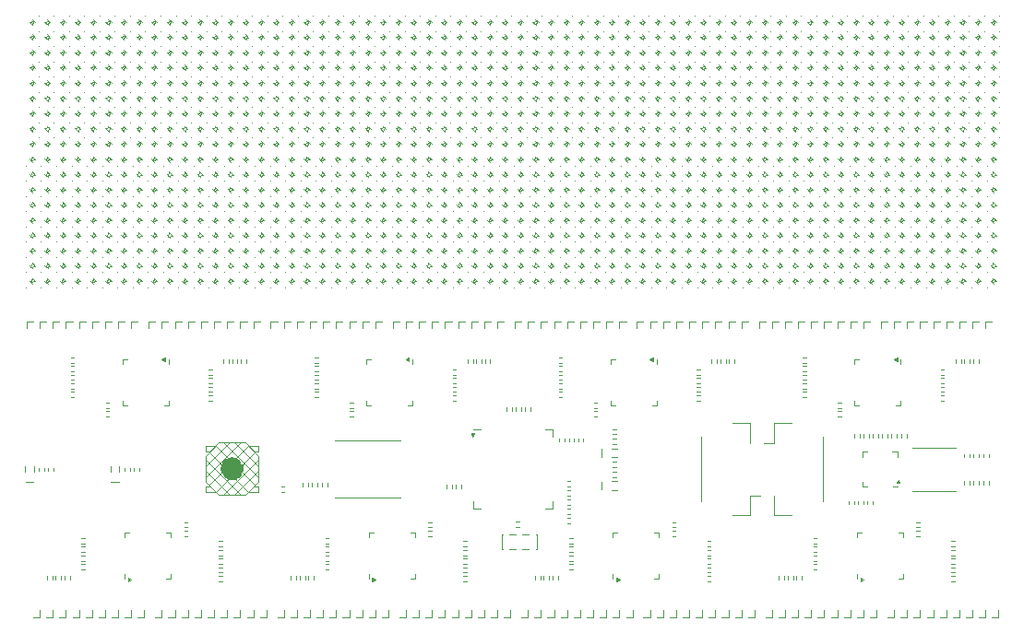
<source format=gto>
G04 #@! TF.GenerationSoftware,KiCad,Pcbnew,(6.0.2-0)*
G04 #@! TF.CreationDate,2022-08-25T13:36:14+02:00*
G04 #@! TF.ProjectId,nixie,6e697869-652e-46b6-9963-61645f706362,rev?*
G04 #@! TF.SameCoordinates,Original*
G04 #@! TF.FileFunction,Legend,Top*
G04 #@! TF.FilePolarity,Positive*
%FSLAX46Y46*%
G04 Gerber Fmt 4.6, Leading zero omitted, Abs format (unit mm)*
G04 Created by KiCad (PCBNEW (6.0.2-0)) date 2022-08-25 13:36:14*
%MOMM*%
%LPD*%
G01*
G04 APERTURE LIST*
%ADD10C,0.150000*%
%ADD11C,0.120000*%
%ADD12C,0.030000*%
%ADD13C,1.060000*%
G04 APERTURE END LIST*
D10*
G04 #@! TO.C,*
D11*
G04 #@! TO.C,D323*
X38114905Y-18185095D02*
X37743674Y-18273483D01*
X37973483Y-18043674D02*
X38256326Y-18326517D01*
X38114905Y-18185095D02*
X38026517Y-18556326D01*
X38114905Y-18185095D02*
X38026517Y-18556326D01*
X38583363Y-17716637D02*
X38583363Y-17716637D01*
X37743674Y-18273483D02*
X38026517Y-18556326D01*
G04 #@! TO.C,D992*
X100743674Y-25273483D02*
X101026517Y-25556326D01*
X101583363Y-24716637D02*
X101583363Y-24716637D01*
X101114905Y-25185095D02*
X101026517Y-25556326D01*
X101114905Y-25185095D02*
X100743674Y-25273483D01*
X100973483Y-25043674D02*
X101256326Y-25326517D01*
X101114905Y-25185095D02*
X101026517Y-25556326D01*
G04 #@! TO.C,D206*
X21456326Y-35126517D02*
X21173483Y-34843674D01*
X21085095Y-35214905D02*
X21173483Y-34843674D01*
X21085095Y-35214905D02*
X21173483Y-34843674D01*
X21085095Y-35214905D02*
X21456326Y-35126517D01*
X21226517Y-35356326D02*
X20943674Y-35073483D01*
X20616637Y-35683363D02*
X20616637Y-35683363D01*
G04 #@! TO.C,D1138*
X82685095Y-29614905D02*
X83056326Y-29526517D01*
X82216637Y-30083363D02*
X82216637Y-30083363D01*
X82826517Y-29756326D02*
X82543674Y-29473483D01*
X82685095Y-29614905D02*
X82773483Y-29243674D01*
X82685095Y-29614905D02*
X82773483Y-29243674D01*
X83056326Y-29526517D02*
X82773483Y-29243674D01*
G04 #@! TO.C,R11*
X69200000Y-54300000D02*
X68900000Y-54300000D01*
X69200000Y-53800000D02*
X68900000Y-53800000D01*
G04 #@! TO.C,D671*
X77314905Y-22385095D02*
X77226517Y-22756326D01*
X77173483Y-22243674D02*
X77456326Y-22526517D01*
X77314905Y-22385095D02*
X76943674Y-22473483D01*
X77783363Y-21916637D02*
X77783363Y-21916637D01*
X76943674Y-22473483D02*
X77226517Y-22756326D01*
X77314905Y-22385095D02*
X77226517Y-22756326D01*
G04 #@! TO.C,C35*
X41450000Y-66400000D02*
X41450000Y-66700000D01*
X40950000Y-66400000D02*
X40950000Y-66700000D01*
G04 #@! TO.C,D809*
X73026517Y-32556326D02*
X72743674Y-32273483D01*
X72885095Y-32414905D02*
X72973483Y-32043674D01*
X72885095Y-32414905D02*
X73256326Y-32326517D01*
X73256326Y-32326517D02*
X72973483Y-32043674D01*
X72885095Y-32414905D02*
X72973483Y-32043674D01*
X72416637Y-32883363D02*
X72416637Y-32883363D01*
G04 #@! TO.C,D1153*
X84085095Y-28214905D02*
X84173483Y-27843674D01*
X84226517Y-28356326D02*
X83943674Y-28073483D01*
X84085095Y-28214905D02*
X84173483Y-27843674D01*
X84456326Y-28126517D02*
X84173483Y-27843674D01*
X84085095Y-28214905D02*
X84456326Y-28126517D01*
X83616637Y-28683363D02*
X83616637Y-28683363D01*
G04 #@! TO.C,D589*
X74514905Y-15385095D02*
X74426517Y-15756326D01*
X74514905Y-15385095D02*
X74426517Y-15756326D01*
X74983363Y-14916637D02*
X74983363Y-14916637D01*
X74143674Y-15473483D02*
X74426517Y-15756326D01*
X74373483Y-15243674D02*
X74656326Y-15526517D01*
X74514905Y-15385095D02*
X74143674Y-15473483D01*
G04 #@! TO.C,CH124*
X101300000Y-70200000D02*
X101900000Y-70200000D01*
X101900000Y-70200000D02*
X101900000Y-69550000D01*
G04 #@! TO.C,D342*
X42173483Y-19443674D02*
X42456326Y-19726517D01*
X42783363Y-19116637D02*
X42783363Y-19116637D01*
X41943674Y-19673483D02*
X42226517Y-19956326D01*
X42314905Y-19585095D02*
X41943674Y-19673483D01*
X42314905Y-19585095D02*
X42226517Y-19956326D01*
X42314905Y-19585095D02*
X42226517Y-19956326D01*
G04 #@! TO.C,D37*
X18514905Y-18185095D02*
X18426517Y-18556326D01*
X18514905Y-18185095D02*
X18143674Y-18273483D01*
X18983363Y-17716637D02*
X18983363Y-17716637D01*
X18143674Y-18273483D02*
X18426517Y-18556326D01*
X18373483Y-18043674D02*
X18656326Y-18326517D01*
X18514905Y-18185095D02*
X18426517Y-18556326D01*
G04 #@! TO.C,D1066*
X93416637Y-35683363D02*
X93416637Y-35683363D01*
X93885095Y-35214905D02*
X93973483Y-34843674D01*
X94026517Y-35356326D02*
X93743674Y-35073483D01*
X93885095Y-35214905D02*
X94256326Y-35126517D01*
X94256326Y-35126517D02*
X93973483Y-34843674D01*
X93885095Y-35214905D02*
X93973483Y-34843674D01*
G04 #@! TO.C,D678*
X64573483Y-23643674D02*
X64856326Y-23926517D01*
X64714905Y-23785095D02*
X64626517Y-24156326D01*
X65183363Y-23316637D02*
X65183363Y-23316637D01*
X64714905Y-23785095D02*
X64626517Y-24156326D01*
X64343674Y-23873483D02*
X64626517Y-24156326D01*
X64714905Y-23785095D02*
X64343674Y-23873483D01*
G04 #@! TO.C,D872*
X90383363Y-14916637D02*
X90383363Y-14916637D01*
X89914905Y-15385095D02*
X89543674Y-15473483D01*
X89543674Y-15473483D02*
X89826517Y-15756326D01*
X89914905Y-15385095D02*
X89826517Y-15756326D01*
X89773483Y-15243674D02*
X90056326Y-15526517D01*
X89914905Y-15385095D02*
X89826517Y-15756326D01*
G04 #@! TO.C,D852*
X79885095Y-28214905D02*
X79973483Y-27843674D01*
X80256326Y-28126517D02*
X79973483Y-27843674D01*
X79416637Y-28683363D02*
X79416637Y-28683363D01*
X79885095Y-28214905D02*
X79973483Y-27843674D01*
X80026517Y-28356326D02*
X79743674Y-28073483D01*
X79885095Y-28214905D02*
X80256326Y-28126517D01*
G04 #@! TO.C,D333*
X52583363Y-17716637D02*
X52583363Y-17716637D01*
X52114905Y-18185095D02*
X51743674Y-18273483D01*
X51743674Y-18273483D02*
X52026517Y-18556326D01*
X52114905Y-18185095D02*
X52026517Y-18556326D01*
X52114905Y-18185095D02*
X52026517Y-18556326D01*
X51973483Y-18043674D02*
X52256326Y-18326517D01*
G04 #@! TO.C,D812*
X68826517Y-32556326D02*
X68543674Y-32273483D01*
X68685095Y-32414905D02*
X69056326Y-32326517D01*
X68685095Y-32414905D02*
X68773483Y-32043674D01*
X68216637Y-32883363D02*
X68216637Y-32883363D01*
X68685095Y-32414905D02*
X68773483Y-32043674D01*
X69056326Y-32326517D02*
X68773483Y-32043674D01*
G04 #@! TO.C,D316*
X50714905Y-16785095D02*
X50626517Y-17156326D01*
X51183363Y-16316637D02*
X51183363Y-16316637D01*
X50573483Y-16643674D02*
X50856326Y-16926517D01*
X50714905Y-16785095D02*
X50626517Y-17156326D01*
X50343674Y-16873483D02*
X50626517Y-17156326D01*
X50714905Y-16785095D02*
X50343674Y-16873483D01*
G04 #@! TO.C,D98*
X36714905Y-22385095D02*
X36626517Y-22756326D01*
X36343674Y-22473483D02*
X36626517Y-22756326D01*
X36714905Y-22385095D02*
X36343674Y-22473483D01*
X36714905Y-22385095D02*
X36626517Y-22756326D01*
X36573483Y-22243674D02*
X36856326Y-22526517D01*
X37183363Y-21916637D02*
X37183363Y-21916637D01*
G04 #@! TO.C,D450*
X37416637Y-39883363D02*
X37416637Y-39883363D01*
X37885095Y-39414905D02*
X37973483Y-39043674D01*
X37885095Y-39414905D02*
X37973483Y-39043674D01*
X37885095Y-39414905D02*
X38256326Y-39326517D01*
X38256326Y-39326517D02*
X37973483Y-39043674D01*
X38026517Y-39556326D02*
X37743674Y-39273483D01*
G04 #@! TO.C,D96*
X34383363Y-21916637D02*
X34383363Y-21916637D01*
X33914905Y-22385095D02*
X33543674Y-22473483D01*
X33773483Y-22243674D02*
X34056326Y-22526517D01*
X33914905Y-22385095D02*
X33826517Y-22756326D01*
X33543674Y-22473483D02*
X33826517Y-22756326D01*
X33914905Y-22385095D02*
X33826517Y-22756326D01*
G04 #@! TO.C,D890*
X92714905Y-16785095D02*
X92343674Y-16873483D01*
X92343674Y-16873483D02*
X92626517Y-17156326D01*
X92573483Y-16643674D02*
X92856326Y-16926517D01*
X92714905Y-16785095D02*
X92626517Y-17156326D01*
X92714905Y-16785095D02*
X92626517Y-17156326D01*
X93183363Y-16316637D02*
X93183363Y-16316637D01*
G04 #@! TO.C,D621*
X74514905Y-18185095D02*
X74426517Y-18556326D01*
X74143674Y-18273483D02*
X74426517Y-18556326D01*
X74983363Y-17716637D02*
X74983363Y-17716637D01*
X74514905Y-18185095D02*
X74426517Y-18556326D01*
X74514905Y-18185095D02*
X74143674Y-18273483D01*
X74373483Y-18043674D02*
X74656326Y-18326517D01*
G04 #@! TO.C,D908*
X95514905Y-18185095D02*
X95426517Y-18556326D01*
X95514905Y-18185095D02*
X95426517Y-18556326D01*
X95983363Y-17716637D02*
X95983363Y-17716637D01*
X95514905Y-18185095D02*
X95143674Y-18273483D01*
X95373483Y-18043674D02*
X95656326Y-18326517D01*
X95143674Y-18273483D02*
X95426517Y-18556326D01*
G04 #@! TO.C,CH52*
X57100000Y-70200000D02*
X57100000Y-69550000D01*
X56500000Y-70200000D02*
X57100000Y-70200000D01*
G04 #@! TO.C,D1037*
X90056326Y-37926517D02*
X89773483Y-37643674D01*
X89216637Y-38483363D02*
X89216637Y-38483363D01*
X89685095Y-38014905D02*
X90056326Y-37926517D01*
X89685095Y-38014905D02*
X89773483Y-37643674D01*
X89826517Y-38156326D02*
X89543674Y-37873483D01*
X89685095Y-38014905D02*
X89773483Y-37643674D01*
G04 #@! TO.C,D606*
X76383363Y-16316637D02*
X76383363Y-16316637D01*
X75773483Y-16643674D02*
X76056326Y-16926517D01*
X75914905Y-16785095D02*
X75826517Y-17156326D01*
X75914905Y-16785095D02*
X75826517Y-17156326D01*
X75914905Y-16785095D02*
X75543674Y-16873483D01*
X75543674Y-16873483D02*
X75826517Y-17156326D01*
G04 #@! TO.C,CH27*
X26900000Y-43000000D02*
X26300000Y-43000000D01*
X26300000Y-43000000D02*
X26300000Y-43650000D01*
G04 #@! TO.C,D436*
X57626517Y-39556326D02*
X57343674Y-39273483D01*
X57485095Y-39414905D02*
X57856326Y-39326517D01*
X57856326Y-39326517D02*
X57573483Y-39043674D01*
X57016637Y-39883363D02*
X57016637Y-39883363D01*
X57485095Y-39414905D02*
X57573483Y-39043674D01*
X57485095Y-39414905D02*
X57573483Y-39043674D01*
G04 #@! TO.C,D137*
X24114905Y-26585095D02*
X24026517Y-26956326D01*
X23973483Y-26443674D02*
X24256326Y-26726517D01*
X24114905Y-26585095D02*
X24026517Y-26956326D01*
X24583363Y-26116637D02*
X24583363Y-26116637D01*
X24114905Y-26585095D02*
X23743674Y-26673483D01*
X23743674Y-26673483D02*
X24026517Y-26956326D01*
G04 #@! TO.C,D43*
X26543674Y-18273483D02*
X26826517Y-18556326D01*
X26914905Y-18185095D02*
X26543674Y-18273483D01*
X27383363Y-17716637D02*
X27383363Y-17716637D01*
X26914905Y-18185095D02*
X26826517Y-18556326D01*
X26914905Y-18185095D02*
X26826517Y-18556326D01*
X26773483Y-18043674D02*
X27056326Y-18326517D01*
G04 #@! TO.C,U7*
X46290000Y-50335000D02*
X46290000Y-50760000D01*
X50510000Y-50760000D02*
X50085000Y-50760000D01*
X50510000Y-46965000D02*
X50510000Y-46540000D01*
X46290000Y-46540000D02*
X46715000Y-46540000D01*
X46290000Y-50760000D02*
X46715000Y-50760000D01*
X46290000Y-46965000D02*
X46290000Y-46540000D01*
X50510000Y-50335000D02*
X50510000Y-50760000D01*
D12*
X49890000Y-46480000D02*
X50190000Y-46330000D01*
X50190000Y-46330000D02*
X50190000Y-46630000D01*
X50190000Y-46630000D02*
X49890000Y-46480000D01*
G36*
X50190000Y-46630000D02*
G01*
X49890000Y-46480000D01*
X50190000Y-46330000D01*
X50190000Y-46630000D01*
G37*
X50190000Y-46630000D02*
X49890000Y-46480000D01*
X50190000Y-46330000D01*
X50190000Y-46630000D01*
D11*
G04 #@! TO.C,D1036*
X90616637Y-38483363D02*
X90616637Y-38483363D01*
X91456326Y-37926517D02*
X91173483Y-37643674D01*
X91085095Y-38014905D02*
X91173483Y-37643674D01*
X91085095Y-38014905D02*
X91173483Y-37643674D01*
X91226517Y-38156326D02*
X90943674Y-37873483D01*
X91085095Y-38014905D02*
X91456326Y-37926517D01*
G04 #@! TO.C,D725*
X78485095Y-39414905D02*
X78856326Y-39326517D01*
X78016637Y-39883363D02*
X78016637Y-39883363D01*
X78485095Y-39414905D02*
X78573483Y-39043674D01*
X78485095Y-39414905D02*
X78573483Y-39043674D01*
X78856326Y-39326517D02*
X78573483Y-39043674D01*
X78626517Y-39556326D02*
X78343674Y-39273483D01*
G04 #@! TO.C,D423*
X43714905Y-26585095D02*
X43626517Y-26956326D01*
X43714905Y-26585095D02*
X43343674Y-26673483D01*
X43343674Y-26673483D02*
X43626517Y-26956326D01*
X43573483Y-26443674D02*
X43856326Y-26726517D01*
X44183363Y-26116637D02*
X44183363Y-26116637D01*
X43714905Y-26585095D02*
X43626517Y-26956326D01*
G04 #@! TO.C,D139*
X26914905Y-26585095D02*
X26826517Y-26956326D01*
X26543674Y-26673483D02*
X26826517Y-26956326D01*
X27383363Y-26116637D02*
X27383363Y-26116637D01*
X26914905Y-26585095D02*
X26826517Y-26956326D01*
X26773483Y-26443674D02*
X27056326Y-26726517D01*
X26914905Y-26585095D02*
X26543674Y-26673483D01*
G04 #@! TO.C,D191*
X19216637Y-37083363D02*
X19216637Y-37083363D01*
X19826517Y-36756326D02*
X19543674Y-36473483D01*
X19685095Y-36614905D02*
X19773483Y-36243674D01*
X19685095Y-36614905D02*
X20056326Y-36526517D01*
X19685095Y-36614905D02*
X19773483Y-36243674D01*
X20056326Y-36526517D02*
X19773483Y-36243674D01*
G04 #@! TO.C,D661*
X63314905Y-22385095D02*
X63226517Y-22756326D01*
X63314905Y-22385095D02*
X62943674Y-22473483D01*
X63173483Y-22243674D02*
X63456326Y-22526517D01*
X62943674Y-22473483D02*
X63226517Y-22756326D01*
X63783363Y-21916637D02*
X63783363Y-21916637D01*
X63314905Y-22385095D02*
X63226517Y-22756326D01*
G04 #@! TO.C,CH83*
X73500000Y-70200000D02*
X73500000Y-69550000D01*
X72900000Y-70200000D02*
X73500000Y-70200000D01*
G04 #@! TO.C,CH77*
X65300000Y-70200000D02*
X65900000Y-70200000D01*
X65900000Y-70200000D02*
X65900000Y-69550000D01*
G04 #@! TO.C,D74*
X25143674Y-21073483D02*
X25426517Y-21356326D01*
X25514905Y-20985095D02*
X25426517Y-21356326D01*
X25514905Y-20985095D02*
X25426517Y-21356326D01*
X25983363Y-20516637D02*
X25983363Y-20516637D01*
X25514905Y-20985095D02*
X25143674Y-21073483D01*
X25373483Y-20843674D02*
X25656326Y-21126517D01*
G04 #@! TO.C,D351*
X54773483Y-19443674D02*
X55056326Y-19726517D01*
X54914905Y-19585095D02*
X54826517Y-19956326D01*
X54914905Y-19585095D02*
X54543674Y-19673483D01*
X54543674Y-19673483D02*
X54826517Y-19956326D01*
X54914905Y-19585095D02*
X54826517Y-19956326D01*
X55383363Y-19116637D02*
X55383363Y-19116637D01*
G04 #@! TO.C,D189*
X22485095Y-36614905D02*
X22573483Y-36243674D01*
X22485095Y-36614905D02*
X22856326Y-36526517D01*
X22856326Y-36526517D02*
X22573483Y-36243674D01*
X22485095Y-36614905D02*
X22573483Y-36243674D01*
X22016637Y-37083363D02*
X22016637Y-37083363D01*
X22626517Y-36756326D02*
X22343674Y-36473483D01*
G04 #@! TO.C,R47*
X41550000Y-49200000D02*
X41850000Y-49200000D01*
X41550000Y-48700000D02*
X41850000Y-48700000D01*
G04 #@! TO.C,D968*
X89773483Y-23643674D02*
X90056326Y-23926517D01*
X89914905Y-23785095D02*
X89826517Y-24156326D01*
X89914905Y-23785095D02*
X89543674Y-23873483D01*
X89914905Y-23785095D02*
X89826517Y-24156326D01*
X90383363Y-23316637D02*
X90383363Y-23316637D01*
X89543674Y-23873483D02*
X89826517Y-24156326D01*
G04 #@! TO.C,D163*
X36485095Y-38014905D02*
X36573483Y-37643674D01*
X36856326Y-37926517D02*
X36573483Y-37643674D01*
X36626517Y-38156326D02*
X36343674Y-37873483D01*
X36485095Y-38014905D02*
X36856326Y-37926517D01*
X36016637Y-38483363D02*
X36016637Y-38483363D01*
X36485095Y-38014905D02*
X36573483Y-37643674D01*
G04 #@! TO.C,D962*
X103914905Y-22385095D02*
X103543674Y-22473483D01*
X103543674Y-22473483D02*
X103826517Y-22756326D01*
X103914905Y-22385095D02*
X103826517Y-22756326D01*
X103773483Y-22243674D02*
X104056326Y-22526517D01*
X104383363Y-21916637D02*
X104383363Y-21916637D01*
X103914905Y-22385095D02*
X103826517Y-22756326D01*
G04 #@! TO.C,D512*
X40685095Y-33814905D02*
X40773483Y-33443674D01*
X40216637Y-34283363D02*
X40216637Y-34283363D01*
X40685095Y-33814905D02*
X41056326Y-33726517D01*
X40685095Y-33814905D02*
X40773483Y-33443674D01*
X40826517Y-33956326D02*
X40543674Y-33673483D01*
X41056326Y-33726517D02*
X40773483Y-33443674D01*
G04 #@! TO.C,D519*
X52816637Y-32883363D02*
X52816637Y-32883363D01*
X53426517Y-32556326D02*
X53143674Y-32273483D01*
X53285095Y-32414905D02*
X53373483Y-32043674D01*
X53285095Y-32414905D02*
X53373483Y-32043674D01*
X53656326Y-32326517D02*
X53373483Y-32043674D01*
X53285095Y-32414905D02*
X53656326Y-32326517D01*
G04 #@! TO.C,D366*
X53373483Y-20843674D02*
X53656326Y-21126517D01*
X53514905Y-20985095D02*
X53143674Y-21073483D01*
X53983363Y-20516637D02*
X53983363Y-20516637D01*
X53514905Y-20985095D02*
X53426517Y-21356326D01*
X53514905Y-20985095D02*
X53426517Y-21356326D01*
X53143674Y-21073483D02*
X53426517Y-21356326D01*
G04 #@! TO.C,D518*
X54216637Y-32883363D02*
X54216637Y-32883363D01*
X54685095Y-32414905D02*
X54773483Y-32043674D01*
X54685095Y-32414905D02*
X54773483Y-32043674D01*
X55056326Y-32326517D02*
X54773483Y-32043674D01*
X54685095Y-32414905D02*
X55056326Y-32326517D01*
X54826517Y-32556326D02*
X54543674Y-32273483D01*
G04 #@! TO.C,D584*
X67373483Y-15243674D02*
X67656326Y-15526517D01*
X67514905Y-15385095D02*
X67426517Y-15756326D01*
X67983363Y-14916637D02*
X67983363Y-14916637D01*
X67514905Y-15385095D02*
X67426517Y-15756326D01*
X67514905Y-15385095D02*
X67143674Y-15473483D01*
X67143674Y-15473483D02*
X67426517Y-15756326D01*
G04 #@! TO.C,D467*
X59026517Y-36756326D02*
X58743674Y-36473483D01*
X58416637Y-37083363D02*
X58416637Y-37083363D01*
X58885095Y-36614905D02*
X58973483Y-36243674D01*
X59256326Y-36526517D02*
X58973483Y-36243674D01*
X58885095Y-36614905D02*
X58973483Y-36243674D01*
X58885095Y-36614905D02*
X59256326Y-36526517D01*
G04 #@! TO.C,D420*
X39514905Y-26585095D02*
X39426517Y-26956326D01*
X39514905Y-26585095D02*
X39143674Y-26673483D01*
X39983363Y-26116637D02*
X39983363Y-26116637D01*
X39143674Y-26673483D02*
X39426517Y-26956326D01*
X39373483Y-26443674D02*
X39656326Y-26726517D01*
X39514905Y-26585095D02*
X39426517Y-26956326D01*
G04 #@! TO.C,D447*
X42085095Y-39414905D02*
X42456326Y-39326517D01*
X42456326Y-39326517D02*
X42173483Y-39043674D01*
X42085095Y-39414905D02*
X42173483Y-39043674D01*
X41616637Y-39883363D02*
X41616637Y-39883363D01*
X42226517Y-39556326D02*
X41943674Y-39273483D01*
X42085095Y-39414905D02*
X42173483Y-39043674D01*
G04 #@! TO.C,CH75*
X63500000Y-70200000D02*
X63500000Y-69550000D01*
X62900000Y-70200000D02*
X63500000Y-70200000D01*
G04 #@! TO.C,D410*
X48383363Y-24716637D02*
X48383363Y-24716637D01*
X47914905Y-25185095D02*
X47543674Y-25273483D01*
X47914905Y-25185095D02*
X47826517Y-25556326D01*
X47543674Y-25273483D02*
X47826517Y-25556326D01*
X47773483Y-25043674D02*
X48056326Y-25326517D01*
X47914905Y-25185095D02*
X47826517Y-25556326D01*
G04 #@! TO.C,D412*
X50343674Y-25273483D02*
X50626517Y-25556326D01*
X50714905Y-25185095D02*
X50626517Y-25556326D01*
X51183363Y-24716637D02*
X51183363Y-24716637D01*
X50573483Y-25043674D02*
X50856326Y-25326517D01*
X50714905Y-25185095D02*
X50626517Y-25556326D01*
X50714905Y-25185095D02*
X50343674Y-25273483D01*
G04 #@! TO.C,D1102*
X88285095Y-32414905D02*
X88373483Y-32043674D01*
X88285095Y-32414905D02*
X88656326Y-32326517D01*
X88656326Y-32326517D02*
X88373483Y-32043674D01*
X88285095Y-32414905D02*
X88373483Y-32043674D01*
X87816637Y-32883363D02*
X87816637Y-32883363D01*
X88426517Y-32556326D02*
X88143674Y-32273483D01*
G04 #@! TO.C,D889*
X91314905Y-16785095D02*
X91226517Y-17156326D01*
X91314905Y-16785095D02*
X91226517Y-17156326D01*
X90943674Y-16873483D02*
X91226517Y-17156326D01*
X91783363Y-16316637D02*
X91783363Y-16316637D01*
X91173483Y-16643674D02*
X91456326Y-16926517D01*
X91314905Y-16785095D02*
X90943674Y-16873483D01*
G04 #@! TO.C,D876*
X95514905Y-15385095D02*
X95426517Y-15756326D01*
X95983363Y-14916637D02*
X95983363Y-14916637D01*
X95143674Y-15473483D02*
X95426517Y-15756326D01*
X95373483Y-15243674D02*
X95656326Y-15526517D01*
X95514905Y-15385095D02*
X95426517Y-15756326D01*
X95514905Y-15385095D02*
X95143674Y-15473483D01*
G04 #@! TO.C,D642*
X81514905Y-19585095D02*
X81143674Y-19673483D01*
X81143674Y-19673483D02*
X81426517Y-19956326D01*
X81514905Y-19585095D02*
X81426517Y-19956326D01*
X81983363Y-19116637D02*
X81983363Y-19116637D01*
X81514905Y-19585095D02*
X81426517Y-19956326D01*
X81373483Y-19443674D02*
X81656326Y-19726517D01*
G04 #@! TO.C,CH62*
X49900000Y-43000000D02*
X49900000Y-43650000D01*
X50500000Y-43000000D02*
X49900000Y-43000000D01*
G04 #@! TO.C,D742*
X76616637Y-38483363D02*
X76616637Y-38483363D01*
X77226517Y-38156326D02*
X76943674Y-37873483D01*
X77085095Y-38014905D02*
X77173483Y-37643674D01*
X77085095Y-38014905D02*
X77173483Y-37643674D01*
X77456326Y-37926517D02*
X77173483Y-37643674D01*
X77085095Y-38014905D02*
X77456326Y-37926517D01*
G04 #@! TO.C,D675*
X60373483Y-23643674D02*
X60656326Y-23926517D01*
X60514905Y-23785095D02*
X60426517Y-24156326D01*
X60983363Y-23316637D02*
X60983363Y-23316637D01*
X60143674Y-23873483D02*
X60426517Y-24156326D01*
X60514905Y-23785095D02*
X60426517Y-24156326D01*
X60514905Y-23785095D02*
X60143674Y-23873483D01*
G04 #@! TO.C,CH117*
X93100000Y-70200000D02*
X93100000Y-69550000D01*
X92500000Y-70200000D02*
X93100000Y-70200000D01*
G04 #@! TO.C,D71*
X21314905Y-20985095D02*
X21226517Y-21356326D01*
X21173483Y-20843674D02*
X21456326Y-21126517D01*
X21314905Y-20985095D02*
X21226517Y-21356326D01*
X20943674Y-21073483D02*
X21226517Y-21356326D01*
X21314905Y-20985095D02*
X20943674Y-21073483D01*
X21783363Y-20516637D02*
X21783363Y-20516637D01*
G04 #@! TO.C,D634*
X69943674Y-19673483D02*
X70226517Y-19956326D01*
X70314905Y-19585095D02*
X70226517Y-19956326D01*
X70173483Y-19443674D02*
X70456326Y-19726517D01*
X70783363Y-19116637D02*
X70783363Y-19116637D01*
X70314905Y-19585095D02*
X70226517Y-19956326D01*
X70314905Y-19585095D02*
X69943674Y-19673483D01*
G04 #@! TO.C,D67*
X15573483Y-20843674D02*
X15856326Y-21126517D01*
X15714905Y-20985095D02*
X15343674Y-21073483D01*
X16183363Y-20516637D02*
X16183363Y-20516637D01*
X15714905Y-20985095D02*
X15626517Y-21356326D01*
X15714905Y-20985095D02*
X15626517Y-21356326D01*
X15343674Y-21073483D02*
X15626517Y-21356326D01*
G04 #@! TO.C,D26*
X25983363Y-16316637D02*
X25983363Y-16316637D01*
X25143674Y-16873483D02*
X25426517Y-17156326D01*
X25373483Y-16643674D02*
X25656326Y-16926517D01*
X25514905Y-16785095D02*
X25426517Y-17156326D01*
X25514905Y-16785095D02*
X25426517Y-17156326D01*
X25514905Y-16785095D02*
X25143674Y-16873483D01*
G04 #@! TO.C,CH118*
X94700000Y-70200000D02*
X94700000Y-69550000D01*
X94100000Y-70200000D02*
X94700000Y-70200000D01*
G04 #@! TO.C,D462*
X43485095Y-38014905D02*
X43573483Y-37643674D01*
X43856326Y-37926517D02*
X43573483Y-37643674D01*
X43016637Y-38483363D02*
X43016637Y-38483363D01*
X43485095Y-38014905D02*
X43573483Y-37643674D01*
X43626517Y-38156326D02*
X43343674Y-37873483D01*
X43485095Y-38014905D02*
X43856326Y-37926517D01*
G04 #@! TO.C,R54*
X41550000Y-49500000D02*
X41850000Y-49500000D01*
X41550000Y-50000000D02*
X41850000Y-50000000D01*
G04 #@! TO.C,D457*
X50485095Y-38014905D02*
X50573483Y-37643674D01*
X50016637Y-38483363D02*
X50016637Y-38483363D01*
X50626517Y-38156326D02*
X50343674Y-37873483D01*
X50856326Y-37926517D02*
X50573483Y-37643674D01*
X50485095Y-38014905D02*
X50856326Y-37926517D01*
X50485095Y-38014905D02*
X50573483Y-37643674D01*
G04 #@! TO.C,D559*
X42226517Y-29756326D02*
X41943674Y-29473483D01*
X41616637Y-30083363D02*
X41616637Y-30083363D01*
X42456326Y-29526517D02*
X42173483Y-29243674D01*
X42085095Y-29614905D02*
X42173483Y-29243674D01*
X42085095Y-29614905D02*
X42456326Y-29526517D01*
X42085095Y-29614905D02*
X42173483Y-29243674D01*
G04 #@! TO.C,D482*
X38026517Y-36756326D02*
X37743674Y-36473483D01*
X37885095Y-36614905D02*
X38256326Y-36526517D01*
X37416637Y-37083363D02*
X37416637Y-37083363D01*
X37885095Y-36614905D02*
X37973483Y-36243674D01*
X38256326Y-36526517D02*
X37973483Y-36243674D01*
X37885095Y-36614905D02*
X37973483Y-36243674D01*
G04 #@! TO.C,D912*
X101114905Y-18185095D02*
X101026517Y-18556326D01*
X101583363Y-17716637D02*
X101583363Y-17716637D01*
X100743674Y-18273483D02*
X101026517Y-18556326D01*
X100973483Y-18043674D02*
X101256326Y-18326517D01*
X101114905Y-18185095D02*
X100743674Y-18273483D01*
X101114905Y-18185095D02*
X101026517Y-18556326D01*
G04 #@! TO.C,D241*
X16416637Y-32883363D02*
X16416637Y-32883363D01*
X17256326Y-32326517D02*
X16973483Y-32043674D01*
X17026517Y-32556326D02*
X16743674Y-32273483D01*
X16885095Y-32414905D02*
X16973483Y-32043674D01*
X16885095Y-32414905D02*
X17256326Y-32326517D01*
X16885095Y-32414905D02*
X16973483Y-32043674D01*
G04 #@! TO.C,R22*
X20100000Y-64500000D02*
X20400000Y-64500000D01*
X20100000Y-65000000D02*
X20400000Y-65000000D01*
G04 #@! TO.C,D198*
X32656326Y-35126517D02*
X32373483Y-34843674D01*
X32426517Y-35356326D02*
X32143674Y-35073483D01*
X32285095Y-35214905D02*
X32373483Y-34843674D01*
X32285095Y-35214905D02*
X32656326Y-35126517D01*
X32285095Y-35214905D02*
X32373483Y-34843674D01*
X31816637Y-35683363D02*
X31816637Y-35683363D01*
G04 #@! TO.C,R33*
X19150000Y-47600000D02*
X19450000Y-47600000D01*
X19150000Y-47100000D02*
X19450000Y-47100000D01*
G04 #@! TO.C,CH11*
X28700000Y-70200000D02*
X28700000Y-69550000D01*
X28100000Y-70200000D02*
X28700000Y-70200000D01*
G04 #@! TO.C,D752*
X62616637Y-38483363D02*
X62616637Y-38483363D01*
X63085095Y-38014905D02*
X63173483Y-37643674D01*
X63456326Y-37926517D02*
X63173483Y-37643674D01*
X63226517Y-38156326D02*
X62943674Y-37873483D01*
X63085095Y-38014905D02*
X63173483Y-37643674D01*
X63085095Y-38014905D02*
X63456326Y-37926517D01*
G04 #@! TO.C,D99*
X16183363Y-23316637D02*
X16183363Y-23316637D01*
X15714905Y-23785095D02*
X15626517Y-24156326D01*
X15573483Y-23643674D02*
X15856326Y-23926517D01*
X15343674Y-23873483D02*
X15626517Y-24156326D01*
X15714905Y-23785095D02*
X15343674Y-23873483D01*
X15714905Y-23785095D02*
X15626517Y-24156326D01*
G04 #@! TO.C,D491*
X48056326Y-35126517D02*
X47773483Y-34843674D01*
X47826517Y-35356326D02*
X47543674Y-35073483D01*
X47685095Y-35214905D02*
X48056326Y-35126517D01*
X47216637Y-35683363D02*
X47216637Y-35683363D01*
X47685095Y-35214905D02*
X47773483Y-34843674D01*
X47685095Y-35214905D02*
X47773483Y-34843674D01*
G04 #@! TO.C,D444*
X46285095Y-39414905D02*
X46373483Y-39043674D01*
X46285095Y-39414905D02*
X46373483Y-39043674D01*
X46656326Y-39326517D02*
X46373483Y-39043674D01*
X46285095Y-39414905D02*
X46656326Y-39326517D01*
X46426517Y-39556326D02*
X46143674Y-39273483D01*
X45816637Y-39883363D02*
X45816637Y-39883363D01*
G04 #@! TO.C,CH36*
X15700000Y-43000000D02*
X15100000Y-43000000D01*
X15100000Y-43000000D02*
X15100000Y-43650000D01*
G04 #@! TO.C,CH54*
X58900000Y-70200000D02*
X59500000Y-70200000D01*
X59500000Y-70200000D02*
X59500000Y-69550000D01*
G04 #@! TO.C,D302*
X53143674Y-15473483D02*
X53426517Y-15756326D01*
X53983363Y-14916637D02*
X53983363Y-14916637D01*
X53514905Y-15385095D02*
X53426517Y-15756326D01*
X53373483Y-15243674D02*
X53656326Y-15526517D01*
X53514905Y-15385095D02*
X53143674Y-15473483D01*
X53514905Y-15385095D02*
X53426517Y-15756326D01*
G04 #@! TO.C,D963*
X83383363Y-23316637D02*
X83383363Y-23316637D01*
X82543674Y-23873483D02*
X82826517Y-24156326D01*
X82914905Y-23785095D02*
X82826517Y-24156326D01*
X82914905Y-23785095D02*
X82543674Y-23873483D01*
X82914905Y-23785095D02*
X82826517Y-24156326D01*
X82773483Y-23643674D02*
X83056326Y-23926517D01*
G04 #@! TO.C,D150*
X32426517Y-39556326D02*
X32143674Y-39273483D01*
X32285095Y-39414905D02*
X32373483Y-39043674D01*
X31816637Y-39883363D02*
X31816637Y-39883363D01*
X32285095Y-39414905D02*
X32373483Y-39043674D01*
X32656326Y-39326517D02*
X32373483Y-39043674D01*
X32285095Y-39414905D02*
X32656326Y-39326517D01*
G04 #@! TO.C,D896*
X101114905Y-16785095D02*
X101026517Y-17156326D01*
X100743674Y-16873483D02*
X101026517Y-17156326D01*
X101114905Y-16785095D02*
X100743674Y-16873483D01*
X101114905Y-16785095D02*
X101026517Y-17156326D01*
X100973483Y-16643674D02*
X101256326Y-16926517D01*
X101583363Y-16316637D02*
X101583363Y-16316637D01*
G04 #@! TO.C,D1*
X68800000Y-57700000D02*
X69300000Y-57700000D01*
X68800000Y-58500000D02*
X69300000Y-58500000D01*
X67850000Y-57750000D02*
X67850000Y-58450000D01*
G04 #@! TO.C,D48*
X33914905Y-18185095D02*
X33826517Y-18556326D01*
X33914905Y-18185095D02*
X33826517Y-18556326D01*
X33914905Y-18185095D02*
X33543674Y-18273483D01*
X34383363Y-17716637D02*
X34383363Y-17716637D01*
X33773483Y-18043674D02*
X34056326Y-18326517D01*
X33543674Y-18273483D02*
X33826517Y-18556326D01*
G04 #@! TO.C,D245*
X33685095Y-31014905D02*
X33773483Y-30643674D01*
X33826517Y-31156326D02*
X33543674Y-30873483D01*
X34056326Y-30926517D02*
X33773483Y-30643674D01*
X33685095Y-31014905D02*
X34056326Y-30926517D01*
X33216637Y-31483363D02*
X33216637Y-31483363D01*
X33685095Y-31014905D02*
X33773483Y-30643674D01*
G04 #@! TO.C,CH84*
X74100000Y-70200000D02*
X74700000Y-70200000D01*
X74700000Y-70200000D02*
X74700000Y-69550000D01*
G04 #@! TO.C,R18*
X33050000Y-65300000D02*
X32750000Y-65300000D01*
X33050000Y-64800000D02*
X32750000Y-64800000D01*
G04 #@! TO.C,D414*
X53373483Y-25043674D02*
X53656326Y-25326517D01*
X53514905Y-25185095D02*
X53143674Y-25273483D01*
X53983363Y-24716637D02*
X53983363Y-24716637D01*
X53514905Y-25185095D02*
X53426517Y-25556326D01*
X53514905Y-25185095D02*
X53426517Y-25556326D01*
X53143674Y-25273483D02*
X53426517Y-25556326D01*
G04 #@! TO.C,D1003*
X94114905Y-26585095D02*
X93743674Y-26673483D01*
X93973483Y-26443674D02*
X94256326Y-26726517D01*
X93743674Y-26673483D02*
X94026517Y-26956326D01*
X94583363Y-26116637D02*
X94583363Y-26116637D01*
X94114905Y-26585095D02*
X94026517Y-26956326D01*
X94114905Y-26585095D02*
X94026517Y-26956326D01*
G04 #@! TO.C,D784*
X62616637Y-35683363D02*
X62616637Y-35683363D01*
X63226517Y-35356326D02*
X62943674Y-35073483D01*
X63085095Y-35214905D02*
X63173483Y-34843674D01*
X63085095Y-35214905D02*
X63456326Y-35126517D01*
X63456326Y-35126517D02*
X63173483Y-34843674D01*
X63085095Y-35214905D02*
X63173483Y-34843674D01*
G04 #@! TO.C,R52*
X54500000Y-48200000D02*
X54200000Y-48200000D01*
X54500000Y-48700000D02*
X54200000Y-48700000D01*
G04 #@! TO.C,CH87*
X77700000Y-70200000D02*
X78300000Y-70200000D01*
X78300000Y-70200000D02*
X78300000Y-69550000D01*
G04 #@! TO.C,D1055*
X86885095Y-36614905D02*
X86973483Y-36243674D01*
X87256326Y-36526517D02*
X86973483Y-36243674D01*
X86885095Y-36614905D02*
X86973483Y-36243674D01*
X86885095Y-36614905D02*
X87256326Y-36526517D01*
X87026517Y-36756326D02*
X86743674Y-36473483D01*
X86416637Y-37083363D02*
X86416637Y-37083363D01*
G04 #@! TO.C,D1106*
X83056326Y-32326517D02*
X82773483Y-32043674D01*
X82685095Y-32414905D02*
X82773483Y-32043674D01*
X82826517Y-32556326D02*
X82543674Y-32273483D01*
X82216637Y-32883363D02*
X82216637Y-32883363D01*
X82685095Y-32414905D02*
X82773483Y-32043674D01*
X82685095Y-32414905D02*
X83056326Y-32326517D01*
G04 #@! TO.C,D723*
X80816637Y-39883363D02*
X80816637Y-39883363D01*
X81426517Y-39556326D02*
X81143674Y-39273483D01*
X81285095Y-39414905D02*
X81373483Y-39043674D01*
X81285095Y-39414905D02*
X81656326Y-39326517D01*
X81285095Y-39414905D02*
X81373483Y-39043674D01*
X81656326Y-39326517D02*
X81373483Y-39043674D01*
G04 #@! TO.C,D1024*
X85485095Y-39414905D02*
X85573483Y-39043674D01*
X85485095Y-39414905D02*
X85573483Y-39043674D01*
X85485095Y-39414905D02*
X85856326Y-39326517D01*
X85626517Y-39556326D02*
X85343674Y-39273483D01*
X85856326Y-39326517D02*
X85573483Y-39043674D01*
X85016637Y-39883363D02*
X85016637Y-39883363D01*
G04 #@! TO.C,D82*
X37183363Y-20516637D02*
X37183363Y-20516637D01*
X36714905Y-20985095D02*
X36343674Y-21073483D01*
X36714905Y-20985095D02*
X36626517Y-21356326D01*
X36573483Y-20843674D02*
X36856326Y-21126517D01*
X36343674Y-21073483D02*
X36626517Y-21356326D01*
X36714905Y-20985095D02*
X36626517Y-21356326D01*
G04 #@! TO.C,D948*
X84173483Y-22243674D02*
X84456326Y-22526517D01*
X84314905Y-22385095D02*
X84226517Y-22756326D01*
X84314905Y-22385095D02*
X83943674Y-22473483D01*
X84783363Y-21916637D02*
X84783363Y-21916637D01*
X83943674Y-22473483D02*
X84226517Y-22756326D01*
X84314905Y-22385095D02*
X84226517Y-22756326D01*
G04 #@! TO.C,D922*
X92573483Y-19443674D02*
X92856326Y-19726517D01*
X92714905Y-19585095D02*
X92626517Y-19956326D01*
X92343674Y-19673483D02*
X92626517Y-19956326D01*
X93183363Y-19116637D02*
X93183363Y-19116637D01*
X92714905Y-19585095D02*
X92343674Y-19673483D01*
X92714905Y-19585095D02*
X92626517Y-19956326D01*
G04 #@! TO.C,D1073*
X84085095Y-35214905D02*
X84173483Y-34843674D01*
X84226517Y-35356326D02*
X83943674Y-35073483D01*
X84085095Y-35214905D02*
X84456326Y-35126517D01*
X84456326Y-35126517D02*
X84173483Y-34843674D01*
X84085095Y-35214905D02*
X84173483Y-34843674D01*
X83616637Y-35683363D02*
X83616637Y-35683363D01*
G04 #@! TO.C,D627*
X60143674Y-19673483D02*
X60426517Y-19956326D01*
X60514905Y-19585095D02*
X60426517Y-19956326D01*
X60983363Y-19116637D02*
X60983363Y-19116637D01*
X60514905Y-19585095D02*
X60143674Y-19673483D01*
X60514905Y-19585095D02*
X60426517Y-19956326D01*
X60373483Y-19443674D02*
X60656326Y-19726517D01*
G04 #@! TO.C,D1149*
X89685095Y-28214905D02*
X89773483Y-27843674D01*
X89826517Y-28356326D02*
X89543674Y-28073483D01*
X89685095Y-28214905D02*
X89773483Y-27843674D01*
X89216637Y-28683363D02*
X89216637Y-28683363D01*
X90056326Y-28126517D02*
X89773483Y-27843674D01*
X89685095Y-28214905D02*
X90056326Y-28126517D01*
G04 #@! TO.C,D556*
X46285095Y-29614905D02*
X46656326Y-29526517D01*
X45816637Y-30083363D02*
X45816637Y-30083363D01*
X46285095Y-29614905D02*
X46373483Y-29243674D01*
X46426517Y-29756326D02*
X46143674Y-29473483D01*
X46285095Y-29614905D02*
X46373483Y-29243674D01*
X46656326Y-29526517D02*
X46373483Y-29243674D01*
G04 #@! TO.C,D888*
X89914905Y-16785095D02*
X89543674Y-16873483D01*
X89914905Y-16785095D02*
X89826517Y-17156326D01*
X89543674Y-16873483D02*
X89826517Y-17156326D01*
X89773483Y-16643674D02*
X90056326Y-16926517D01*
X89914905Y-16785095D02*
X89826517Y-17156326D01*
X90383363Y-16316637D02*
X90383363Y-16316637D01*
G04 #@! TO.C,D226*
X15016637Y-34283363D02*
X15016637Y-34283363D01*
X15485095Y-33814905D02*
X15856326Y-33726517D01*
X15485095Y-33814905D02*
X15573483Y-33443674D01*
X15856326Y-33726517D02*
X15573483Y-33443674D01*
X15626517Y-33956326D02*
X15343674Y-33673483D01*
X15485095Y-33814905D02*
X15573483Y-33443674D01*
G04 #@! TO.C,D818*
X60285095Y-32414905D02*
X60656326Y-32326517D01*
X60285095Y-32414905D02*
X60373483Y-32043674D01*
X60285095Y-32414905D02*
X60373483Y-32043674D01*
X59816637Y-32883363D02*
X59816637Y-32883363D01*
X60426517Y-32556326D02*
X60143674Y-32273483D01*
X60656326Y-32326517D02*
X60373483Y-32043674D01*
G04 #@! TO.C,U9*
X72910000Y-46965000D02*
X72910000Y-46540000D01*
X68690000Y-50760000D02*
X69115000Y-50760000D01*
X72910000Y-50760000D02*
X72485000Y-50760000D01*
X68690000Y-46965000D02*
X68690000Y-46540000D01*
X68690000Y-46540000D02*
X69115000Y-46540000D01*
X68690000Y-50335000D02*
X68690000Y-50760000D01*
X72910000Y-50335000D02*
X72910000Y-50760000D01*
D12*
X72290000Y-46480000D02*
X72590000Y-46330000D01*
X72590000Y-46330000D02*
X72590000Y-46630000D01*
X72590000Y-46630000D02*
X72290000Y-46480000D01*
G36*
X72590000Y-46630000D02*
G01*
X72290000Y-46480000D01*
X72590000Y-46330000D01*
X72590000Y-46630000D01*
G37*
X72590000Y-46630000D02*
X72290000Y-46480000D01*
X72590000Y-46330000D01*
X72590000Y-46630000D01*
D11*
G04 #@! TO.C,D488*
X51885095Y-35214905D02*
X51973483Y-34843674D01*
X52256326Y-35126517D02*
X51973483Y-34843674D01*
X51885095Y-35214905D02*
X51973483Y-34843674D01*
X52026517Y-35356326D02*
X51743674Y-35073483D01*
X51885095Y-35214905D02*
X52256326Y-35126517D01*
X51416637Y-35683363D02*
X51416637Y-35683363D01*
G04 #@! TO.C,D728*
X74656326Y-39326517D02*
X74373483Y-39043674D01*
X74285095Y-39414905D02*
X74373483Y-39043674D01*
X74285095Y-39414905D02*
X74656326Y-39326517D01*
X74285095Y-39414905D02*
X74373483Y-39043674D01*
X74426517Y-39556326D02*
X74143674Y-39273483D01*
X73816637Y-39883363D02*
X73816637Y-39883363D01*
G04 #@! TO.C,D1028*
X102426517Y-38156326D02*
X102143674Y-37873483D01*
X102285095Y-38014905D02*
X102656326Y-37926517D01*
X102285095Y-38014905D02*
X102373483Y-37643674D01*
X102656326Y-37926517D02*
X102373483Y-37643674D01*
X101816637Y-38483363D02*
X101816637Y-38483363D01*
X102285095Y-38014905D02*
X102373483Y-37643674D01*
G04 #@! TO.C,D746*
X71626517Y-38156326D02*
X71343674Y-37873483D01*
X71016637Y-38483363D02*
X71016637Y-38483363D01*
X71485095Y-38014905D02*
X71856326Y-37926517D01*
X71856326Y-37926517D02*
X71573483Y-37643674D01*
X71485095Y-38014905D02*
X71573483Y-37643674D01*
X71485095Y-38014905D02*
X71573483Y-37643674D01*
G04 #@! TO.C,D125*
X29714905Y-25185095D02*
X29343674Y-25273483D01*
X30183363Y-24716637D02*
X30183363Y-24716637D01*
X29714905Y-25185095D02*
X29626517Y-25556326D01*
X29343674Y-25273483D02*
X29626517Y-25556326D01*
X29714905Y-25185095D02*
X29626517Y-25556326D01*
X29573483Y-25043674D02*
X29856326Y-25326517D01*
G04 #@! TO.C,D925*
X96914905Y-19585095D02*
X96543674Y-19673483D01*
X97383363Y-19116637D02*
X97383363Y-19116637D01*
X96914905Y-19585095D02*
X96826517Y-19956326D01*
X96914905Y-19585095D02*
X96826517Y-19956326D01*
X96543674Y-19673483D02*
X96826517Y-19956326D01*
X96773483Y-19443674D02*
X97056326Y-19726517D01*
G04 #@! TO.C,C52*
X84650000Y-66400000D02*
X84650000Y-66700000D01*
X84150000Y-66400000D02*
X84150000Y-66700000D01*
G04 #@! TO.C,D242*
X15485095Y-32414905D02*
X15573483Y-32043674D01*
X15485095Y-32414905D02*
X15856326Y-32326517D01*
X15016637Y-32883363D02*
X15016637Y-32883363D01*
X15485095Y-32414905D02*
X15573483Y-32043674D01*
X15856326Y-32326517D02*
X15573483Y-32043674D01*
X15626517Y-32556326D02*
X15343674Y-32273483D01*
G04 #@! TO.C,CH107*
X61100000Y-43000000D02*
X61100000Y-43650000D01*
X61700000Y-43000000D02*
X61100000Y-43000000D01*
G04 #@! TO.C,D378*
X48383363Y-21916637D02*
X48383363Y-21916637D01*
X47773483Y-22243674D02*
X48056326Y-22526517D01*
X47914905Y-22385095D02*
X47826517Y-22756326D01*
X47914905Y-22385095D02*
X47826517Y-22756326D01*
X47543674Y-22473483D02*
X47826517Y-22756326D01*
X47914905Y-22385095D02*
X47543674Y-22473483D01*
G04 #@! TO.C,D153*
X28085095Y-39414905D02*
X28456326Y-39326517D01*
X28226517Y-39556326D02*
X27943674Y-39273483D01*
X28456326Y-39326517D02*
X28173483Y-39043674D01*
X28085095Y-39414905D02*
X28173483Y-39043674D01*
X28085095Y-39414905D02*
X28173483Y-39043674D01*
X27616637Y-39883363D02*
X27616637Y-39883363D01*
G04 #@! TO.C,D718*
X75773483Y-26443674D02*
X76056326Y-26726517D01*
X75543674Y-26673483D02*
X75826517Y-26956326D01*
X75914905Y-26585095D02*
X75826517Y-26956326D01*
X75914905Y-26585095D02*
X75826517Y-26956326D01*
X76383363Y-26116637D02*
X76383363Y-26116637D01*
X75914905Y-26585095D02*
X75543674Y-26673483D01*
G04 #@! TO.C,D996*
X84783363Y-26116637D02*
X84783363Y-26116637D01*
X84173483Y-26443674D02*
X84456326Y-26726517D01*
X84314905Y-26585095D02*
X83943674Y-26673483D01*
X84314905Y-26585095D02*
X84226517Y-26956326D01*
X84314905Y-26585095D02*
X84226517Y-26956326D01*
X83943674Y-26673483D02*
X84226517Y-26956326D01*
G04 #@! TO.C,D194*
X15856326Y-36526517D02*
X15573483Y-36243674D01*
X15626517Y-36756326D02*
X15343674Y-36473483D01*
X15485095Y-36614905D02*
X15573483Y-36243674D01*
X15485095Y-36614905D02*
X15856326Y-36526517D01*
X15485095Y-36614905D02*
X15573483Y-36243674D01*
X15016637Y-37083363D02*
X15016637Y-37083363D01*
G04 #@! TO.C,D1076*
X102285095Y-33814905D02*
X102373483Y-33443674D01*
X102426517Y-33956326D02*
X102143674Y-33673483D01*
X102285095Y-33814905D02*
X102373483Y-33443674D01*
X102656326Y-33726517D02*
X102373483Y-33443674D01*
X101816637Y-34283363D02*
X101816637Y-34283363D01*
X102285095Y-33814905D02*
X102656326Y-33726517D01*
G04 #@! TO.C,CH40*
X42300000Y-70200000D02*
X42300000Y-69550000D01*
X41700000Y-70200000D02*
X42300000Y-70200000D01*
G04 #@! TO.C,D999*
X88514905Y-26585095D02*
X88143674Y-26673483D01*
X88514905Y-26585095D02*
X88426517Y-26956326D01*
X88143674Y-26673483D02*
X88426517Y-26956326D01*
X88514905Y-26585095D02*
X88426517Y-26956326D01*
X88373483Y-26443674D02*
X88656326Y-26726517D01*
X88983363Y-26116637D02*
X88983363Y-26116637D01*
G04 #@! TO.C,D614*
X65183363Y-17716637D02*
X65183363Y-17716637D01*
X64714905Y-18185095D02*
X64343674Y-18273483D01*
X64343674Y-18273483D02*
X64626517Y-18556326D01*
X64714905Y-18185095D02*
X64626517Y-18556326D01*
X64573483Y-18043674D02*
X64856326Y-18326517D01*
X64714905Y-18185095D02*
X64626517Y-18556326D01*
G04 #@! TO.C,D174*
X21085095Y-38014905D02*
X21173483Y-37643674D01*
X21456326Y-37926517D02*
X21173483Y-37643674D01*
X21226517Y-38156326D02*
X20943674Y-37873483D01*
X21085095Y-38014905D02*
X21456326Y-37926517D01*
X21085095Y-38014905D02*
X21173483Y-37643674D01*
X20616637Y-38483363D02*
X20616637Y-38483363D01*
G04 #@! TO.C,CH81*
X70100000Y-70200000D02*
X70700000Y-70200000D01*
X70700000Y-70200000D02*
X70700000Y-69550000D01*
G04 #@! TO.C,CH132*
X97700000Y-43000000D02*
X97100000Y-43000000D01*
X97100000Y-43000000D02*
X97100000Y-43650000D01*
G04 #@! TO.C,CH122*
X99500000Y-70200000D02*
X99500000Y-69550000D01*
X98900000Y-70200000D02*
X99500000Y-70200000D01*
G04 #@! TO.C,R72*
X76900000Y-48200000D02*
X76600000Y-48200000D01*
X76900000Y-48700000D02*
X76600000Y-48700000D01*
G04 #@! TO.C,CH37*
X38700000Y-70200000D02*
X38700000Y-69550000D01*
X38100000Y-70200000D02*
X38700000Y-70200000D01*
G04 #@! TO.C,D95*
X32373483Y-22243674D02*
X32656326Y-22526517D01*
X32143674Y-22473483D02*
X32426517Y-22756326D01*
X32514905Y-22385095D02*
X32426517Y-22756326D01*
X32514905Y-22385095D02*
X32426517Y-22756326D01*
X32983363Y-21916637D02*
X32983363Y-21916637D01*
X32514905Y-22385095D02*
X32143674Y-22473483D01*
G04 #@! TO.C,D910*
X98314905Y-18185095D02*
X98226517Y-18556326D01*
X97943674Y-18273483D02*
X98226517Y-18556326D01*
X98783363Y-17716637D02*
X98783363Y-17716637D01*
X98173483Y-18043674D02*
X98456326Y-18326517D01*
X98314905Y-18185095D02*
X98226517Y-18556326D01*
X98314905Y-18185095D02*
X97943674Y-18273483D01*
G04 #@! TO.C,D427*
X49314905Y-26585095D02*
X49226517Y-26956326D01*
X48943674Y-26673483D02*
X49226517Y-26956326D01*
X49314905Y-26585095D02*
X48943674Y-26673483D01*
X49314905Y-26585095D02*
X49226517Y-26956326D01*
X49173483Y-26443674D02*
X49456326Y-26726517D01*
X49783363Y-26116637D02*
X49783363Y-26116637D01*
G04 #@! TO.C,D1022*
X87816637Y-39883363D02*
X87816637Y-39883363D01*
X88285095Y-39414905D02*
X88656326Y-39326517D01*
X88285095Y-39414905D02*
X88373483Y-39043674D01*
X88285095Y-39414905D02*
X88373483Y-39043674D01*
X88426517Y-39556326D02*
X88143674Y-39273483D01*
X88656326Y-39326517D02*
X88373483Y-39043674D01*
G04 #@! TO.C,D529*
X39426517Y-32556326D02*
X39143674Y-32273483D01*
X39285095Y-32414905D02*
X39373483Y-32043674D01*
X39656326Y-32326517D02*
X39373483Y-32043674D01*
X38816637Y-32883363D02*
X38816637Y-32883363D01*
X39285095Y-32414905D02*
X39656326Y-32326517D01*
X39285095Y-32414905D02*
X39373483Y-32043674D01*
G04 #@! TO.C,D562*
X37885095Y-29614905D02*
X37973483Y-29243674D01*
X37416637Y-30083363D02*
X37416637Y-30083363D01*
X37885095Y-29614905D02*
X38256326Y-29526517D01*
X38026517Y-29756326D02*
X37743674Y-29473483D01*
X38256326Y-29526517D02*
X37973483Y-29243674D01*
X37885095Y-29614905D02*
X37973483Y-29243674D01*
G04 #@! TO.C,C39*
X56350000Y-46800000D02*
X56350000Y-46500000D01*
X56850000Y-46800000D02*
X56850000Y-46500000D01*
G04 #@! TO.C,D592*
X79183363Y-14916637D02*
X79183363Y-14916637D01*
X78714905Y-15385095D02*
X78626517Y-15756326D01*
X78714905Y-15385095D02*
X78343674Y-15473483D01*
X78573483Y-15243674D02*
X78856326Y-15526517D01*
X78714905Y-15385095D02*
X78626517Y-15756326D01*
X78343674Y-15473483D02*
X78626517Y-15756326D01*
G04 #@! TO.C,D855*
X75216637Y-28683363D02*
X75216637Y-28683363D01*
X75826517Y-28356326D02*
X75543674Y-28073483D01*
X75685095Y-28214905D02*
X75773483Y-27843674D01*
X76056326Y-28126517D02*
X75773483Y-27843674D01*
X75685095Y-28214905D02*
X76056326Y-28126517D01*
X75685095Y-28214905D02*
X75773483Y-27843674D01*
G04 #@! TO.C,D657*
X80114905Y-20985095D02*
X79743674Y-21073483D01*
X80114905Y-20985095D02*
X80026517Y-21356326D01*
X80583363Y-20516637D02*
X80583363Y-20516637D01*
X79973483Y-20843674D02*
X80256326Y-21126517D01*
X80114905Y-20985095D02*
X80026517Y-21356326D01*
X79743674Y-21073483D02*
X80026517Y-21356326D01*
G04 #@! TO.C,D202*
X26685095Y-35214905D02*
X26773483Y-34843674D01*
X26685095Y-35214905D02*
X27056326Y-35126517D01*
X26216637Y-35683363D02*
X26216637Y-35683363D01*
X26826517Y-35356326D02*
X26543674Y-35073483D01*
X26685095Y-35214905D02*
X26773483Y-34843674D01*
X27056326Y-35126517D02*
X26773483Y-34843674D01*
G04 #@! TO.C,D320*
X56173483Y-16643674D02*
X56456326Y-16926517D01*
X56314905Y-16785095D02*
X56226517Y-17156326D01*
X56783363Y-16316637D02*
X56783363Y-16316637D01*
X56314905Y-16785095D02*
X55943674Y-16873483D01*
X56314905Y-16785095D02*
X56226517Y-17156326D01*
X55943674Y-16873483D02*
X56226517Y-17156326D01*
G04 #@! TO.C,CH28*
X24700000Y-43000000D02*
X24700000Y-43650000D01*
X25300000Y-43000000D02*
X24700000Y-43000000D01*
G04 #@! TO.C,D594*
X81373483Y-15243674D02*
X81656326Y-15526517D01*
X81143674Y-15473483D02*
X81426517Y-15756326D01*
X81983363Y-14916637D02*
X81983363Y-14916637D01*
X81514905Y-15385095D02*
X81426517Y-15756326D01*
X81514905Y-15385095D02*
X81426517Y-15756326D01*
X81514905Y-15385095D02*
X81143674Y-15473483D01*
G04 #@! TO.C,D766*
X66256326Y-36526517D02*
X65973483Y-36243674D01*
X65885095Y-36614905D02*
X65973483Y-36243674D01*
X66026517Y-36756326D02*
X65743674Y-36473483D01*
X65416637Y-37083363D02*
X65416637Y-37083363D01*
X65885095Y-36614905D02*
X65973483Y-36243674D01*
X65885095Y-36614905D02*
X66256326Y-36526517D01*
G04 #@! TO.C,D442*
X49085095Y-39414905D02*
X49173483Y-39043674D01*
X49226517Y-39556326D02*
X48943674Y-39273483D01*
X49085095Y-39414905D02*
X49173483Y-39043674D01*
X48616637Y-39883363D02*
X48616637Y-39883363D01*
X49456326Y-39326517D02*
X49173483Y-39043674D01*
X49085095Y-39414905D02*
X49456326Y-39326517D01*
G04 #@! TO.C,R34*
X19150000Y-50000000D02*
X19450000Y-50000000D01*
X19150000Y-49500000D02*
X19450000Y-49500000D01*
G04 #@! TO.C,D266*
X26685095Y-29614905D02*
X27056326Y-29526517D01*
X27056326Y-29526517D02*
X26773483Y-29243674D01*
X26216637Y-30083363D02*
X26216637Y-30083363D01*
X26685095Y-29614905D02*
X26773483Y-29243674D01*
X26685095Y-29614905D02*
X26773483Y-29243674D01*
X26826517Y-29756326D02*
X26543674Y-29473483D01*
G04 #@! TO.C,D580*
X61773483Y-15243674D02*
X62056326Y-15526517D01*
X61914905Y-15385095D02*
X61826517Y-15756326D01*
X61914905Y-15385095D02*
X61826517Y-15756326D01*
X61543674Y-15473483D02*
X61826517Y-15756326D01*
X61914905Y-15385095D02*
X61543674Y-15473483D01*
X62383363Y-14916637D02*
X62383363Y-14916637D01*
G04 #@! TO.C,C50*
X85450000Y-66400000D02*
X85450000Y-66700000D01*
X84950000Y-66400000D02*
X84950000Y-66700000D01*
G04 #@! TO.C,CH48*
X51700000Y-70200000D02*
X52300000Y-70200000D01*
X52300000Y-70200000D02*
X52300000Y-69550000D01*
G04 #@! TO.C,D617*
X68773483Y-18043674D02*
X69056326Y-18326517D01*
X68914905Y-18185095D02*
X68826517Y-18556326D01*
X68914905Y-18185095D02*
X68826517Y-18556326D01*
X68914905Y-18185095D02*
X68543674Y-18273483D01*
X69383363Y-17716637D02*
X69383363Y-17716637D01*
X68543674Y-18273483D02*
X68826517Y-18556326D01*
G04 #@! TO.C,D1051*
X92856326Y-36526517D02*
X92573483Y-36243674D01*
X92016637Y-37083363D02*
X92016637Y-37083363D01*
X92485095Y-36614905D02*
X92573483Y-36243674D01*
X92485095Y-36614905D02*
X92856326Y-36526517D01*
X92485095Y-36614905D02*
X92573483Y-36243674D01*
X92626517Y-36756326D02*
X92343674Y-36473483D01*
G04 #@! TO.C,D108*
X28173483Y-23643674D02*
X28456326Y-23926517D01*
X27943674Y-23873483D02*
X28226517Y-24156326D01*
X28314905Y-23785095D02*
X28226517Y-24156326D01*
X28314905Y-23785095D02*
X27943674Y-23873483D01*
X28314905Y-23785095D02*
X28226517Y-24156326D01*
X28783363Y-23316637D02*
X28783363Y-23316637D01*
G04 #@! TO.C,D141*
X29714905Y-26585095D02*
X29626517Y-26956326D01*
X30183363Y-26116637D02*
X30183363Y-26116637D01*
X29343674Y-26673483D02*
X29626517Y-26956326D01*
X29714905Y-26585095D02*
X29343674Y-26673483D01*
X29714905Y-26585095D02*
X29626517Y-26956326D01*
X29573483Y-26443674D02*
X29856326Y-26726517D01*
G04 #@! TO.C,D229*
X33685095Y-32414905D02*
X33773483Y-32043674D01*
X33685095Y-32414905D02*
X34056326Y-32326517D01*
X34056326Y-32326517D02*
X33773483Y-32043674D01*
X33685095Y-32414905D02*
X33773483Y-32043674D01*
X33826517Y-32556326D02*
X33543674Y-32273483D01*
X33216637Y-32883363D02*
X33216637Y-32883363D01*
G04 #@! TO.C,D111*
X32983363Y-23316637D02*
X32983363Y-23316637D01*
X32514905Y-23785095D02*
X32426517Y-24156326D01*
X32143674Y-23873483D02*
X32426517Y-24156326D01*
X32514905Y-23785095D02*
X32143674Y-23873483D01*
X32373483Y-23643674D02*
X32656326Y-23926517D01*
X32514905Y-23785095D02*
X32426517Y-24156326D01*
G04 #@! TO.C,D767*
X64016637Y-37083363D02*
X64016637Y-37083363D01*
X64485095Y-36614905D02*
X64573483Y-36243674D01*
X64485095Y-36614905D02*
X64573483Y-36243674D01*
X64485095Y-36614905D02*
X64856326Y-36526517D01*
X64626517Y-36756326D02*
X64343674Y-36473483D01*
X64856326Y-36526517D02*
X64573483Y-36243674D01*
G04 #@! TO.C,D624*
X78714905Y-18185095D02*
X78626517Y-18556326D01*
X78714905Y-18185095D02*
X78343674Y-18273483D01*
X78573483Y-18043674D02*
X78856326Y-18326517D01*
X79183363Y-17716637D02*
X79183363Y-17716637D01*
X78343674Y-18273483D02*
X78626517Y-18556326D01*
X78714905Y-18185095D02*
X78626517Y-18556326D01*
G04 #@! TO.C,D142*
X31114905Y-26585095D02*
X31026517Y-26956326D01*
X31114905Y-26585095D02*
X30743674Y-26673483D01*
X31583363Y-26116637D02*
X31583363Y-26116637D01*
X31114905Y-26585095D02*
X31026517Y-26956326D01*
X30973483Y-26443674D02*
X31256326Y-26726517D01*
X30743674Y-26673483D02*
X31026517Y-26956326D01*
G04 #@! TO.C,D272*
X17816637Y-30083363D02*
X17816637Y-30083363D01*
X18285095Y-29614905D02*
X18373483Y-29243674D01*
X18285095Y-29614905D02*
X18373483Y-29243674D01*
X18285095Y-29614905D02*
X18656326Y-29526517D01*
X18656326Y-29526517D02*
X18373483Y-29243674D01*
X18426517Y-29756326D02*
X18143674Y-29473483D01*
G04 #@! TO.C,R91*
X99300000Y-49800000D02*
X99000000Y-49800000D01*
X99300000Y-50300000D02*
X99000000Y-50300000D01*
G04 #@! TO.C,D873*
X91314905Y-15385095D02*
X91226517Y-15756326D01*
X90943674Y-15473483D02*
X91226517Y-15756326D01*
X91314905Y-15385095D02*
X90943674Y-15473483D01*
X91783363Y-14916637D02*
X91783363Y-14916637D01*
X91173483Y-15243674D02*
X91456326Y-15526517D01*
X91314905Y-15385095D02*
X91226517Y-15756326D01*
G04 #@! TO.C,D748*
X68685095Y-38014905D02*
X69056326Y-37926517D01*
X69056326Y-37926517D02*
X68773483Y-37643674D01*
X68685095Y-38014905D02*
X68773483Y-37643674D01*
X68685095Y-38014905D02*
X68773483Y-37643674D01*
X68216637Y-38483363D02*
X68216637Y-38483363D01*
X68826517Y-38156326D02*
X68543674Y-37873483D01*
G04 #@! TO.C,D1075*
X103685095Y-33814905D02*
X103773483Y-33443674D01*
X103685095Y-33814905D02*
X104056326Y-33726517D01*
X104056326Y-33726517D02*
X103773483Y-33443674D01*
X103216637Y-34283363D02*
X103216637Y-34283363D01*
X103685095Y-33814905D02*
X103773483Y-33443674D01*
X103826517Y-33956326D02*
X103543674Y-33673483D01*
G04 #@! TO.C,D829*
X67426517Y-31156326D02*
X67143674Y-30873483D01*
X67285095Y-31014905D02*
X67373483Y-30643674D01*
X67285095Y-31014905D02*
X67656326Y-30926517D01*
X67656326Y-30926517D02*
X67373483Y-30643674D01*
X66816637Y-31483363D02*
X66816637Y-31483363D01*
X67285095Y-31014905D02*
X67373483Y-30643674D01*
G04 #@! TO.C,D446*
X43485095Y-39414905D02*
X43573483Y-39043674D01*
X43626517Y-39556326D02*
X43343674Y-39273483D01*
X43485095Y-39414905D02*
X43856326Y-39326517D01*
X43856326Y-39326517D02*
X43573483Y-39043674D01*
X43016637Y-39883363D02*
X43016637Y-39883363D01*
X43485095Y-39414905D02*
X43573483Y-39043674D01*
G04 #@! TO.C,D565*
X56085095Y-28214905D02*
X56173483Y-27843674D01*
X55616637Y-28683363D02*
X55616637Y-28683363D01*
X56085095Y-28214905D02*
X56173483Y-27843674D01*
X56085095Y-28214905D02*
X56456326Y-28126517D01*
X56226517Y-28356326D02*
X55943674Y-28073483D01*
X56456326Y-28126517D02*
X56173483Y-27843674D01*
G04 #@! TO.C,D466*
X37885095Y-38014905D02*
X37973483Y-37643674D01*
X37416637Y-38483363D02*
X37416637Y-38483363D01*
X38026517Y-38156326D02*
X37743674Y-37873483D01*
X37885095Y-38014905D02*
X38256326Y-37926517D01*
X37885095Y-38014905D02*
X37973483Y-37643674D01*
X38256326Y-37926517D02*
X37973483Y-37643674D01*
G04 #@! TO.C,D1152*
X85485095Y-28214905D02*
X85856326Y-28126517D01*
X85016637Y-28683363D02*
X85016637Y-28683363D01*
X85485095Y-28214905D02*
X85573483Y-27843674D01*
X85856326Y-28126517D02*
X85573483Y-27843674D01*
X85485095Y-28214905D02*
X85573483Y-27843674D01*
X85626517Y-28356326D02*
X85343674Y-28073483D01*
G04 #@! TO.C,D500*
X57856326Y-33726517D02*
X57573483Y-33443674D01*
X57626517Y-33956326D02*
X57343674Y-33673483D01*
X57016637Y-34283363D02*
X57016637Y-34283363D01*
X57485095Y-33814905D02*
X57856326Y-33726517D01*
X57485095Y-33814905D02*
X57573483Y-33443674D01*
X57485095Y-33814905D02*
X57573483Y-33443674D01*
G04 #@! TO.C,D30*
X31114905Y-16785095D02*
X31026517Y-17156326D01*
X31583363Y-16316637D02*
X31583363Y-16316637D01*
X31114905Y-16785095D02*
X30743674Y-16873483D01*
X30743674Y-16873483D02*
X31026517Y-17156326D01*
X31114905Y-16785095D02*
X31026517Y-17156326D01*
X30973483Y-16643674D02*
X31256326Y-16926517D01*
G04 #@! TO.C,R77*
X100250000Y-64000000D02*
X99950000Y-64000000D01*
X100250000Y-64500000D02*
X99950000Y-64500000D01*
G04 #@! TO.C,D255*
X19685095Y-31014905D02*
X19773483Y-30643674D01*
X20056326Y-30926517D02*
X19773483Y-30643674D01*
X19826517Y-31156326D02*
X19543674Y-30873483D01*
X19685095Y-31014905D02*
X20056326Y-30926517D01*
X19685095Y-31014905D02*
X19773483Y-30643674D01*
X19216637Y-31483363D02*
X19216637Y-31483363D01*
G04 #@! TO.C,D660*
X61914905Y-22385095D02*
X61543674Y-22473483D01*
X62383363Y-21916637D02*
X62383363Y-21916637D01*
X61543674Y-22473483D02*
X61826517Y-22756326D01*
X61914905Y-22385095D02*
X61826517Y-22756326D01*
X61773483Y-22243674D02*
X62056326Y-22526517D01*
X61914905Y-22385095D02*
X61826517Y-22756326D01*
G04 #@! TO.C,D885*
X85573483Y-16643674D02*
X85856326Y-16926517D01*
X85714905Y-16785095D02*
X85626517Y-17156326D01*
X86183363Y-16316637D02*
X86183363Y-16316637D01*
X85714905Y-16785095D02*
X85343674Y-16873483D01*
X85714905Y-16785095D02*
X85626517Y-17156326D01*
X85343674Y-16873483D02*
X85626517Y-17156326D01*
G04 #@! TO.C,D154*
X26826517Y-39556326D02*
X26543674Y-39273483D01*
X27056326Y-39326517D02*
X26773483Y-39043674D01*
X26216637Y-39883363D02*
X26216637Y-39883363D01*
X26685095Y-39414905D02*
X26773483Y-39043674D01*
X26685095Y-39414905D02*
X27056326Y-39326517D01*
X26685095Y-39414905D02*
X26773483Y-39043674D01*
G04 #@! TO.C,D105*
X24583363Y-23316637D02*
X24583363Y-23316637D01*
X23743674Y-23873483D02*
X24026517Y-24156326D01*
X24114905Y-23785095D02*
X24026517Y-24156326D01*
X24114905Y-23785095D02*
X24026517Y-24156326D01*
X24114905Y-23785095D02*
X23743674Y-23873483D01*
X23973483Y-23643674D02*
X24256326Y-23926517D01*
G04 #@! TO.C,C22*
X41800000Y-58150000D02*
X41800000Y-57850000D01*
X41300000Y-58150000D02*
X41300000Y-57850000D01*
G04 #@! TO.C,D155*
X25285095Y-39414905D02*
X25373483Y-39043674D01*
X25285095Y-39414905D02*
X25373483Y-39043674D01*
X25285095Y-39414905D02*
X25656326Y-39326517D01*
X24816637Y-39883363D02*
X24816637Y-39883363D01*
X25426517Y-39556326D02*
X25143674Y-39273483D01*
X25656326Y-39326517D02*
X25373483Y-39043674D01*
G04 #@! TO.C,D1052*
X91456326Y-36526517D02*
X91173483Y-36243674D01*
X91226517Y-36756326D02*
X90943674Y-36473483D01*
X90616637Y-37083363D02*
X90616637Y-37083363D01*
X91085095Y-36614905D02*
X91173483Y-36243674D01*
X91085095Y-36614905D02*
X91456326Y-36526517D01*
X91085095Y-36614905D02*
X91173483Y-36243674D01*
G04 #@! TO.C,D666*
X70173483Y-22243674D02*
X70456326Y-22526517D01*
X69943674Y-22473483D02*
X70226517Y-22756326D01*
X70314905Y-22385095D02*
X70226517Y-22756326D01*
X70783363Y-21916637D02*
X70783363Y-21916637D01*
X70314905Y-22385095D02*
X70226517Y-22756326D01*
X70314905Y-22385095D02*
X69943674Y-22473483D01*
G04 #@! TO.C,D679*
X66583363Y-23316637D02*
X66583363Y-23316637D01*
X66114905Y-23785095D02*
X65743674Y-23873483D01*
X65973483Y-23643674D02*
X66256326Y-23926517D01*
X66114905Y-23785095D02*
X66026517Y-24156326D01*
X65743674Y-23873483D02*
X66026517Y-24156326D01*
X66114905Y-23785095D02*
X66026517Y-24156326D01*
G04 #@! TO.C,CH105*
X63500000Y-43000000D02*
X63500000Y-43650000D01*
X64100000Y-43000000D02*
X63500000Y-43000000D01*
G04 #@! TO.C,D41*
X24583363Y-17716637D02*
X24583363Y-17716637D01*
X24114905Y-18185095D02*
X24026517Y-18556326D01*
X24114905Y-18185095D02*
X23743674Y-18273483D01*
X24114905Y-18185095D02*
X24026517Y-18556326D01*
X23973483Y-18043674D02*
X24256326Y-18326517D01*
X23743674Y-18273483D02*
X24026517Y-18556326D01*
G04 #@! TO.C,D887*
X88514905Y-16785095D02*
X88426517Y-17156326D01*
X88514905Y-16785095D02*
X88143674Y-16873483D01*
X88373483Y-16643674D02*
X88656326Y-16926517D01*
X88514905Y-16785095D02*
X88426517Y-17156326D01*
X88983363Y-16316637D02*
X88983363Y-16316637D01*
X88143674Y-16873483D02*
X88426517Y-17156326D01*
G04 #@! TO.C,D267*
X25285095Y-29614905D02*
X25373483Y-29243674D01*
X25285095Y-29614905D02*
X25656326Y-29526517D01*
X25285095Y-29614905D02*
X25373483Y-29243674D01*
X25656326Y-29526517D02*
X25373483Y-29243674D01*
X25426517Y-29756326D02*
X25143674Y-29473483D01*
X24816637Y-30083363D02*
X24816637Y-30083363D01*
G04 #@! TO.C,D806*
X77085095Y-32414905D02*
X77456326Y-32326517D01*
X77456326Y-32326517D02*
X77173483Y-32043674D01*
X76616637Y-32883363D02*
X76616637Y-32883363D01*
X77085095Y-32414905D02*
X77173483Y-32043674D01*
X77085095Y-32414905D02*
X77173483Y-32043674D01*
X77226517Y-32556326D02*
X76943674Y-32273483D01*
G04 #@! TO.C,D783*
X64626517Y-35356326D02*
X64343674Y-35073483D01*
X64856326Y-35126517D02*
X64573483Y-34843674D01*
X64485095Y-35214905D02*
X64573483Y-34843674D01*
X64485095Y-35214905D02*
X64856326Y-35126517D01*
X64485095Y-35214905D02*
X64573483Y-34843674D01*
X64016637Y-35683363D02*
X64016637Y-35683363D01*
G04 #@! TO.C,R89*
X99300000Y-47900000D02*
X99000000Y-47900000D01*
X99300000Y-47400000D02*
X99000000Y-47400000D01*
G04 #@! TO.C,D793*
X72885095Y-33814905D02*
X72973483Y-33443674D01*
X72416637Y-34283363D02*
X72416637Y-34283363D01*
X73256326Y-33726517D02*
X72973483Y-33443674D01*
X72885095Y-33814905D02*
X73256326Y-33726517D01*
X73026517Y-33956326D02*
X72743674Y-33673483D01*
X72885095Y-33814905D02*
X72973483Y-33443674D01*
G04 #@! TO.C,D703*
X77173483Y-25043674D02*
X77456326Y-25326517D01*
X76943674Y-25273483D02*
X77226517Y-25556326D01*
X77314905Y-25185095D02*
X77226517Y-25556326D01*
X77314905Y-25185095D02*
X76943674Y-25273483D01*
X77783363Y-24716637D02*
X77783363Y-24716637D01*
X77314905Y-25185095D02*
X77226517Y-25556326D01*
G04 #@! TO.C,D318*
X53514905Y-16785095D02*
X53143674Y-16873483D01*
X53983363Y-16316637D02*
X53983363Y-16316637D01*
X53143674Y-16873483D02*
X53426517Y-17156326D01*
X53514905Y-16785095D02*
X53426517Y-17156326D01*
X53514905Y-16785095D02*
X53426517Y-17156326D01*
X53373483Y-16643674D02*
X53656326Y-16926517D01*
G04 #@! TO.C,CH131*
X98900000Y-43000000D02*
X98300000Y-43000000D01*
X98300000Y-43000000D02*
X98300000Y-43650000D01*
G04 #@! TO.C,D15*
X32373483Y-15243674D02*
X32656326Y-15526517D01*
X32514905Y-15385095D02*
X32426517Y-15756326D01*
X32143674Y-15473483D02*
X32426517Y-15756326D01*
X32514905Y-15385095D02*
X32143674Y-15473483D01*
X32983363Y-14916637D02*
X32983363Y-14916637D01*
X32514905Y-15385095D02*
X32426517Y-15756326D01*
G04 #@! TO.C,D995*
X82773483Y-26443674D02*
X83056326Y-26726517D01*
X82914905Y-26585095D02*
X82543674Y-26673483D01*
X82914905Y-26585095D02*
X82826517Y-26956326D01*
X82543674Y-26673483D02*
X82826517Y-26956326D01*
X82914905Y-26585095D02*
X82826517Y-26956326D01*
X83383363Y-26116637D02*
X83383363Y-26116637D01*
G04 #@! TO.C,D758*
X77226517Y-36756326D02*
X76943674Y-36473483D01*
X76616637Y-37083363D02*
X76616637Y-37083363D01*
X77085095Y-36614905D02*
X77456326Y-36526517D01*
X77085095Y-36614905D02*
X77173483Y-36243674D01*
X77085095Y-36614905D02*
X77173483Y-36243674D01*
X77456326Y-36526517D02*
X77173483Y-36243674D01*
G04 #@! TO.C,D523*
X47685095Y-32414905D02*
X47773483Y-32043674D01*
X47685095Y-32414905D02*
X47773483Y-32043674D01*
X47685095Y-32414905D02*
X48056326Y-32326517D01*
X48056326Y-32326517D02*
X47773483Y-32043674D01*
X47826517Y-32556326D02*
X47543674Y-32273483D01*
X47216637Y-32883363D02*
X47216637Y-32883363D01*
G04 #@! TO.C,D280*
X29016637Y-28683363D02*
X29016637Y-28683363D01*
X29485095Y-28214905D02*
X29573483Y-27843674D01*
X29856326Y-28126517D02*
X29573483Y-27843674D01*
X29485095Y-28214905D02*
X29573483Y-27843674D01*
X29485095Y-28214905D02*
X29856326Y-28126517D01*
X29626517Y-28356326D02*
X29343674Y-28073483D01*
G04 #@! TO.C,D1140*
X102656326Y-28126517D02*
X102373483Y-27843674D01*
X102285095Y-28214905D02*
X102373483Y-27843674D01*
X102285095Y-28214905D02*
X102656326Y-28126517D01*
X102285095Y-28214905D02*
X102373483Y-27843674D01*
X102426517Y-28356326D02*
X102143674Y-28073483D01*
X101816637Y-28683363D02*
X101816637Y-28683363D01*
G04 #@! TO.C,R8*
X65000000Y-60700000D02*
X64700000Y-60700000D01*
X65000000Y-60200000D02*
X64700000Y-60200000D01*
G04 #@! TO.C,D244*
X35456326Y-30926517D02*
X35173483Y-30643674D01*
X34616637Y-31483363D02*
X34616637Y-31483363D01*
X35085095Y-31014905D02*
X35173483Y-30643674D01*
X35226517Y-31156326D02*
X34943674Y-30873483D01*
X35085095Y-31014905D02*
X35173483Y-30643674D01*
X35085095Y-31014905D02*
X35456326Y-30926517D01*
G04 #@! TO.C,D319*
X55383363Y-16316637D02*
X55383363Y-16316637D01*
X54773483Y-16643674D02*
X55056326Y-16926517D01*
X54914905Y-16785095D02*
X54826517Y-17156326D01*
X54914905Y-16785095D02*
X54543674Y-16873483D01*
X54914905Y-16785095D02*
X54826517Y-17156326D01*
X54543674Y-16873483D02*
X54826517Y-17156326D01*
G04 #@! TO.C,D1146*
X94256326Y-28126517D02*
X93973483Y-27843674D01*
X93885095Y-28214905D02*
X93973483Y-27843674D01*
X93416637Y-28683363D02*
X93416637Y-28683363D01*
X93885095Y-28214905D02*
X94256326Y-28126517D01*
X93885095Y-28214905D02*
X93973483Y-27843674D01*
X94026517Y-28356326D02*
X93743674Y-28073483D01*
G04 #@! TO.C,D178*
X15485095Y-38014905D02*
X15856326Y-37926517D01*
X15856326Y-37926517D02*
X15573483Y-37643674D01*
X15016637Y-38483363D02*
X15016637Y-38483363D01*
X15485095Y-38014905D02*
X15573483Y-37643674D01*
X15626517Y-38156326D02*
X15343674Y-37873483D01*
X15485095Y-38014905D02*
X15573483Y-37643674D01*
G04 #@! TO.C,D186*
X26216637Y-37083363D02*
X26216637Y-37083363D01*
X26685095Y-36614905D02*
X27056326Y-36526517D01*
X26685095Y-36614905D02*
X26773483Y-36243674D01*
X27056326Y-36526517D02*
X26773483Y-36243674D01*
X26826517Y-36756326D02*
X26543674Y-36473483D01*
X26685095Y-36614905D02*
X26773483Y-36243674D01*
G04 #@! TO.C,D354*
X58973483Y-19443674D02*
X59256326Y-19726517D01*
X59114905Y-19585095D02*
X58743674Y-19673483D01*
X59114905Y-19585095D02*
X59026517Y-19956326D01*
X59114905Y-19585095D02*
X59026517Y-19956326D01*
X59583363Y-19116637D02*
X59583363Y-19116637D01*
X58743674Y-19673483D02*
X59026517Y-19956326D01*
G04 #@! TO.C,D338*
X59114905Y-18185095D02*
X58743674Y-18273483D01*
X59583363Y-17716637D02*
X59583363Y-17716637D01*
X59114905Y-18185095D02*
X59026517Y-18556326D01*
X59114905Y-18185095D02*
X59026517Y-18556326D01*
X58743674Y-18273483D02*
X59026517Y-18556326D01*
X58973483Y-18043674D02*
X59256326Y-18326517D01*
G04 #@! TO.C,D555*
X47685095Y-29614905D02*
X47773483Y-29243674D01*
X47826517Y-29756326D02*
X47543674Y-29473483D01*
X48056326Y-29526517D02*
X47773483Y-29243674D01*
X47685095Y-29614905D02*
X47773483Y-29243674D01*
X47216637Y-30083363D02*
X47216637Y-30083363D01*
X47685095Y-29614905D02*
X48056326Y-29526517D01*
G04 #@! TO.C,D485*
X55616637Y-35683363D02*
X55616637Y-35683363D01*
X56226517Y-35356326D02*
X55943674Y-35073483D01*
X56456326Y-35126517D02*
X56173483Y-34843674D01*
X56085095Y-35214905D02*
X56173483Y-34843674D01*
X56085095Y-35214905D02*
X56456326Y-35126517D01*
X56085095Y-35214905D02*
X56173483Y-34843674D01*
G04 #@! TO.C,D768*
X63456326Y-36526517D02*
X63173483Y-36243674D01*
X63085095Y-36614905D02*
X63173483Y-36243674D01*
X63085095Y-36614905D02*
X63173483Y-36243674D01*
X62616637Y-37083363D02*
X62616637Y-37083363D01*
X63226517Y-36756326D02*
X62943674Y-36473483D01*
X63085095Y-36614905D02*
X63456326Y-36526517D01*
G04 #@! TO.C,D790*
X76616637Y-34283363D02*
X76616637Y-34283363D01*
X77456326Y-33726517D02*
X77173483Y-33443674D01*
X77085095Y-33814905D02*
X77173483Y-33443674D01*
X77085095Y-33814905D02*
X77456326Y-33726517D01*
X77226517Y-33956326D02*
X76943674Y-33673483D01*
X77085095Y-33814905D02*
X77173483Y-33443674D01*
G04 #@! TO.C,D882*
X103914905Y-15385095D02*
X103543674Y-15473483D01*
X104383363Y-14916637D02*
X104383363Y-14916637D01*
X103914905Y-15385095D02*
X103826517Y-15756326D01*
X103773483Y-15243674D02*
X104056326Y-15526517D01*
X103543674Y-15473483D02*
X103826517Y-15756326D01*
X103914905Y-15385095D02*
X103826517Y-15756326D01*
G04 #@! TO.C,D314*
X47914905Y-16785095D02*
X47543674Y-16873483D01*
X47773483Y-16643674D02*
X48056326Y-16926517D01*
X47914905Y-16785095D02*
X47826517Y-17156326D01*
X47914905Y-16785095D02*
X47826517Y-17156326D01*
X47543674Y-16873483D02*
X47826517Y-17156326D01*
X48383363Y-16316637D02*
X48383363Y-16316637D01*
G04 #@! TO.C,D508*
X45816637Y-34283363D02*
X45816637Y-34283363D01*
X46285095Y-33814905D02*
X46656326Y-33726517D01*
X46285095Y-33814905D02*
X46373483Y-33443674D01*
X46656326Y-33726517D02*
X46373483Y-33443674D01*
X46285095Y-33814905D02*
X46373483Y-33443674D01*
X46426517Y-33956326D02*
X46143674Y-33673483D01*
G04 #@! TO.C,D184*
X29485095Y-36614905D02*
X29573483Y-36243674D01*
X29626517Y-36756326D02*
X29343674Y-36473483D01*
X29016637Y-37083363D02*
X29016637Y-37083363D01*
X29485095Y-36614905D02*
X29856326Y-36526517D01*
X29485095Y-36614905D02*
X29573483Y-36243674D01*
X29856326Y-36526517D02*
X29573483Y-36243674D01*
G04 #@! TO.C,D88*
X22573483Y-22243674D02*
X22856326Y-22526517D01*
X23183363Y-21916637D02*
X23183363Y-21916637D01*
X22714905Y-22385095D02*
X22626517Y-22756326D01*
X22714905Y-22385095D02*
X22626517Y-22756326D01*
X22714905Y-22385095D02*
X22343674Y-22473483D01*
X22343674Y-22473483D02*
X22626517Y-22756326D01*
G04 #@! TO.C,C54*
X101150000Y-46800000D02*
X101150000Y-46500000D01*
X101650000Y-46800000D02*
X101650000Y-46500000D01*
G04 #@! TO.C,D1016*
X96216637Y-39883363D02*
X96216637Y-39883363D01*
X96685095Y-39414905D02*
X96773483Y-39043674D01*
X96685095Y-39414905D02*
X97056326Y-39326517D01*
X96826517Y-39556326D02*
X96543674Y-39273483D01*
X96685095Y-39414905D02*
X96773483Y-39043674D01*
X97056326Y-39326517D02*
X96773483Y-39043674D01*
G04 #@! TO.C,D600*
X67143674Y-16873483D02*
X67426517Y-17156326D01*
X67373483Y-16643674D02*
X67656326Y-16926517D01*
X67514905Y-16785095D02*
X67426517Y-17156326D01*
X67514905Y-16785095D02*
X67426517Y-17156326D01*
X67514905Y-16785095D02*
X67143674Y-16873483D01*
X67983363Y-16316637D02*
X67983363Y-16316637D01*
G04 #@! TO.C,D786*
X60285095Y-35214905D02*
X60373483Y-34843674D01*
X60285095Y-35214905D02*
X60373483Y-34843674D01*
X60656326Y-35126517D02*
X60373483Y-34843674D01*
X60426517Y-35356326D02*
X60143674Y-35073483D01*
X59816637Y-35683363D02*
X59816637Y-35683363D01*
X60285095Y-35214905D02*
X60656326Y-35126517D01*
G04 #@! TO.C,D607*
X77314905Y-16785095D02*
X77226517Y-17156326D01*
X76943674Y-16873483D02*
X77226517Y-17156326D01*
X77314905Y-16785095D02*
X77226517Y-17156326D01*
X77173483Y-16643674D02*
X77456326Y-16926517D01*
X77314905Y-16785095D02*
X76943674Y-16873483D01*
X77783363Y-16316637D02*
X77783363Y-16316637D01*
G04 #@! TO.C,D676*
X61543674Y-23873483D02*
X61826517Y-24156326D01*
X61914905Y-23785095D02*
X61826517Y-24156326D01*
X61914905Y-23785095D02*
X61826517Y-24156326D01*
X62383363Y-23316637D02*
X62383363Y-23316637D01*
X61773483Y-23643674D02*
X62056326Y-23926517D01*
X61914905Y-23785095D02*
X61543674Y-23873483D01*
G04 #@! TO.C,D792*
X74285095Y-33814905D02*
X74373483Y-33443674D01*
X74426517Y-33956326D02*
X74143674Y-33673483D01*
X74285095Y-33814905D02*
X74656326Y-33726517D01*
X74285095Y-33814905D02*
X74373483Y-33443674D01*
X73816637Y-34283363D02*
X73816637Y-34283363D01*
X74656326Y-33726517D02*
X74373483Y-33443674D01*
G04 #@! TO.C,D552*
X51885095Y-29614905D02*
X51973483Y-29243674D01*
X52256326Y-29526517D02*
X51973483Y-29243674D01*
X51885095Y-29614905D02*
X52256326Y-29526517D01*
X51885095Y-29614905D02*
X51973483Y-29243674D01*
X51416637Y-30083363D02*
X51416637Y-30083363D01*
X52026517Y-29756326D02*
X51743674Y-29473483D01*
G04 #@! TO.C,D1103*
X87256326Y-32326517D02*
X86973483Y-32043674D01*
X86885095Y-32414905D02*
X87256326Y-32326517D01*
X86885095Y-32414905D02*
X86973483Y-32043674D01*
X86416637Y-32883363D02*
X86416637Y-32883363D01*
X86885095Y-32414905D02*
X86973483Y-32043674D01*
X87026517Y-32556326D02*
X86743674Y-32273483D01*
G04 #@! TO.C,C40*
X57150000Y-46800000D02*
X57150000Y-46500000D01*
X57650000Y-46800000D02*
X57650000Y-46500000D01*
G04 #@! TO.C,D983*
X88143674Y-25273483D02*
X88426517Y-25556326D01*
X88514905Y-25185095D02*
X88426517Y-25556326D01*
X88514905Y-25185095D02*
X88143674Y-25273483D01*
X88373483Y-25043674D02*
X88656326Y-25326517D01*
X88983363Y-24716637D02*
X88983363Y-24716637D01*
X88514905Y-25185095D02*
X88426517Y-25556326D01*
G04 #@! TO.C,D286*
X20616637Y-28683363D02*
X20616637Y-28683363D01*
X21085095Y-28214905D02*
X21173483Y-27843674D01*
X21085095Y-28214905D02*
X21456326Y-28126517D01*
X21085095Y-28214905D02*
X21173483Y-27843674D01*
X21226517Y-28356326D02*
X20943674Y-28073483D01*
X21456326Y-28126517D02*
X21173483Y-27843674D01*
G04 #@! TO.C,D197*
X33216637Y-35683363D02*
X33216637Y-35683363D01*
X33826517Y-35356326D02*
X33543674Y-35073483D01*
X33685095Y-35214905D02*
X33773483Y-34843674D01*
X34056326Y-35126517D02*
X33773483Y-34843674D01*
X33685095Y-35214905D02*
X33773483Y-34843674D01*
X33685095Y-35214905D02*
X34056326Y-35126517D01*
G04 #@! TO.C,D669*
X74373483Y-22243674D02*
X74656326Y-22526517D01*
X74983363Y-21916637D02*
X74983363Y-21916637D01*
X74143674Y-22473483D02*
X74426517Y-22756326D01*
X74514905Y-22385095D02*
X74143674Y-22473483D01*
X74514905Y-22385095D02*
X74426517Y-22756326D01*
X74514905Y-22385095D02*
X74426517Y-22756326D01*
G04 #@! TO.C,D1014*
X99485095Y-39414905D02*
X99573483Y-39043674D01*
X99485095Y-39414905D02*
X99573483Y-39043674D01*
X99485095Y-39414905D02*
X99856326Y-39326517D01*
X99856326Y-39326517D02*
X99573483Y-39043674D01*
X99016637Y-39883363D02*
X99016637Y-39883363D01*
X99626517Y-39556326D02*
X99343674Y-39273483D01*
G04 #@! TO.C,R56*
X41550000Y-46800000D02*
X41850000Y-46800000D01*
X41550000Y-46300000D02*
X41850000Y-46300000D01*
G04 #@! TO.C,D317*
X52114905Y-16785095D02*
X52026517Y-17156326D01*
X52114905Y-16785095D02*
X52026517Y-17156326D01*
X51743674Y-16873483D02*
X52026517Y-17156326D01*
X51973483Y-16643674D02*
X52256326Y-16926517D01*
X52583363Y-16316637D02*
X52583363Y-16316637D01*
X52114905Y-16785095D02*
X51743674Y-16873483D01*
G04 #@! TO.C,D277*
X33685095Y-28214905D02*
X33773483Y-27843674D01*
X33216637Y-28683363D02*
X33216637Y-28683363D01*
X33685095Y-28214905D02*
X33773483Y-27843674D01*
X33685095Y-28214905D02*
X34056326Y-28126517D01*
X33826517Y-28356326D02*
X33543674Y-28073483D01*
X34056326Y-28126517D02*
X33773483Y-27843674D01*
G04 #@! TO.C,D860*
X68685095Y-28214905D02*
X68773483Y-27843674D01*
X68826517Y-28356326D02*
X68543674Y-28073483D01*
X69056326Y-28126517D02*
X68773483Y-27843674D01*
X68685095Y-28214905D02*
X69056326Y-28126517D01*
X68216637Y-28683363D02*
X68216637Y-28683363D01*
X68685095Y-28214905D02*
X68773483Y-27843674D01*
G04 #@! TO.C,D1006*
X98783363Y-26116637D02*
X98783363Y-26116637D01*
X98173483Y-26443674D02*
X98456326Y-26726517D01*
X98314905Y-26585095D02*
X98226517Y-26956326D01*
X98314905Y-26585095D02*
X98226517Y-26956326D01*
X97943674Y-26673483D02*
X98226517Y-26956326D01*
X98314905Y-26585095D02*
X97943674Y-26673483D01*
G04 #@! TO.C,D1126*
X99016637Y-30083363D02*
X99016637Y-30083363D01*
X99485095Y-29614905D02*
X99856326Y-29526517D01*
X99485095Y-29614905D02*
X99573483Y-29243674D01*
X99856326Y-29526517D02*
X99573483Y-29243674D01*
X99485095Y-29614905D02*
X99573483Y-29243674D01*
X99626517Y-29756326D02*
X99343674Y-29473483D01*
G04 #@! TO.C,D474*
X49085095Y-36614905D02*
X49456326Y-36526517D01*
X49085095Y-36614905D02*
X49173483Y-36243674D01*
X48616637Y-37083363D02*
X48616637Y-37083363D01*
X49456326Y-36526517D02*
X49173483Y-36243674D01*
X49226517Y-36756326D02*
X48943674Y-36473483D01*
X49085095Y-36614905D02*
X49173483Y-36243674D01*
G04 #@! TO.C,D542*
X43485095Y-31014905D02*
X43856326Y-30926517D01*
X43485095Y-31014905D02*
X43573483Y-30643674D01*
X43626517Y-31156326D02*
X43343674Y-30873483D01*
X43016637Y-31483363D02*
X43016637Y-31483363D01*
X43485095Y-31014905D02*
X43573483Y-30643674D01*
X43856326Y-30926517D02*
X43573483Y-30643674D01*
G04 #@! TO.C,D1154*
X83056326Y-28126517D02*
X82773483Y-27843674D01*
X82826517Y-28356326D02*
X82543674Y-28073483D01*
X82685095Y-28214905D02*
X83056326Y-28126517D01*
X82216637Y-28683363D02*
X82216637Y-28683363D01*
X82685095Y-28214905D02*
X82773483Y-27843674D01*
X82685095Y-28214905D02*
X82773483Y-27843674D01*
G04 #@! TO.C,D455*
X53426517Y-38156326D02*
X53143674Y-37873483D01*
X53285095Y-38014905D02*
X53656326Y-37926517D01*
X53285095Y-38014905D02*
X53373483Y-37643674D01*
X53656326Y-37926517D02*
X53373483Y-37643674D01*
X52816637Y-38483363D02*
X52816637Y-38483363D01*
X53285095Y-38014905D02*
X53373483Y-37643674D01*
G04 #@! TO.C,R45*
X52250000Y-61950000D02*
X51950000Y-61950000D01*
X52250000Y-61450000D02*
X51950000Y-61450000D01*
G04 #@! TO.C,D1019*
X92626517Y-39556326D02*
X92343674Y-39273483D01*
X92856326Y-39326517D02*
X92573483Y-39043674D01*
X92016637Y-39883363D02*
X92016637Y-39883363D01*
X92485095Y-39414905D02*
X92573483Y-39043674D01*
X92485095Y-39414905D02*
X92573483Y-39043674D01*
X92485095Y-39414905D02*
X92856326Y-39326517D01*
G04 #@! TO.C,R2*
X94950000Y-53400000D02*
X94950000Y-53700000D01*
X94450000Y-53400000D02*
X94450000Y-53700000D01*
G04 #@! TO.C,D937*
X91314905Y-20985095D02*
X90943674Y-21073483D01*
X91314905Y-20985095D02*
X91226517Y-21356326D01*
X91783363Y-20516637D02*
X91783363Y-20516637D01*
X90943674Y-21073483D02*
X91226517Y-21356326D01*
X91173483Y-20843674D02*
X91456326Y-21126517D01*
X91314905Y-20985095D02*
X91226517Y-21356326D01*
G04 #@! TO.C,D392*
X44743674Y-23873483D02*
X45026517Y-24156326D01*
X45114905Y-23785095D02*
X45026517Y-24156326D01*
X45114905Y-23785095D02*
X45026517Y-24156326D01*
X45114905Y-23785095D02*
X44743674Y-23873483D01*
X45583363Y-23316637D02*
X45583363Y-23316637D01*
X44973483Y-23643674D02*
X45256326Y-23926517D01*
G04 #@! TO.C,CH57*
X56500000Y-43000000D02*
X55900000Y-43000000D01*
X55900000Y-43000000D02*
X55900000Y-43650000D01*
G04 #@! TO.C,D114*
X36343674Y-23873483D02*
X36626517Y-24156326D01*
X36714905Y-23785095D02*
X36343674Y-23873483D01*
X36573483Y-23643674D02*
X36856326Y-23926517D01*
X36714905Y-23785095D02*
X36626517Y-24156326D01*
X36714905Y-23785095D02*
X36626517Y-24156326D01*
X37183363Y-23316637D02*
X37183363Y-23316637D01*
G04 #@! TO.C,D853*
X78626517Y-28356326D02*
X78343674Y-28073483D01*
X78485095Y-28214905D02*
X78856326Y-28126517D01*
X78485095Y-28214905D02*
X78573483Y-27843674D01*
X78485095Y-28214905D02*
X78573483Y-27843674D01*
X78016637Y-28683363D02*
X78016637Y-28683363D01*
X78856326Y-28126517D02*
X78573483Y-27843674D01*
G04 #@! TO.C,D285*
X22856326Y-28126517D02*
X22573483Y-27843674D01*
X22485095Y-28214905D02*
X22856326Y-28126517D01*
X22626517Y-28356326D02*
X22343674Y-28073483D01*
X22016637Y-28683363D02*
X22016637Y-28683363D01*
X22485095Y-28214905D02*
X22573483Y-27843674D01*
X22485095Y-28214905D02*
X22573483Y-27843674D01*
G04 #@! TO.C,D1054*
X87816637Y-37083363D02*
X87816637Y-37083363D01*
X88656326Y-36526517D02*
X88373483Y-36243674D01*
X88285095Y-36614905D02*
X88656326Y-36526517D01*
X88426517Y-36756326D02*
X88143674Y-36473483D01*
X88285095Y-36614905D02*
X88373483Y-36243674D01*
X88285095Y-36614905D02*
X88373483Y-36243674D01*
G04 #@! TO.C,D368*
X56314905Y-20985095D02*
X55943674Y-21073483D01*
X56783363Y-20516637D02*
X56783363Y-20516637D01*
X55943674Y-21073483D02*
X56226517Y-21356326D01*
X56314905Y-20985095D02*
X56226517Y-21356326D01*
X56173483Y-20843674D02*
X56456326Y-21126517D01*
X56314905Y-20985095D02*
X56226517Y-21356326D01*
G04 #@! TO.C,R44*
X55450000Y-63200000D02*
X55150000Y-63200000D01*
X55450000Y-63700000D02*
X55150000Y-63700000D01*
G04 #@! TO.C,D797*
X66816637Y-34283363D02*
X66816637Y-34283363D01*
X67285095Y-33814905D02*
X67373483Y-33443674D01*
X67426517Y-33956326D02*
X67143674Y-33673483D01*
X67656326Y-33726517D02*
X67373483Y-33443674D01*
X67285095Y-33814905D02*
X67373483Y-33443674D01*
X67285095Y-33814905D02*
X67656326Y-33726517D01*
G04 #@! TO.C,CH98*
X72300000Y-43000000D02*
X72300000Y-43650000D01*
X72900000Y-43000000D02*
X72300000Y-43000000D01*
G04 #@! TO.C,CH73*
X61100000Y-70200000D02*
X61100000Y-69550000D01*
X60500000Y-70200000D02*
X61100000Y-70200000D01*
G04 #@! TO.C,CH92*
X80100000Y-43000000D02*
X79500000Y-43000000D01*
X79500000Y-43000000D02*
X79500000Y-43650000D01*
G04 #@! TO.C,D727*
X75826517Y-39556326D02*
X75543674Y-39273483D01*
X75685095Y-39414905D02*
X75773483Y-39043674D01*
X75216637Y-39883363D02*
X75216637Y-39883363D01*
X76056326Y-39326517D02*
X75773483Y-39043674D01*
X75685095Y-39414905D02*
X75773483Y-39043674D01*
X75685095Y-39414905D02*
X76056326Y-39326517D01*
G04 #@! TO.C,D265*
X28085095Y-29614905D02*
X28456326Y-29526517D01*
X28456326Y-29526517D02*
X28173483Y-29243674D01*
X28085095Y-29614905D02*
X28173483Y-29243674D01*
X27616637Y-30083363D02*
X27616637Y-30083363D01*
X28085095Y-29614905D02*
X28173483Y-29243674D01*
X28226517Y-29756326D02*
X27943674Y-29473483D01*
G04 #@! TO.C,D358*
X42173483Y-20843674D02*
X42456326Y-21126517D01*
X42314905Y-20985095D02*
X41943674Y-21073483D01*
X41943674Y-21073483D02*
X42226517Y-21356326D01*
X42783363Y-20516637D02*
X42783363Y-20516637D01*
X42314905Y-20985095D02*
X42226517Y-21356326D01*
X42314905Y-20985095D02*
X42226517Y-21356326D01*
G04 #@! TO.C,D61*
X29573483Y-19443674D02*
X29856326Y-19726517D01*
X29343674Y-19673483D02*
X29626517Y-19956326D01*
X30183363Y-19116637D02*
X30183363Y-19116637D01*
X29714905Y-19585095D02*
X29626517Y-19956326D01*
X29714905Y-19585095D02*
X29343674Y-19673483D01*
X29714905Y-19585095D02*
X29626517Y-19956326D01*
G04 #@! TO.C,CH31*
X21700000Y-43000000D02*
X21100000Y-43000000D01*
X21100000Y-43000000D02*
X21100000Y-43650000D01*
G04 #@! TO.C,D124*
X28314905Y-25185095D02*
X28226517Y-25556326D01*
X27943674Y-25273483D02*
X28226517Y-25556326D01*
X28314905Y-25185095D02*
X28226517Y-25556326D01*
X28783363Y-24716637D02*
X28783363Y-24716637D01*
X28173483Y-25043674D02*
X28456326Y-25326517D01*
X28314905Y-25185095D02*
X27943674Y-25273483D01*
G04 #@! TO.C,R88*
X86350000Y-48400000D02*
X86650000Y-48400000D01*
X86350000Y-47900000D02*
X86650000Y-47900000D01*
G04 #@! TO.C,D371*
X38114905Y-22385095D02*
X38026517Y-22756326D01*
X38114905Y-22385095D02*
X38026517Y-22756326D01*
X38583363Y-21916637D02*
X38583363Y-21916637D01*
X37973483Y-22243674D02*
X38256326Y-22526517D01*
X37743674Y-22473483D02*
X38026517Y-22756326D01*
X38114905Y-22385095D02*
X37743674Y-22473483D01*
G04 #@! TO.C,C36*
X39350000Y-66400000D02*
X39350000Y-66700000D01*
X39850000Y-66400000D02*
X39850000Y-66700000D01*
G04 #@! TO.C,D898*
X103773483Y-16643674D02*
X104056326Y-16926517D01*
X103914905Y-16785095D02*
X103826517Y-17156326D01*
X103914905Y-16785095D02*
X103826517Y-17156326D01*
X103543674Y-16873483D02*
X103826517Y-17156326D01*
X103914905Y-16785095D02*
X103543674Y-16873483D01*
X104383363Y-16316637D02*
X104383363Y-16316637D01*
G04 #@! TO.C,D721*
X79743674Y-26673483D02*
X80026517Y-26956326D01*
X79973483Y-26443674D02*
X80256326Y-26726517D01*
X80114905Y-26585095D02*
X79743674Y-26673483D01*
X80583363Y-26116637D02*
X80583363Y-26116637D01*
X80114905Y-26585095D02*
X80026517Y-26956326D01*
X80114905Y-26585095D02*
X80026517Y-26956326D01*
G04 #@! TO.C,D1057*
X84226517Y-36756326D02*
X83943674Y-36473483D01*
X83616637Y-37083363D02*
X83616637Y-37083363D01*
X84085095Y-36614905D02*
X84173483Y-36243674D01*
X84085095Y-36614905D02*
X84173483Y-36243674D01*
X84085095Y-36614905D02*
X84456326Y-36526517D01*
X84456326Y-36526517D02*
X84173483Y-36243674D01*
G04 #@! TO.C,D200*
X29485095Y-35214905D02*
X29856326Y-35126517D01*
X29626517Y-35356326D02*
X29343674Y-35073483D01*
X29856326Y-35126517D02*
X29573483Y-34843674D01*
X29485095Y-35214905D02*
X29573483Y-34843674D01*
X29485095Y-35214905D02*
X29573483Y-34843674D01*
X29016637Y-35683363D02*
X29016637Y-35683363D01*
G04 #@! TO.C,D230*
X32285095Y-32414905D02*
X32373483Y-32043674D01*
X32656326Y-32326517D02*
X32373483Y-32043674D01*
X32426517Y-32556326D02*
X32143674Y-32273483D01*
X32285095Y-32414905D02*
X32373483Y-32043674D01*
X32285095Y-32414905D02*
X32656326Y-32326517D01*
X31816637Y-32883363D02*
X31816637Y-32883363D01*
G04 #@! TO.C,D268*
X23885095Y-29614905D02*
X24256326Y-29526517D01*
X23885095Y-29614905D02*
X23973483Y-29243674D01*
X23416637Y-30083363D02*
X23416637Y-30083363D01*
X23885095Y-29614905D02*
X23973483Y-29243674D01*
X24026517Y-29756326D02*
X23743674Y-29473483D01*
X24256326Y-29526517D02*
X23973483Y-29243674D01*
G04 #@! TO.C,D585*
X68914905Y-15385095D02*
X68543674Y-15473483D01*
X68914905Y-15385095D02*
X68826517Y-15756326D01*
X68914905Y-15385095D02*
X68826517Y-15756326D01*
X69383363Y-14916637D02*
X69383363Y-14916637D01*
X68773483Y-15243674D02*
X69056326Y-15526517D01*
X68543674Y-15473483D02*
X68826517Y-15756326D01*
G04 #@! TO.C,D862*
X66026517Y-28356326D02*
X65743674Y-28073483D01*
X65416637Y-28683363D02*
X65416637Y-28683363D01*
X66256326Y-28126517D02*
X65973483Y-27843674D01*
X65885095Y-28214905D02*
X66256326Y-28126517D01*
X65885095Y-28214905D02*
X65973483Y-27843674D01*
X65885095Y-28214905D02*
X65973483Y-27843674D01*
G04 #@! TO.C,D801*
X61826517Y-33956326D02*
X61543674Y-33673483D01*
X62056326Y-33726517D02*
X61773483Y-33443674D01*
X61216637Y-34283363D02*
X61216637Y-34283363D01*
X61685095Y-33814905D02*
X62056326Y-33726517D01*
X61685095Y-33814905D02*
X61773483Y-33443674D01*
X61685095Y-33814905D02*
X61773483Y-33443674D01*
G04 #@! TO.C,D998*
X86973483Y-26443674D02*
X87256326Y-26726517D01*
X87114905Y-26585095D02*
X86743674Y-26673483D01*
X87114905Y-26585095D02*
X87026517Y-26956326D01*
X87114905Y-26585095D02*
X87026517Y-26956326D01*
X86743674Y-26673483D02*
X87026517Y-26956326D01*
X87583363Y-26116637D02*
X87583363Y-26116637D01*
G04 #@! TO.C,D93*
X30183363Y-21916637D02*
X30183363Y-21916637D01*
X29343674Y-22473483D02*
X29626517Y-22756326D01*
X29714905Y-22385095D02*
X29626517Y-22756326D01*
X29714905Y-22385095D02*
X29343674Y-22473483D01*
X29714905Y-22385095D02*
X29626517Y-22756326D01*
X29573483Y-22243674D02*
X29856326Y-22526517D01*
G04 #@! TO.C,D554*
X49085095Y-29614905D02*
X49456326Y-29526517D01*
X49085095Y-29614905D02*
X49173483Y-29243674D01*
X49226517Y-29756326D02*
X48943674Y-29473483D01*
X49456326Y-29526517D02*
X49173483Y-29243674D01*
X48616637Y-30083363D02*
X48616637Y-30083363D01*
X49085095Y-29614905D02*
X49173483Y-29243674D01*
G04 #@! TO.C,D428*
X50714905Y-26585095D02*
X50626517Y-26956326D01*
X50714905Y-26585095D02*
X50626517Y-26956326D01*
X50573483Y-26443674D02*
X50856326Y-26726517D01*
X50714905Y-26585095D02*
X50343674Y-26673483D01*
X50343674Y-26673483D02*
X50626517Y-26956326D01*
X51183363Y-26116637D02*
X51183363Y-26116637D01*
G04 #@! TO.C,D811*
X70085095Y-32414905D02*
X70173483Y-32043674D01*
X70226517Y-32556326D02*
X69943674Y-32273483D01*
X70085095Y-32414905D02*
X70456326Y-32326517D01*
X70456326Y-32326517D02*
X70173483Y-32043674D01*
X70085095Y-32414905D02*
X70173483Y-32043674D01*
X69616637Y-32883363D02*
X69616637Y-32883363D01*
G04 #@! TO.C,CH38*
X39300000Y-70200000D02*
X39900000Y-70200000D01*
X39900000Y-70200000D02*
X39900000Y-69550000D01*
G04 #@! TO.C,CH103*
X65900000Y-43000000D02*
X65900000Y-43650000D01*
X66500000Y-43000000D02*
X65900000Y-43000000D01*
G04 #@! TO.C,D493*
X45256326Y-35126517D02*
X44973483Y-34843674D01*
X44885095Y-35214905D02*
X45256326Y-35126517D01*
X45026517Y-35356326D02*
X44743674Y-35073483D01*
X44885095Y-35214905D02*
X44973483Y-34843674D01*
X44416637Y-35683363D02*
X44416637Y-35683363D01*
X44885095Y-35214905D02*
X44973483Y-34843674D01*
G04 #@! TO.C,R25*
X29850000Y-61450000D02*
X29550000Y-61450000D01*
X29850000Y-61950000D02*
X29550000Y-61950000D01*
G04 #@! TO.C,D549*
X56226517Y-29756326D02*
X55943674Y-29473483D01*
X56085095Y-29614905D02*
X56456326Y-29526517D01*
X56456326Y-29526517D02*
X56173483Y-29243674D01*
X56085095Y-29614905D02*
X56173483Y-29243674D01*
X56085095Y-29614905D02*
X56173483Y-29243674D01*
X55616637Y-30083363D02*
X55616637Y-30083363D01*
G04 #@! TO.C,D775*
X75826517Y-35356326D02*
X75543674Y-35073483D01*
X75685095Y-35214905D02*
X76056326Y-35126517D01*
X75685095Y-35214905D02*
X75773483Y-34843674D01*
X75216637Y-35683363D02*
X75216637Y-35683363D01*
X76056326Y-35126517D02*
X75773483Y-34843674D01*
X75685095Y-35214905D02*
X75773483Y-34843674D01*
G04 #@! TO.C,D106*
X25373483Y-23643674D02*
X25656326Y-23926517D01*
X25514905Y-23785095D02*
X25426517Y-24156326D01*
X25143674Y-23873483D02*
X25426517Y-24156326D01*
X25514905Y-23785095D02*
X25426517Y-24156326D01*
X25514905Y-23785095D02*
X25143674Y-23873483D01*
X25983363Y-23316637D02*
X25983363Y-23316637D01*
G04 #@! TO.C,D180*
X35085095Y-36614905D02*
X35173483Y-36243674D01*
X35456326Y-36526517D02*
X35173483Y-36243674D01*
X35085095Y-36614905D02*
X35456326Y-36526517D01*
X35226517Y-36756326D02*
X34943674Y-36473483D01*
X35085095Y-36614905D02*
X35173483Y-36243674D01*
X34616637Y-37083363D02*
X34616637Y-37083363D01*
G04 #@! TO.C,R73*
X63950000Y-47600000D02*
X64250000Y-47600000D01*
X63950000Y-47100000D02*
X64250000Y-47100000D01*
G04 #@! TO.C,CH106*
X62900000Y-43000000D02*
X62300000Y-43000000D01*
X62300000Y-43000000D02*
X62300000Y-43650000D01*
G04 #@! TO.C,CH5*
X20500000Y-70200000D02*
X21100000Y-70200000D01*
X21100000Y-70200000D02*
X21100000Y-69550000D01*
G04 #@! TO.C,D315*
X49783363Y-16316637D02*
X49783363Y-16316637D01*
X49173483Y-16643674D02*
X49456326Y-16926517D01*
X49314905Y-16785095D02*
X49226517Y-17156326D01*
X49314905Y-16785095D02*
X49226517Y-17156326D01*
X48943674Y-16873483D02*
X49226517Y-17156326D01*
X49314905Y-16785095D02*
X48943674Y-16873483D01*
G04 #@! TO.C,D598*
X64714905Y-16785095D02*
X64626517Y-17156326D01*
X65183363Y-16316637D02*
X65183363Y-16316637D01*
X64714905Y-16785095D02*
X64626517Y-17156326D01*
X64714905Y-16785095D02*
X64343674Y-16873483D01*
X64343674Y-16873483D02*
X64626517Y-17156326D01*
X64573483Y-16643674D02*
X64856326Y-16926517D01*
G04 #@! TO.C,CH82*
X71700000Y-70200000D02*
X72300000Y-70200000D01*
X72300000Y-70200000D02*
X72300000Y-69550000D01*
G04 #@! TO.C,D1131*
X92856326Y-29526517D02*
X92573483Y-29243674D01*
X92485095Y-29614905D02*
X92856326Y-29526517D01*
X92626517Y-29756326D02*
X92343674Y-29473483D01*
X92485095Y-29614905D02*
X92573483Y-29243674D01*
X92016637Y-30083363D02*
X92016637Y-30083363D01*
X92485095Y-29614905D02*
X92573483Y-29243674D01*
G04 #@! TO.C,D662*
X64714905Y-22385095D02*
X64343674Y-22473483D01*
X64714905Y-22385095D02*
X64626517Y-22756326D01*
X64573483Y-22243674D02*
X64856326Y-22526517D01*
X64714905Y-22385095D02*
X64626517Y-22756326D01*
X64343674Y-22473483D02*
X64626517Y-22756326D01*
X65183363Y-21916637D02*
X65183363Y-21916637D01*
G04 #@! TO.C,D722*
X81373483Y-26443674D02*
X81656326Y-26726517D01*
X81143674Y-26673483D02*
X81426517Y-26956326D01*
X81983363Y-26116637D02*
X81983363Y-26116637D01*
X81514905Y-26585095D02*
X81426517Y-26956326D01*
X81514905Y-26585095D02*
X81426517Y-26956326D01*
X81514905Y-26585095D02*
X81143674Y-26673483D01*
G04 #@! TO.C,D345*
X46514905Y-19585095D02*
X46426517Y-19956326D01*
X46514905Y-19585095D02*
X46143674Y-19673483D01*
X46143674Y-19673483D02*
X46426517Y-19956326D01*
X46514905Y-19585095D02*
X46426517Y-19956326D01*
X46983363Y-19116637D02*
X46983363Y-19116637D01*
X46373483Y-19443674D02*
X46656326Y-19726517D01*
G04 #@! TO.C,D976*
X101114905Y-23785095D02*
X101026517Y-24156326D01*
X100973483Y-23643674D02*
X101256326Y-23926517D01*
X100743674Y-23873483D02*
X101026517Y-24156326D01*
X101114905Y-23785095D02*
X100743674Y-23873483D01*
X101114905Y-23785095D02*
X101026517Y-24156326D01*
X101583363Y-23316637D02*
X101583363Y-23316637D01*
G04 #@! TO.C,D861*
X67285095Y-28214905D02*
X67373483Y-27843674D01*
X67285095Y-28214905D02*
X67656326Y-28126517D01*
X66816637Y-28683363D02*
X66816637Y-28683363D01*
X67656326Y-28126517D02*
X67373483Y-27843674D01*
X67426517Y-28356326D02*
X67143674Y-28073483D01*
X67285095Y-28214905D02*
X67373483Y-27843674D01*
G04 #@! TO.C,CH9*
X25900000Y-70200000D02*
X25900000Y-69550000D01*
X25300000Y-70200000D02*
X25900000Y-70200000D01*
G04 #@! TO.C,S2*
X15750000Y-56850000D02*
X15750000Y-56350000D01*
X15000000Y-57800000D02*
X15700000Y-57800000D01*
X14950000Y-56850000D02*
X14950000Y-56350000D01*
G04 #@! TO.C,D700*
X73583363Y-24716637D02*
X73583363Y-24716637D01*
X72973483Y-25043674D02*
X73256326Y-25326517D01*
X73114905Y-25185095D02*
X72743674Y-25273483D01*
X73114905Y-25185095D02*
X73026517Y-25556326D01*
X72743674Y-25273483D02*
X73026517Y-25556326D01*
X73114905Y-25185095D02*
X73026517Y-25556326D01*
G04 #@! TO.C,D749*
X67656326Y-37926517D02*
X67373483Y-37643674D01*
X66816637Y-38483363D02*
X66816637Y-38483363D01*
X67285095Y-38014905D02*
X67373483Y-37643674D01*
X67285095Y-38014905D02*
X67656326Y-37926517D01*
X67285095Y-38014905D02*
X67373483Y-37643674D01*
X67426517Y-38156326D02*
X67143674Y-37873483D01*
G04 #@! TO.C,D101*
X18143674Y-23873483D02*
X18426517Y-24156326D01*
X18514905Y-23785095D02*
X18143674Y-23873483D01*
X18514905Y-23785095D02*
X18426517Y-24156326D01*
X18983363Y-23316637D02*
X18983363Y-23316637D01*
X18514905Y-23785095D02*
X18426517Y-24156326D01*
X18373483Y-23643674D02*
X18656326Y-23926517D01*
G04 #@! TO.C,D780*
X68685095Y-35214905D02*
X69056326Y-35126517D01*
X68685095Y-35214905D02*
X68773483Y-34843674D01*
X68685095Y-35214905D02*
X68773483Y-34843674D01*
X68216637Y-35683363D02*
X68216637Y-35683363D01*
X68826517Y-35356326D02*
X68543674Y-35073483D01*
X69056326Y-35126517D02*
X68773483Y-34843674D01*
G04 #@! TO.C,D506*
X49085095Y-33814905D02*
X49173483Y-33443674D01*
X49085095Y-33814905D02*
X49173483Y-33443674D01*
X49456326Y-33726517D02*
X49173483Y-33443674D01*
X49085095Y-33814905D02*
X49456326Y-33726517D01*
X49226517Y-33956326D02*
X48943674Y-33673483D01*
X48616637Y-34283363D02*
X48616637Y-34283363D01*
G04 #@! TO.C,D840*
X74656326Y-29526517D02*
X74373483Y-29243674D01*
X74285095Y-29614905D02*
X74656326Y-29526517D01*
X74426517Y-29756326D02*
X74143674Y-29473483D01*
X74285095Y-29614905D02*
X74373483Y-29243674D01*
X73816637Y-30083363D02*
X73816637Y-30083363D01*
X74285095Y-29614905D02*
X74373483Y-29243674D01*
G04 #@! TO.C,D353*
X58183363Y-19116637D02*
X58183363Y-19116637D01*
X57714905Y-19585095D02*
X57343674Y-19673483D01*
X57714905Y-19585095D02*
X57626517Y-19956326D01*
X57714905Y-19585095D02*
X57626517Y-19956326D01*
X57573483Y-19443674D02*
X57856326Y-19726517D01*
X57343674Y-19673483D02*
X57626517Y-19956326D01*
G04 #@! TO.C,D311*
X43714905Y-16785095D02*
X43626517Y-17156326D01*
X43714905Y-16785095D02*
X43626517Y-17156326D01*
X43714905Y-16785095D02*
X43343674Y-16873483D01*
X44183363Y-16316637D02*
X44183363Y-16316637D01*
X43343674Y-16873483D02*
X43626517Y-17156326D01*
X43573483Y-16643674D02*
X43856326Y-16926517D01*
G04 #@! TO.C,D352*
X55943674Y-19673483D02*
X56226517Y-19956326D01*
X56314905Y-19585095D02*
X55943674Y-19673483D01*
X56314905Y-19585095D02*
X56226517Y-19956326D01*
X56173483Y-19443674D02*
X56456326Y-19726517D01*
X56314905Y-19585095D02*
X56226517Y-19956326D01*
X56783363Y-19116637D02*
X56783363Y-19116637D01*
G04 #@! TO.C,D1100*
X91085095Y-32414905D02*
X91456326Y-32326517D01*
X90616637Y-32883363D02*
X90616637Y-32883363D01*
X91085095Y-32414905D02*
X91173483Y-32043674D01*
X91085095Y-32414905D02*
X91173483Y-32043674D01*
X91456326Y-32326517D02*
X91173483Y-32043674D01*
X91226517Y-32556326D02*
X90943674Y-32273483D01*
G04 #@! TO.C,CH89*
X80700000Y-70200000D02*
X80700000Y-69550000D01*
X80100000Y-70200000D02*
X80700000Y-70200000D01*
G04 #@! TO.C,CH126*
X103700000Y-70200000D02*
X104300000Y-70200000D01*
X104300000Y-70200000D02*
X104300000Y-69550000D01*
G04 #@! TO.C,C33*
X22650000Y-50950000D02*
X22350000Y-50950000D01*
X22650000Y-50450000D02*
X22350000Y-50450000D01*
G04 #@! TO.C,D739*
X81285095Y-38014905D02*
X81656326Y-37926517D01*
X81656326Y-37926517D02*
X81373483Y-37643674D01*
X80816637Y-38483363D02*
X80816637Y-38483363D01*
X81285095Y-38014905D02*
X81373483Y-37643674D01*
X81426517Y-38156326D02*
X81143674Y-37873483D01*
X81285095Y-38014905D02*
X81373483Y-37643674D01*
G04 #@! TO.C,D986*
X92714905Y-25185095D02*
X92626517Y-25556326D01*
X92573483Y-25043674D02*
X92856326Y-25326517D01*
X92714905Y-25185095D02*
X92343674Y-25273483D01*
X93183363Y-24716637D02*
X93183363Y-24716637D01*
X92343674Y-25273483D02*
X92626517Y-25556326D01*
X92714905Y-25185095D02*
X92626517Y-25556326D01*
G04 #@! TO.C,D159*
X19216637Y-39883363D02*
X19216637Y-39883363D01*
X19685095Y-39414905D02*
X20056326Y-39326517D01*
X19685095Y-39414905D02*
X19773483Y-39043674D01*
X19685095Y-39414905D02*
X19773483Y-39043674D01*
X20056326Y-39326517D02*
X19773483Y-39043674D01*
X19826517Y-39556326D02*
X19543674Y-39273483D01*
G04 #@! TO.C,D394*
X47914905Y-23785095D02*
X47826517Y-24156326D01*
X48383363Y-23316637D02*
X48383363Y-23316637D01*
X47773483Y-23643674D02*
X48056326Y-23926517D01*
X47914905Y-23785095D02*
X47543674Y-23873483D01*
X47543674Y-23873483D02*
X47826517Y-24156326D01*
X47914905Y-23785095D02*
X47826517Y-24156326D01*
G04 #@! TO.C,D77*
X29714905Y-20985095D02*
X29626517Y-21356326D01*
X30183363Y-20516637D02*
X30183363Y-20516637D01*
X29714905Y-20985095D02*
X29626517Y-21356326D01*
X29343674Y-21073483D02*
X29626517Y-21356326D01*
X29573483Y-20843674D02*
X29856326Y-21126517D01*
X29714905Y-20985095D02*
X29343674Y-21073483D01*
G04 #@! TO.C,D934*
X87114905Y-20985095D02*
X87026517Y-21356326D01*
X87583363Y-20516637D02*
X87583363Y-20516637D01*
X86973483Y-20843674D02*
X87256326Y-21126517D01*
X86743674Y-21073483D02*
X87026517Y-21356326D01*
X87114905Y-20985095D02*
X86743674Y-21073483D01*
X87114905Y-20985095D02*
X87026517Y-21356326D01*
G04 #@! TO.C,D490*
X49456326Y-35126517D02*
X49173483Y-34843674D01*
X49085095Y-35214905D02*
X49173483Y-34843674D01*
X49226517Y-35356326D02*
X48943674Y-35073483D01*
X49085095Y-35214905D02*
X49173483Y-34843674D01*
X49085095Y-35214905D02*
X49456326Y-35126517D01*
X48616637Y-35683363D02*
X48616637Y-35683363D01*
G04 #@! TO.C,D838*
X76616637Y-30083363D02*
X76616637Y-30083363D01*
X77456326Y-29526517D02*
X77173483Y-29243674D01*
X77085095Y-29614905D02*
X77173483Y-29243674D01*
X77085095Y-29614905D02*
X77173483Y-29243674D01*
X77085095Y-29614905D02*
X77456326Y-29526517D01*
X77226517Y-29756326D02*
X76943674Y-29473483D01*
G04 #@! TO.C,R3*
X92400000Y-53700000D02*
X92400000Y-53400000D01*
X91900000Y-53700000D02*
X91900000Y-53400000D01*
G04 #@! TO.C,D517*
X55616637Y-32883363D02*
X55616637Y-32883363D01*
X56085095Y-32414905D02*
X56173483Y-32043674D01*
X56085095Y-32414905D02*
X56456326Y-32326517D01*
X56456326Y-32326517D02*
X56173483Y-32043674D01*
X56226517Y-32556326D02*
X55943674Y-32273483D01*
X56085095Y-32414905D02*
X56173483Y-32043674D01*
G04 #@! TO.C,D261*
X33685095Y-29614905D02*
X34056326Y-29526517D01*
X33685095Y-29614905D02*
X33773483Y-29243674D01*
X33826517Y-29756326D02*
X33543674Y-29473483D01*
X34056326Y-29526517D02*
X33773483Y-29243674D01*
X33685095Y-29614905D02*
X33773483Y-29243674D01*
X33216637Y-30083363D02*
X33216637Y-30083363D01*
G04 #@! TO.C,D69*
X18514905Y-20985095D02*
X18426517Y-21356326D01*
X18373483Y-20843674D02*
X18656326Y-21126517D01*
X18514905Y-20985095D02*
X18426517Y-21356326D01*
X18983363Y-20516637D02*
X18983363Y-20516637D01*
X18514905Y-20985095D02*
X18143674Y-21073483D01*
X18143674Y-21073483D02*
X18426517Y-21356326D01*
G04 #@! TO.C,D714*
X70783363Y-26116637D02*
X70783363Y-26116637D01*
X70314905Y-26585095D02*
X70226517Y-26956326D01*
X69943674Y-26673483D02*
X70226517Y-26956326D01*
X70314905Y-26585095D02*
X70226517Y-26956326D01*
X70314905Y-26585095D02*
X69943674Y-26673483D01*
X70173483Y-26443674D02*
X70456326Y-26726517D01*
G04 #@! TO.C,D574*
X43485095Y-28214905D02*
X43856326Y-28126517D01*
X43856326Y-28126517D02*
X43573483Y-27843674D01*
X43626517Y-28356326D02*
X43343674Y-28073483D01*
X43485095Y-28214905D02*
X43573483Y-27843674D01*
X43485095Y-28214905D02*
X43573483Y-27843674D01*
X43016637Y-28683363D02*
X43016637Y-28683363D01*
G04 #@! TO.C,R75*
X67150000Y-51750000D02*
X67450000Y-51750000D01*
X67150000Y-51250000D02*
X67450000Y-51250000D01*
G04 #@! TO.C,D900*
X83943674Y-18273483D02*
X84226517Y-18556326D01*
X84783363Y-17716637D02*
X84783363Y-17716637D01*
X84314905Y-18185095D02*
X84226517Y-18556326D01*
X84173483Y-18043674D02*
X84456326Y-18326517D01*
X84314905Y-18185095D02*
X84226517Y-18556326D01*
X84314905Y-18185095D02*
X83943674Y-18273483D01*
G04 #@! TO.C,D759*
X76056326Y-36526517D02*
X75773483Y-36243674D01*
X75216637Y-37083363D02*
X75216637Y-37083363D01*
X75685095Y-36614905D02*
X76056326Y-36526517D01*
X75826517Y-36756326D02*
X75543674Y-36473483D01*
X75685095Y-36614905D02*
X75773483Y-36243674D01*
X75685095Y-36614905D02*
X75773483Y-36243674D01*
G04 #@! TO.C,D533*
X56085095Y-31014905D02*
X56173483Y-30643674D01*
X56456326Y-30926517D02*
X56173483Y-30643674D01*
X55616637Y-31483363D02*
X55616637Y-31483363D01*
X56226517Y-31156326D02*
X55943674Y-30873483D01*
X56085095Y-31014905D02*
X56173483Y-30643674D01*
X56085095Y-31014905D02*
X56456326Y-30926517D01*
G04 #@! TO.C,D1096*
X96826517Y-32556326D02*
X96543674Y-32273483D01*
X96685095Y-32414905D02*
X96773483Y-32043674D01*
X96685095Y-32414905D02*
X97056326Y-32326517D01*
X97056326Y-32326517D02*
X96773483Y-32043674D01*
X96685095Y-32414905D02*
X96773483Y-32043674D01*
X96216637Y-32883363D02*
X96216637Y-32883363D01*
G04 #@! TO.C,D303*
X55383363Y-14916637D02*
X55383363Y-14916637D01*
X54543674Y-15473483D02*
X54826517Y-15756326D01*
X54914905Y-15385095D02*
X54826517Y-15756326D01*
X54773483Y-15243674D02*
X55056326Y-15526517D01*
X54914905Y-15385095D02*
X54826517Y-15756326D01*
X54914905Y-15385095D02*
X54543674Y-15473483D01*
G04 #@! TO.C,D1025*
X84085095Y-39414905D02*
X84173483Y-39043674D01*
X84226517Y-39556326D02*
X83943674Y-39273483D01*
X84456326Y-39326517D02*
X84173483Y-39043674D01*
X84085095Y-39414905D02*
X84173483Y-39043674D01*
X84085095Y-39414905D02*
X84456326Y-39326517D01*
X83616637Y-39883363D02*
X83616637Y-39883363D01*
G04 #@! TO.C,D321*
X58183363Y-16316637D02*
X58183363Y-16316637D01*
X57573483Y-16643674D02*
X57856326Y-16926517D01*
X57714905Y-16785095D02*
X57343674Y-16873483D01*
X57714905Y-16785095D02*
X57626517Y-17156326D01*
X57343674Y-16873483D02*
X57626517Y-17156326D01*
X57714905Y-16785095D02*
X57626517Y-17156326D01*
G04 #@! TO.C,R31*
X32100000Y-49800000D02*
X31800000Y-49800000D01*
X32100000Y-50300000D02*
X31800000Y-50300000D01*
G04 #@! TO.C,D1040*
X85626517Y-38156326D02*
X85343674Y-37873483D01*
X85016637Y-38483363D02*
X85016637Y-38483363D01*
X85485095Y-38014905D02*
X85573483Y-37643674D01*
X85856326Y-37926517D02*
X85573483Y-37643674D01*
X85485095Y-38014905D02*
X85573483Y-37643674D01*
X85485095Y-38014905D02*
X85856326Y-37926517D01*
G04 #@! TO.C,D46*
X31583363Y-17716637D02*
X31583363Y-17716637D01*
X31114905Y-18185095D02*
X31026517Y-18556326D01*
X31114905Y-18185095D02*
X31026517Y-18556326D01*
X31114905Y-18185095D02*
X30743674Y-18273483D01*
X30973483Y-18043674D02*
X31256326Y-18326517D01*
X30743674Y-18273483D02*
X31026517Y-18556326D01*
G04 #@! TO.C,D297*
X46983363Y-14916637D02*
X46983363Y-14916637D01*
X46514905Y-15385095D02*
X46426517Y-15756326D01*
X46143674Y-15473483D02*
X46426517Y-15756326D01*
X46514905Y-15385095D02*
X46426517Y-15756326D01*
X46514905Y-15385095D02*
X46143674Y-15473483D01*
X46373483Y-15243674D02*
X46656326Y-15526517D01*
G04 #@! TO.C,D389*
X40543674Y-23873483D02*
X40826517Y-24156326D01*
X40914905Y-23785095D02*
X40826517Y-24156326D01*
X40914905Y-23785095D02*
X40543674Y-23873483D01*
X41383363Y-23316637D02*
X41383363Y-23316637D01*
X40773483Y-23643674D02*
X41056326Y-23926517D01*
X40914905Y-23785095D02*
X40826517Y-24156326D01*
G04 #@! TO.C,D628*
X62383363Y-19116637D02*
X62383363Y-19116637D01*
X61914905Y-19585095D02*
X61826517Y-19956326D01*
X61543674Y-19673483D02*
X61826517Y-19956326D01*
X61914905Y-19585095D02*
X61543674Y-19673483D01*
X61914905Y-19585095D02*
X61826517Y-19956326D01*
X61773483Y-19443674D02*
X62056326Y-19726517D01*
G04 #@! TO.C,D1080*
X96216637Y-34283363D02*
X96216637Y-34283363D01*
X96685095Y-33814905D02*
X97056326Y-33726517D01*
X96685095Y-33814905D02*
X96773483Y-33443674D01*
X96826517Y-33956326D02*
X96543674Y-33673483D01*
X97056326Y-33726517D02*
X96773483Y-33443674D01*
X96685095Y-33814905D02*
X96773483Y-33443674D01*
G04 #@! TO.C,D652*
X73583363Y-20516637D02*
X73583363Y-20516637D01*
X73114905Y-20985095D02*
X73026517Y-21356326D01*
X72973483Y-20843674D02*
X73256326Y-21126517D01*
X72743674Y-21073483D02*
X73026517Y-21356326D01*
X73114905Y-20985095D02*
X73026517Y-21356326D01*
X73114905Y-20985095D02*
X72743674Y-21073483D01*
G04 #@! TO.C,D47*
X32514905Y-18185095D02*
X32426517Y-18556326D01*
X32373483Y-18043674D02*
X32656326Y-18326517D01*
X32143674Y-18273483D02*
X32426517Y-18556326D01*
X32514905Y-18185095D02*
X32143674Y-18273483D01*
X32514905Y-18185095D02*
X32426517Y-18556326D01*
X32983363Y-17716637D02*
X32983363Y-17716637D01*
G04 #@! TO.C,R68*
X63950000Y-47900000D02*
X64250000Y-47900000D01*
X63950000Y-48400000D02*
X64250000Y-48400000D01*
G04 #@! TO.C,CH7*
X23500000Y-70200000D02*
X23500000Y-69550000D01*
X22900000Y-70200000D02*
X23500000Y-70200000D01*
G04 #@! TO.C,D842*
X71485095Y-29614905D02*
X71856326Y-29526517D01*
X71016637Y-30083363D02*
X71016637Y-30083363D01*
X71485095Y-29614905D02*
X71573483Y-29243674D01*
X71626517Y-29756326D02*
X71343674Y-29473483D01*
X71485095Y-29614905D02*
X71573483Y-29243674D01*
X71856326Y-29526517D02*
X71573483Y-29243674D01*
G04 #@! TO.C,D341*
X40773483Y-19443674D02*
X41056326Y-19726517D01*
X40914905Y-19585095D02*
X40543674Y-19673483D01*
X41383363Y-19116637D02*
X41383363Y-19116637D01*
X40914905Y-19585095D02*
X40826517Y-19956326D01*
X40914905Y-19585095D02*
X40826517Y-19956326D01*
X40543674Y-19673483D02*
X40826517Y-19956326D01*
G04 #@! TO.C,D816*
X63085095Y-32414905D02*
X63456326Y-32326517D01*
X63226517Y-32556326D02*
X62943674Y-32273483D01*
X63085095Y-32414905D02*
X63173483Y-32043674D01*
X62616637Y-32883363D02*
X62616637Y-32883363D01*
X63456326Y-32326517D02*
X63173483Y-32043674D01*
X63085095Y-32414905D02*
X63173483Y-32043674D01*
G04 #@! TO.C,D972*
X95373483Y-23643674D02*
X95656326Y-23926517D01*
X95983363Y-23316637D02*
X95983363Y-23316637D01*
X95514905Y-23785095D02*
X95143674Y-23873483D01*
X95514905Y-23785095D02*
X95426517Y-24156326D01*
X95143674Y-23873483D02*
X95426517Y-24156326D01*
X95514905Y-23785095D02*
X95426517Y-24156326D01*
G04 #@! TO.C,D1083*
X92485095Y-33814905D02*
X92573483Y-33443674D01*
X92016637Y-34283363D02*
X92016637Y-34283363D01*
X92856326Y-33726517D02*
X92573483Y-33443674D01*
X92485095Y-33814905D02*
X92856326Y-33726517D01*
X92485095Y-33814905D02*
X92573483Y-33443674D01*
X92626517Y-33956326D02*
X92343674Y-33673483D01*
G04 #@! TO.C,D170*
X27056326Y-37926517D02*
X26773483Y-37643674D01*
X26685095Y-38014905D02*
X26773483Y-37643674D01*
X26826517Y-38156326D02*
X26543674Y-37873483D01*
X26685095Y-38014905D02*
X26773483Y-37643674D01*
X26216637Y-38483363D02*
X26216637Y-38483363D01*
X26685095Y-38014905D02*
X27056326Y-37926517D01*
G04 #@! TO.C,D744*
X73816637Y-38483363D02*
X73816637Y-38483363D01*
X74285095Y-38014905D02*
X74656326Y-37926517D01*
X74656326Y-37926517D02*
X74373483Y-37643674D01*
X74426517Y-38156326D02*
X74143674Y-37873483D01*
X74285095Y-38014905D02*
X74373483Y-37643674D01*
X74285095Y-38014905D02*
X74373483Y-37643674D01*
G04 #@! TO.C,R10*
X69200000Y-53400000D02*
X68900000Y-53400000D01*
X69200000Y-52900000D02*
X68900000Y-52900000D01*
G04 #@! TO.C,D693*
X63314905Y-25185095D02*
X63226517Y-25556326D01*
X63314905Y-25185095D02*
X62943674Y-25273483D01*
X62943674Y-25273483D02*
X63226517Y-25556326D01*
X63314905Y-25185095D02*
X63226517Y-25556326D01*
X63783363Y-24716637D02*
X63783363Y-24716637D01*
X63173483Y-25043674D02*
X63456326Y-25326517D01*
G04 #@! TO.C,D904*
X89773483Y-18043674D02*
X90056326Y-18326517D01*
X89914905Y-18185095D02*
X89826517Y-18556326D01*
X90383363Y-17716637D02*
X90383363Y-17716637D01*
X89914905Y-18185095D02*
X89826517Y-18556326D01*
X89914905Y-18185095D02*
X89543674Y-18273483D01*
X89543674Y-18273483D02*
X89826517Y-18556326D01*
G04 #@! TO.C,D928*
X101114905Y-19585095D02*
X101026517Y-19956326D01*
X101114905Y-19585095D02*
X101026517Y-19956326D01*
X101583363Y-19116637D02*
X101583363Y-19116637D01*
X100743674Y-19673483D02*
X101026517Y-19956326D01*
X101114905Y-19585095D02*
X100743674Y-19673483D01*
X100973483Y-19443674D02*
X101256326Y-19726517D01*
G04 #@! TO.C,D1067*
X92485095Y-35214905D02*
X92573483Y-34843674D01*
X92485095Y-35214905D02*
X92573483Y-34843674D01*
X92016637Y-35683363D02*
X92016637Y-35683363D01*
X92485095Y-35214905D02*
X92856326Y-35126517D01*
X92856326Y-35126517D02*
X92573483Y-34843674D01*
X92626517Y-35356326D02*
X92343674Y-35073483D01*
G04 #@! TO.C,C2*
X91400000Y-59500000D02*
X91400000Y-59800000D01*
X91900000Y-59500000D02*
X91900000Y-59800000D01*
G04 #@! TO.C,D822*
X77085095Y-31014905D02*
X77173483Y-30643674D01*
X77085095Y-31014905D02*
X77173483Y-30643674D01*
X77085095Y-31014905D02*
X77456326Y-30926517D01*
X76616637Y-31483363D02*
X76616637Y-31483363D01*
X77456326Y-30926517D02*
X77173483Y-30643674D01*
X77226517Y-31156326D02*
X76943674Y-30873483D01*
G04 #@! TO.C,D1035*
X92626517Y-38156326D02*
X92343674Y-37873483D01*
X92016637Y-38483363D02*
X92016637Y-38483363D01*
X92485095Y-38014905D02*
X92856326Y-37926517D01*
X92856326Y-37926517D02*
X92573483Y-37643674D01*
X92485095Y-38014905D02*
X92573483Y-37643674D01*
X92485095Y-38014905D02*
X92573483Y-37643674D01*
G04 #@! TO.C,D1059*
X103685095Y-35214905D02*
X103773483Y-34843674D01*
X103826517Y-35356326D02*
X103543674Y-35073483D01*
X103216637Y-35683363D02*
X103216637Y-35683363D01*
X103685095Y-35214905D02*
X104056326Y-35126517D01*
X103685095Y-35214905D02*
X103773483Y-34843674D01*
X104056326Y-35126517D02*
X103773483Y-34843674D01*
G04 #@! TO.C,CH13*
X30500000Y-70200000D02*
X31100000Y-70200000D01*
X31100000Y-70200000D02*
X31100000Y-69550000D01*
G04 #@! TO.C,D65*
X35783363Y-19116637D02*
X35783363Y-19116637D01*
X34943674Y-19673483D02*
X35226517Y-19956326D01*
X35314905Y-19585095D02*
X35226517Y-19956326D01*
X35173483Y-19443674D02*
X35456326Y-19726517D01*
X35314905Y-19585095D02*
X35226517Y-19956326D01*
X35314905Y-19585095D02*
X34943674Y-19673483D01*
G04 #@! TO.C,D161*
X17256326Y-39326517D02*
X16973483Y-39043674D01*
X16885095Y-39414905D02*
X16973483Y-39043674D01*
X16885095Y-39414905D02*
X17256326Y-39326517D01*
X17026517Y-39556326D02*
X16743674Y-39273483D01*
X16885095Y-39414905D02*
X16973483Y-39043674D01*
X16416637Y-39883363D02*
X16416637Y-39883363D01*
G04 #@! TO.C,D439*
X52816637Y-39883363D02*
X52816637Y-39883363D01*
X53285095Y-39414905D02*
X53373483Y-39043674D01*
X53656326Y-39326517D02*
X53373483Y-39043674D01*
X53285095Y-39414905D02*
X53373483Y-39043674D01*
X53285095Y-39414905D02*
X53656326Y-39326517D01*
X53426517Y-39556326D02*
X53143674Y-39273483D01*
G04 #@! TO.C,D172*
X23416637Y-38483363D02*
X23416637Y-38483363D01*
X24256326Y-37926517D02*
X23973483Y-37643674D01*
X23885095Y-38014905D02*
X23973483Y-37643674D01*
X23885095Y-38014905D02*
X24256326Y-37926517D01*
X23885095Y-38014905D02*
X23973483Y-37643674D01*
X24026517Y-38156326D02*
X23743674Y-37873483D01*
G04 #@! TO.C,D443*
X47685095Y-39414905D02*
X48056326Y-39326517D01*
X47685095Y-39414905D02*
X47773483Y-39043674D01*
X48056326Y-39326517D02*
X47773483Y-39043674D01*
X47826517Y-39556326D02*
X47543674Y-39273483D01*
X47216637Y-39883363D02*
X47216637Y-39883363D01*
X47685095Y-39414905D02*
X47773483Y-39043674D01*
G04 #@! TO.C,D1101*
X89216637Y-32883363D02*
X89216637Y-32883363D01*
X89685095Y-32414905D02*
X89773483Y-32043674D01*
X89826517Y-32556326D02*
X89543674Y-32273483D01*
X89685095Y-32414905D02*
X89773483Y-32043674D01*
X90056326Y-32326517D02*
X89773483Y-32043674D01*
X89685095Y-32414905D02*
X90056326Y-32326517D01*
G04 #@! TO.C,D524*
X46285095Y-32414905D02*
X46373483Y-32043674D01*
X46426517Y-32556326D02*
X46143674Y-32273483D01*
X46656326Y-32326517D02*
X46373483Y-32043674D01*
X45816637Y-32883363D02*
X45816637Y-32883363D01*
X46285095Y-32414905D02*
X46373483Y-32043674D01*
X46285095Y-32414905D02*
X46656326Y-32326517D01*
G04 #@! TO.C,D396*
X50343674Y-23873483D02*
X50626517Y-24156326D01*
X50714905Y-23785095D02*
X50343674Y-23873483D01*
X50714905Y-23785095D02*
X50626517Y-24156326D01*
X50714905Y-23785095D02*
X50626517Y-24156326D01*
X50573483Y-23643674D02*
X50856326Y-23926517D01*
X51183363Y-23316637D02*
X51183363Y-23316637D01*
G04 #@! TO.C,CH86*
X77100000Y-70200000D02*
X77100000Y-69550000D01*
X76500000Y-70200000D02*
X77100000Y-70200000D01*
G04 #@! TO.C,D570*
X49085095Y-28214905D02*
X49173483Y-27843674D01*
X49085095Y-28214905D02*
X49456326Y-28126517D01*
X49085095Y-28214905D02*
X49173483Y-27843674D01*
X49226517Y-28356326D02*
X48943674Y-28073483D01*
X49456326Y-28126517D02*
X49173483Y-27843674D01*
X48616637Y-28683363D02*
X48616637Y-28683363D01*
G04 #@! TO.C,D522*
X49226517Y-32556326D02*
X48943674Y-32273483D01*
X49085095Y-32414905D02*
X49456326Y-32326517D01*
X49085095Y-32414905D02*
X49173483Y-32043674D01*
X49456326Y-32326517D02*
X49173483Y-32043674D01*
X48616637Y-32883363D02*
X48616637Y-32883363D01*
X49085095Y-32414905D02*
X49173483Y-32043674D01*
G04 #@! TO.C,D298*
X48383363Y-14916637D02*
X48383363Y-14916637D01*
X47543674Y-15473483D02*
X47826517Y-15756326D01*
X47914905Y-15385095D02*
X47826517Y-15756326D01*
X47914905Y-15385095D02*
X47826517Y-15756326D01*
X47914905Y-15385095D02*
X47543674Y-15473483D01*
X47773483Y-15243674D02*
X48056326Y-15526517D01*
G04 #@! TO.C,D538*
X49085095Y-31014905D02*
X49173483Y-30643674D01*
X49456326Y-30926517D02*
X49173483Y-30643674D01*
X48616637Y-31483363D02*
X48616637Y-31483363D01*
X49226517Y-31156326D02*
X48943674Y-30873483D01*
X49085095Y-31014905D02*
X49456326Y-30926517D01*
X49085095Y-31014905D02*
X49173483Y-30643674D01*
G04 #@! TO.C,D699*
X71714905Y-25185095D02*
X71626517Y-25556326D01*
X71573483Y-25043674D02*
X71856326Y-25326517D01*
X71714905Y-25185095D02*
X71343674Y-25273483D01*
X71343674Y-25273483D02*
X71626517Y-25556326D01*
X72183363Y-24716637D02*
X72183363Y-24716637D01*
X71714905Y-25185095D02*
X71626517Y-25556326D01*
G04 #@! TO.C,D856*
X74426517Y-28356326D02*
X74143674Y-28073483D01*
X74285095Y-28214905D02*
X74373483Y-27843674D01*
X74656326Y-28126517D02*
X74373483Y-27843674D01*
X74285095Y-28214905D02*
X74373483Y-27843674D01*
X74285095Y-28214905D02*
X74656326Y-28126517D01*
X73816637Y-28683363D02*
X73816637Y-28683363D01*
G04 #@! TO.C,D626*
X81373483Y-18043674D02*
X81656326Y-18326517D01*
X81514905Y-18185095D02*
X81426517Y-18556326D01*
X81143674Y-18273483D02*
X81426517Y-18556326D01*
X81514905Y-18185095D02*
X81143674Y-18273483D01*
X81983363Y-17716637D02*
X81983363Y-17716637D01*
X81514905Y-18185095D02*
X81426517Y-18556326D01*
G04 #@! TO.C,D738*
X59816637Y-39883363D02*
X59816637Y-39883363D01*
X60285095Y-39414905D02*
X60373483Y-39043674D01*
X60656326Y-39326517D02*
X60373483Y-39043674D01*
X60285095Y-39414905D02*
X60656326Y-39326517D01*
X60426517Y-39556326D02*
X60143674Y-39273483D01*
X60285095Y-39414905D02*
X60373483Y-39043674D01*
G04 #@! TO.C,D1058*
X82826517Y-36756326D02*
X82543674Y-36473483D01*
X83056326Y-36526517D02*
X82773483Y-36243674D01*
X82685095Y-36614905D02*
X82773483Y-36243674D01*
X82685095Y-36614905D02*
X83056326Y-36526517D01*
X82216637Y-37083363D02*
X82216637Y-37083363D01*
X82685095Y-36614905D02*
X82773483Y-36243674D01*
G04 #@! TO.C,D487*
X53426517Y-35356326D02*
X53143674Y-35073483D01*
X53285095Y-35214905D02*
X53373483Y-34843674D01*
X53285095Y-35214905D02*
X53373483Y-34843674D01*
X53656326Y-35126517D02*
X53373483Y-34843674D01*
X53285095Y-35214905D02*
X53656326Y-35126517D01*
X52816637Y-35683363D02*
X52816637Y-35683363D01*
G04 #@! TO.C,D92*
X28314905Y-22385095D02*
X27943674Y-22473483D01*
X27943674Y-22473483D02*
X28226517Y-22756326D01*
X28173483Y-22243674D02*
X28456326Y-22526517D01*
X28783363Y-21916637D02*
X28783363Y-21916637D01*
X28314905Y-22385095D02*
X28226517Y-22756326D01*
X28314905Y-22385095D02*
X28226517Y-22756326D01*
G04 #@! TO.C,D220*
X23416637Y-34283363D02*
X23416637Y-34283363D01*
X23885095Y-33814905D02*
X23973483Y-33443674D01*
X23885095Y-33814905D02*
X24256326Y-33726517D01*
X24026517Y-33956326D02*
X23743674Y-33673483D01*
X24256326Y-33726517D02*
X23973483Y-33443674D01*
X23885095Y-33814905D02*
X23973483Y-33443674D01*
G04 #@! TO.C,D79*
X32143674Y-21073483D02*
X32426517Y-21356326D01*
X32514905Y-20985095D02*
X32143674Y-21073483D01*
X32514905Y-20985095D02*
X32426517Y-21356326D01*
X32373483Y-20843674D02*
X32656326Y-21126517D01*
X32983363Y-20516637D02*
X32983363Y-20516637D01*
X32514905Y-20985095D02*
X32426517Y-21356326D01*
G04 #@! TO.C,D858*
X71485095Y-28214905D02*
X71573483Y-27843674D01*
X71626517Y-28356326D02*
X71343674Y-28073483D01*
X71856326Y-28126517D02*
X71573483Y-27843674D01*
X71485095Y-28214905D02*
X71573483Y-27843674D01*
X71016637Y-28683363D02*
X71016637Y-28683363D01*
X71485095Y-28214905D02*
X71856326Y-28126517D01*
G04 #@! TO.C,D946*
X104383363Y-20516637D02*
X104383363Y-20516637D01*
X103543674Y-21073483D02*
X103826517Y-21356326D01*
X103773483Y-20843674D02*
X104056326Y-21126517D01*
X103914905Y-20985095D02*
X103543674Y-21073483D01*
X103914905Y-20985095D02*
X103826517Y-21356326D01*
X103914905Y-20985095D02*
X103826517Y-21356326D01*
G04 #@! TO.C,D367*
X54914905Y-20985095D02*
X54543674Y-21073483D01*
X54773483Y-20843674D02*
X55056326Y-21126517D01*
X54914905Y-20985095D02*
X54826517Y-21356326D01*
X54914905Y-20985095D02*
X54826517Y-21356326D01*
X54543674Y-21073483D02*
X54826517Y-21356326D01*
X55383363Y-20516637D02*
X55383363Y-20516637D01*
G04 #@! TO.C,D927*
X99573483Y-19443674D02*
X99856326Y-19726517D01*
X99714905Y-19585095D02*
X99626517Y-19956326D01*
X99714905Y-19585095D02*
X99343674Y-19673483D01*
X99343674Y-19673483D02*
X99626517Y-19956326D01*
X99714905Y-19585095D02*
X99626517Y-19956326D01*
X100183363Y-19116637D02*
X100183363Y-19116637D01*
G04 #@! TO.C,D1027*
X104056326Y-37926517D02*
X103773483Y-37643674D01*
X103216637Y-38483363D02*
X103216637Y-38483363D01*
X103685095Y-38014905D02*
X103773483Y-37643674D01*
X103826517Y-38156326D02*
X103543674Y-37873483D01*
X103685095Y-38014905D02*
X104056326Y-37926517D01*
X103685095Y-38014905D02*
X103773483Y-37643674D01*
G04 #@! TO.C,C28*
X16950000Y-66400000D02*
X16950000Y-66700000D01*
X17450000Y-66400000D02*
X17450000Y-66700000D01*
G04 #@! TO.C,R1*
X95350000Y-53400000D02*
X95350000Y-53700000D01*
X95850000Y-53400000D02*
X95850000Y-53700000D01*
G04 #@! TO.C,D1124*
X102285095Y-29614905D02*
X102373483Y-29243674D01*
X102285095Y-29614905D02*
X102373483Y-29243674D01*
X102426517Y-29756326D02*
X102143674Y-29473483D01*
X102285095Y-29614905D02*
X102656326Y-29526517D01*
X101816637Y-30083363D02*
X101816637Y-30083363D01*
X102656326Y-29526517D02*
X102373483Y-29243674D01*
G04 #@! TO.C,D44*
X28314905Y-18185095D02*
X28226517Y-18556326D01*
X28783363Y-17716637D02*
X28783363Y-17716637D01*
X27943674Y-18273483D02*
X28226517Y-18556326D01*
X28314905Y-18185095D02*
X28226517Y-18556326D01*
X28314905Y-18185095D02*
X27943674Y-18273483D01*
X28173483Y-18043674D02*
X28456326Y-18326517D01*
G04 #@! TO.C,D80*
X33914905Y-20985095D02*
X33826517Y-21356326D01*
X33773483Y-20843674D02*
X34056326Y-21126517D01*
X33914905Y-20985095D02*
X33826517Y-21356326D01*
X33914905Y-20985095D02*
X33543674Y-21073483D01*
X33543674Y-21073483D02*
X33826517Y-21356326D01*
X34383363Y-20516637D02*
X34383363Y-20516637D01*
G04 #@! TO.C,D386*
X58973483Y-22243674D02*
X59256326Y-22526517D01*
X59583363Y-21916637D02*
X59583363Y-21916637D01*
X58743674Y-22473483D02*
X59026517Y-22756326D01*
X59114905Y-22385095D02*
X59026517Y-22756326D01*
X59114905Y-22385095D02*
X58743674Y-22473483D01*
X59114905Y-22385095D02*
X59026517Y-22756326D01*
G04 #@! TO.C,CH95*
X76500000Y-43000000D02*
X75900000Y-43000000D01*
X75900000Y-43000000D02*
X75900000Y-43650000D01*
G04 #@! TO.C,C37*
X51950000Y-62250000D02*
X52250000Y-62250000D01*
X51950000Y-62750000D02*
X52250000Y-62750000D01*
G04 #@! TO.C,D751*
X64485095Y-38014905D02*
X64573483Y-37643674D01*
X64485095Y-38014905D02*
X64856326Y-37926517D01*
X64016637Y-38483363D02*
X64016637Y-38483363D01*
X64856326Y-37926517D02*
X64573483Y-37643674D01*
X64485095Y-38014905D02*
X64573483Y-37643674D01*
X64626517Y-38156326D02*
X64343674Y-37873483D01*
G04 #@! TO.C,D539*
X47685095Y-31014905D02*
X47773483Y-30643674D01*
X47826517Y-31156326D02*
X47543674Y-30873483D01*
X48056326Y-30926517D02*
X47773483Y-30643674D01*
X47685095Y-31014905D02*
X47773483Y-30643674D01*
X47685095Y-31014905D02*
X48056326Y-30926517D01*
X47216637Y-31483363D02*
X47216637Y-31483363D01*
G04 #@! TO.C,D322*
X59583363Y-16316637D02*
X59583363Y-16316637D01*
X59114905Y-16785095D02*
X59026517Y-17156326D01*
X58973483Y-16643674D02*
X59256326Y-16926517D01*
X59114905Y-16785095D02*
X59026517Y-17156326D01*
X58743674Y-16873483D02*
X59026517Y-17156326D01*
X59114905Y-16785095D02*
X58743674Y-16873483D01*
G04 #@! TO.C,D411*
X49783363Y-24716637D02*
X49783363Y-24716637D01*
X49173483Y-25043674D02*
X49456326Y-25326517D01*
X49314905Y-25185095D02*
X48943674Y-25273483D01*
X49314905Y-25185095D02*
X49226517Y-25556326D01*
X49314905Y-25185095D02*
X49226517Y-25556326D01*
X48943674Y-25273483D02*
X49226517Y-25556326D01*
G04 #@! TO.C,D501*
X55616637Y-34283363D02*
X55616637Y-34283363D01*
X56226517Y-33956326D02*
X55943674Y-33673483D01*
X56456326Y-33726517D02*
X56173483Y-33443674D01*
X56085095Y-33814905D02*
X56173483Y-33443674D01*
X56085095Y-33814905D02*
X56456326Y-33726517D01*
X56085095Y-33814905D02*
X56173483Y-33443674D01*
G04 #@! TO.C,D845*
X67656326Y-29526517D02*
X67373483Y-29243674D01*
X67285095Y-29614905D02*
X67656326Y-29526517D01*
X66816637Y-30083363D02*
X66816637Y-30083363D01*
X67285095Y-29614905D02*
X67373483Y-29243674D01*
X67426517Y-29756326D02*
X67143674Y-29473483D01*
X67285095Y-29614905D02*
X67373483Y-29243674D01*
G04 #@! TO.C,D851*
X81656326Y-28126517D02*
X81373483Y-27843674D01*
X80816637Y-28683363D02*
X80816637Y-28683363D01*
X81285095Y-28214905D02*
X81656326Y-28126517D01*
X81285095Y-28214905D02*
X81373483Y-27843674D01*
X81426517Y-28356326D02*
X81143674Y-28073483D01*
X81285095Y-28214905D02*
X81373483Y-27843674D01*
G04 #@! TO.C,D878*
X97943674Y-15473483D02*
X98226517Y-15756326D01*
X98314905Y-15385095D02*
X98226517Y-15756326D01*
X98314905Y-15385095D02*
X97943674Y-15473483D01*
X98783363Y-14916637D02*
X98783363Y-14916637D01*
X98314905Y-15385095D02*
X98226517Y-15756326D01*
X98173483Y-15243674D02*
X98456326Y-15526517D01*
G04 #@! TO.C,CH19*
X36500000Y-43000000D02*
X35900000Y-43000000D01*
X35900000Y-43000000D02*
X35900000Y-43650000D01*
G04 #@! TO.C,D1074*
X83056326Y-35126517D02*
X82773483Y-34843674D01*
X82685095Y-35214905D02*
X83056326Y-35126517D01*
X82685095Y-35214905D02*
X82773483Y-34843674D01*
X82685095Y-35214905D02*
X82773483Y-34843674D01*
X82826517Y-35356326D02*
X82543674Y-35073483D01*
X82216637Y-35683363D02*
X82216637Y-35683363D01*
G04 #@! TO.C,D528*
X40216637Y-32883363D02*
X40216637Y-32883363D01*
X40826517Y-32556326D02*
X40543674Y-32273483D01*
X40685095Y-32414905D02*
X40773483Y-32043674D01*
X41056326Y-32326517D02*
X40773483Y-32043674D01*
X40685095Y-32414905D02*
X40773483Y-32043674D01*
X40685095Y-32414905D02*
X41056326Y-32326517D01*
G04 #@! TO.C,D688*
X78714905Y-23785095D02*
X78626517Y-24156326D01*
X78714905Y-23785095D02*
X78343674Y-23873483D01*
X78343674Y-23873483D02*
X78626517Y-24156326D01*
X78714905Y-23785095D02*
X78626517Y-24156326D01*
X78573483Y-23643674D02*
X78856326Y-23926517D01*
X79183363Y-23316637D02*
X79183363Y-23316637D01*
G04 #@! TO.C,CH25*
X29300000Y-43000000D02*
X28700000Y-43000000D01*
X28700000Y-43000000D02*
X28700000Y-43650000D01*
G04 #@! TO.C,U3*
X49400000Y-53990000D02*
X43400000Y-53990000D01*
X49400000Y-59210000D02*
X43400000Y-59210000D01*
G04 #@! TO.C,CH137*
X90700000Y-43000000D02*
X90700000Y-43650000D01*
X91300000Y-43000000D02*
X90700000Y-43000000D01*
G04 #@! TO.C,D288*
X18426517Y-28356326D02*
X18143674Y-28073483D01*
X18285095Y-28214905D02*
X18656326Y-28126517D01*
X18656326Y-28126517D02*
X18373483Y-27843674D01*
X18285095Y-28214905D02*
X18373483Y-27843674D01*
X17816637Y-28683363D02*
X17816637Y-28683363D01*
X18285095Y-28214905D02*
X18373483Y-27843674D01*
G04 #@! TO.C,D569*
X50485095Y-28214905D02*
X50573483Y-27843674D01*
X50856326Y-28126517D02*
X50573483Y-27843674D01*
X50016637Y-28683363D02*
X50016637Y-28683363D01*
X50485095Y-28214905D02*
X50573483Y-27843674D01*
X50626517Y-28356326D02*
X50343674Y-28073483D01*
X50485095Y-28214905D02*
X50856326Y-28126517D01*
G04 #@! TO.C,D310*
X42314905Y-16785095D02*
X42226517Y-17156326D01*
X42314905Y-16785095D02*
X41943674Y-16873483D01*
X41943674Y-16873483D02*
X42226517Y-17156326D01*
X42783363Y-16316637D02*
X42783363Y-16316637D01*
X42314905Y-16785095D02*
X42226517Y-17156326D01*
X42173483Y-16643674D02*
X42456326Y-16926517D01*
G04 #@! TO.C,D770*
X60285095Y-36614905D02*
X60373483Y-36243674D01*
X60285095Y-36614905D02*
X60656326Y-36526517D01*
X60426517Y-36756326D02*
X60143674Y-36473483D01*
X60656326Y-36526517D02*
X60373483Y-36243674D01*
X59816637Y-37083363D02*
X59816637Y-37083363D01*
X60285095Y-36614905D02*
X60373483Y-36243674D01*
G04 #@! TO.C,D527*
X41616637Y-32883363D02*
X41616637Y-32883363D01*
X42085095Y-32414905D02*
X42456326Y-32326517D01*
X42085095Y-32414905D02*
X42173483Y-32043674D01*
X42226517Y-32556326D02*
X41943674Y-32273483D01*
X42456326Y-32326517D02*
X42173483Y-32043674D01*
X42085095Y-32414905D02*
X42173483Y-32043674D01*
G04 #@! TO.C,D1132*
X91085095Y-29614905D02*
X91456326Y-29526517D01*
X91226517Y-29756326D02*
X90943674Y-29473483D01*
X91456326Y-29526517D02*
X91173483Y-29243674D01*
X90616637Y-30083363D02*
X90616637Y-30083363D01*
X91085095Y-29614905D02*
X91173483Y-29243674D01*
X91085095Y-29614905D02*
X91173483Y-29243674D01*
G04 #@! TO.C,D16*
X33773483Y-15243674D02*
X34056326Y-15526517D01*
X33914905Y-15385095D02*
X33826517Y-15756326D01*
X33914905Y-15385095D02*
X33543674Y-15473483D01*
X33543674Y-15473483D02*
X33826517Y-15756326D01*
X34383363Y-14916637D02*
X34383363Y-14916637D01*
X33914905Y-15385095D02*
X33826517Y-15756326D01*
G04 #@! TO.C,D1135*
X86416637Y-30083363D02*
X86416637Y-30083363D01*
X86885095Y-29614905D02*
X86973483Y-29243674D01*
X86885095Y-29614905D02*
X86973483Y-29243674D01*
X87026517Y-29756326D02*
X86743674Y-29473483D01*
X87256326Y-29526517D02*
X86973483Y-29243674D01*
X86885095Y-29614905D02*
X87256326Y-29526517D01*
G04 #@! TO.C,CH12*
X29900000Y-70200000D02*
X29900000Y-69550000D01*
X29300000Y-70200000D02*
X29900000Y-70200000D01*
G04 #@! TO.C,D712*
X67514905Y-26585095D02*
X67143674Y-26673483D01*
X67373483Y-26443674D02*
X67656326Y-26726517D01*
X67983363Y-26116637D02*
X67983363Y-26116637D01*
X67143674Y-26673483D02*
X67426517Y-26956326D01*
X67514905Y-26585095D02*
X67426517Y-26956326D01*
X67514905Y-26585095D02*
X67426517Y-26956326D01*
G04 #@! TO.C,D1045*
X100416637Y-37083363D02*
X100416637Y-37083363D01*
X100885095Y-36614905D02*
X100973483Y-36243674D01*
X101026517Y-36756326D02*
X100743674Y-36473483D01*
X101256326Y-36526517D02*
X100973483Y-36243674D01*
X100885095Y-36614905D02*
X100973483Y-36243674D01*
X100885095Y-36614905D02*
X101256326Y-36526517D01*
G04 #@! TO.C,D629*
X63314905Y-19585095D02*
X62943674Y-19673483D01*
X62943674Y-19673483D02*
X63226517Y-19956326D01*
X63314905Y-19585095D02*
X63226517Y-19956326D01*
X63173483Y-19443674D02*
X63456326Y-19726517D01*
X63314905Y-19585095D02*
X63226517Y-19956326D01*
X63783363Y-19116637D02*
X63783363Y-19116637D01*
G04 #@! TO.C,D143*
X32143674Y-26673483D02*
X32426517Y-26956326D01*
X32373483Y-26443674D02*
X32656326Y-26726517D01*
X32514905Y-26585095D02*
X32426517Y-26956326D01*
X32983363Y-26116637D02*
X32983363Y-26116637D01*
X32514905Y-26585095D02*
X32426517Y-26956326D01*
X32514905Y-26585095D02*
X32143674Y-26673483D01*
G04 #@! TO.C,CH76*
X64100000Y-70200000D02*
X64700000Y-70200000D01*
X64700000Y-70200000D02*
X64700000Y-69550000D01*
G04 #@! TO.C,R6*
X65000000Y-59850000D02*
X64700000Y-59850000D01*
X65000000Y-59350000D02*
X64700000Y-59350000D01*
G04 #@! TO.C,CH80*
X69500000Y-70200000D02*
X69500000Y-69550000D01*
X68900000Y-70200000D02*
X69500000Y-70200000D01*
G04 #@! TO.C,D307*
X38114905Y-16785095D02*
X38026517Y-17156326D01*
X38583363Y-16316637D02*
X38583363Y-16316637D01*
X38114905Y-16785095D02*
X38026517Y-17156326D01*
X38114905Y-16785095D02*
X37743674Y-16873483D01*
X37973483Y-16643674D02*
X38256326Y-16926517D01*
X37743674Y-16873483D02*
X38026517Y-17156326D01*
G04 #@! TO.C,D190*
X21085095Y-36614905D02*
X21173483Y-36243674D01*
X20616637Y-37083363D02*
X20616637Y-37083363D01*
X21226517Y-36756326D02*
X20943674Y-36473483D01*
X21456326Y-36526517D02*
X21173483Y-36243674D01*
X21085095Y-36614905D02*
X21456326Y-36526517D01*
X21085095Y-36614905D02*
X21173483Y-36243674D01*
G04 #@! TO.C,D919*
X88514905Y-19585095D02*
X88426517Y-19956326D01*
X88514905Y-19585095D02*
X88143674Y-19673483D01*
X88373483Y-19443674D02*
X88656326Y-19726517D01*
X88143674Y-19673483D02*
X88426517Y-19956326D01*
X88514905Y-19585095D02*
X88426517Y-19956326D01*
X88983363Y-19116637D02*
X88983363Y-19116637D01*
G04 #@! TO.C,D561*
X39656326Y-29526517D02*
X39373483Y-29243674D01*
X39285095Y-29614905D02*
X39373483Y-29243674D01*
X39285095Y-29614905D02*
X39656326Y-29526517D01*
X39426517Y-29756326D02*
X39143674Y-29473483D01*
X38816637Y-30083363D02*
X38816637Y-30083363D01*
X39285095Y-29614905D02*
X39373483Y-29243674D01*
G04 #@! TO.C,R55*
X44750000Y-51750000D02*
X45050000Y-51750000D01*
X44750000Y-51250000D02*
X45050000Y-51250000D01*
G04 #@! TO.C,D681*
X68914905Y-23785095D02*
X68543674Y-23873483D01*
X69383363Y-23316637D02*
X69383363Y-23316637D01*
X68773483Y-23643674D02*
X69056326Y-23926517D01*
X68914905Y-23785095D02*
X68826517Y-24156326D01*
X68543674Y-23873483D02*
X68826517Y-24156326D01*
X68914905Y-23785095D02*
X68826517Y-24156326D01*
G04 #@! TO.C,D1044*
X102285095Y-36614905D02*
X102373483Y-36243674D01*
X102285095Y-36614905D02*
X102656326Y-36526517D01*
X102426517Y-36756326D02*
X102143674Y-36473483D01*
X101816637Y-37083363D02*
X101816637Y-37083363D01*
X102656326Y-36526517D02*
X102373483Y-36243674D01*
X102285095Y-36614905D02*
X102373483Y-36243674D01*
G04 #@! TO.C,D867*
X82914905Y-15385095D02*
X82826517Y-15756326D01*
X83383363Y-14916637D02*
X83383363Y-14916637D01*
X82914905Y-15385095D02*
X82826517Y-15756326D01*
X82914905Y-15385095D02*
X82543674Y-15473483D01*
X82773483Y-15243674D02*
X83056326Y-15526517D01*
X82543674Y-15473483D02*
X82826517Y-15756326D01*
G04 #@! TO.C,C25*
X17050000Y-56450000D02*
X17050000Y-56750000D01*
X17550000Y-56450000D02*
X17550000Y-56750000D01*
G04 #@! TO.C,D709*
X63314905Y-26585095D02*
X63226517Y-26956326D01*
X63314905Y-26585095D02*
X63226517Y-26956326D01*
X63314905Y-26585095D02*
X62943674Y-26673483D01*
X62943674Y-26673483D02*
X63226517Y-26956326D01*
X63173483Y-26443674D02*
X63456326Y-26726517D01*
X63783363Y-26116637D02*
X63783363Y-26116637D01*
G04 #@! TO.C,D595*
X60373483Y-16643674D02*
X60656326Y-16926517D01*
X60514905Y-16785095D02*
X60426517Y-17156326D01*
X60514905Y-16785095D02*
X60143674Y-16873483D01*
X60143674Y-16873483D02*
X60426517Y-17156326D01*
X60514905Y-16785095D02*
X60426517Y-17156326D01*
X60983363Y-16316637D02*
X60983363Y-16316637D01*
G04 #@! TO.C,CH29*
X24100000Y-43000000D02*
X23500000Y-43000000D01*
X23500000Y-43000000D02*
X23500000Y-43650000D01*
G04 #@! TO.C,D251*
X25285095Y-31014905D02*
X25373483Y-30643674D01*
X25426517Y-31156326D02*
X25143674Y-30873483D01*
X25656326Y-30926517D02*
X25373483Y-30643674D01*
X25285095Y-31014905D02*
X25373483Y-30643674D01*
X24816637Y-31483363D02*
X24816637Y-31483363D01*
X25285095Y-31014905D02*
X25656326Y-30926517D01*
G04 #@! TO.C,D1001*
X91173483Y-26443674D02*
X91456326Y-26726517D01*
X91783363Y-26116637D02*
X91783363Y-26116637D01*
X91314905Y-26585095D02*
X90943674Y-26673483D01*
X90943674Y-26673483D02*
X91226517Y-26956326D01*
X91314905Y-26585095D02*
X91226517Y-26956326D01*
X91314905Y-26585095D02*
X91226517Y-26956326D01*
G04 #@! TO.C,CH115*
X90100000Y-70200000D02*
X90700000Y-70200000D01*
X90700000Y-70200000D02*
X90700000Y-69550000D01*
G04 #@! TO.C,D1071*
X87256326Y-35126517D02*
X86973483Y-34843674D01*
X87026517Y-35356326D02*
X86743674Y-35073483D01*
X86885095Y-35214905D02*
X86973483Y-34843674D01*
X86416637Y-35683363D02*
X86416637Y-35683363D01*
X86885095Y-35214905D02*
X86973483Y-34843674D01*
X86885095Y-35214905D02*
X87256326Y-35126517D01*
G04 #@! TO.C,D1130*
X93885095Y-29614905D02*
X94256326Y-29526517D01*
X93885095Y-29614905D02*
X93973483Y-29243674D01*
X94256326Y-29526517D02*
X93973483Y-29243674D01*
X93885095Y-29614905D02*
X93973483Y-29243674D01*
X93416637Y-30083363D02*
X93416637Y-30083363D01*
X94026517Y-29756326D02*
X93743674Y-29473483D01*
G04 #@! TO.C,D294*
X42783363Y-14916637D02*
X42783363Y-14916637D01*
X42314905Y-15385095D02*
X42226517Y-15756326D01*
X42314905Y-15385095D02*
X41943674Y-15473483D01*
X42314905Y-15385095D02*
X42226517Y-15756326D01*
X42173483Y-15243674D02*
X42456326Y-15526517D01*
X41943674Y-15473483D02*
X42226517Y-15756326D01*
G04 #@! TO.C,D1000*
X89543674Y-26673483D02*
X89826517Y-26956326D01*
X89914905Y-26585095D02*
X89543674Y-26673483D01*
X89773483Y-26443674D02*
X90056326Y-26726517D01*
X90383363Y-26116637D02*
X90383363Y-26116637D01*
X89914905Y-26585095D02*
X89826517Y-26956326D01*
X89914905Y-26585095D02*
X89826517Y-26956326D01*
G04 #@! TO.C,D599*
X65743674Y-16873483D02*
X66026517Y-17156326D01*
X65973483Y-16643674D02*
X66256326Y-16926517D01*
X66583363Y-16316637D02*
X66583363Y-16316637D01*
X66114905Y-16785095D02*
X66026517Y-17156326D01*
X66114905Y-16785095D02*
X66026517Y-17156326D01*
X66114905Y-16785095D02*
X65743674Y-16873483D01*
G04 #@! TO.C,D1122*
X82685095Y-31014905D02*
X83056326Y-30926517D01*
X82216637Y-31483363D02*
X82216637Y-31483363D01*
X82685095Y-31014905D02*
X82773483Y-30643674D01*
X82685095Y-31014905D02*
X82773483Y-30643674D01*
X82826517Y-31156326D02*
X82543674Y-30873483D01*
X83056326Y-30926517D02*
X82773483Y-30643674D01*
G04 #@! TO.C,D78*
X31583363Y-20516637D02*
X31583363Y-20516637D01*
X31114905Y-20985095D02*
X31026517Y-21356326D01*
X31114905Y-20985095D02*
X31026517Y-21356326D01*
X30743674Y-21073483D02*
X31026517Y-21356326D01*
X30973483Y-20843674D02*
X31256326Y-21126517D01*
X31114905Y-20985095D02*
X30743674Y-21073483D01*
G04 #@! TO.C,D817*
X62056326Y-32326517D02*
X61773483Y-32043674D01*
X61826517Y-32556326D02*
X61543674Y-32273483D01*
X61685095Y-32414905D02*
X61773483Y-32043674D01*
X61685095Y-32414905D02*
X61773483Y-32043674D01*
X61216637Y-32883363D02*
X61216637Y-32883363D01*
X61685095Y-32414905D02*
X62056326Y-32326517D01*
G04 #@! TO.C,CH135*
X94100000Y-43000000D02*
X93500000Y-43000000D01*
X93500000Y-43000000D02*
X93500000Y-43650000D01*
G04 #@! TO.C,U5*
X23890000Y-46965000D02*
X23890000Y-46540000D01*
X28110000Y-46965000D02*
X28110000Y-46540000D01*
X23890000Y-50335000D02*
X23890000Y-50760000D01*
X28110000Y-50335000D02*
X28110000Y-50760000D01*
X28110000Y-50760000D02*
X27685000Y-50760000D01*
X23890000Y-46540000D02*
X24315000Y-46540000D01*
X23890000Y-50760000D02*
X24315000Y-50760000D01*
D12*
X27490000Y-46480000D02*
X27790000Y-46330000D01*
X27790000Y-46330000D02*
X27790000Y-46630000D01*
X27790000Y-46630000D02*
X27490000Y-46480000D01*
G36*
X27790000Y-46630000D02*
G01*
X27490000Y-46480000D01*
X27790000Y-46330000D01*
X27790000Y-46630000D01*
G37*
X27790000Y-46630000D02*
X27490000Y-46480000D01*
X27790000Y-46330000D01*
X27790000Y-46630000D01*
D11*
G04 #@! TO.C,D743*
X75685095Y-38014905D02*
X75773483Y-37643674D01*
X75826517Y-38156326D02*
X75543674Y-37873483D01*
X75216637Y-38483363D02*
X75216637Y-38483363D01*
X76056326Y-37926517D02*
X75773483Y-37643674D01*
X75685095Y-38014905D02*
X76056326Y-37926517D01*
X75685095Y-38014905D02*
X75773483Y-37643674D01*
G04 #@! TO.C,D360*
X44743674Y-21073483D02*
X45026517Y-21356326D01*
X44973483Y-20843674D02*
X45256326Y-21126517D01*
X45114905Y-20985095D02*
X44743674Y-21073483D01*
X45114905Y-20985095D02*
X45026517Y-21356326D01*
X45114905Y-20985095D02*
X45026517Y-21356326D01*
X45583363Y-20516637D02*
X45583363Y-20516637D01*
G04 #@! TO.C,D819*
X81656326Y-30926517D02*
X81373483Y-30643674D01*
X81285095Y-31014905D02*
X81373483Y-30643674D01*
X81426517Y-31156326D02*
X81143674Y-30873483D01*
X81285095Y-31014905D02*
X81656326Y-30926517D01*
X81285095Y-31014905D02*
X81373483Y-30643674D01*
X80816637Y-31483363D02*
X80816637Y-31483363D01*
G04 #@! TO.C,D990*
X98314905Y-25185095D02*
X97943674Y-25273483D01*
X98783363Y-24716637D02*
X98783363Y-24716637D01*
X97943674Y-25273483D02*
X98226517Y-25556326D01*
X98314905Y-25185095D02*
X98226517Y-25556326D01*
X98314905Y-25185095D02*
X98226517Y-25556326D01*
X98173483Y-25043674D02*
X98456326Y-25326517D01*
G04 #@! TO.C,D830*
X65416637Y-31483363D02*
X65416637Y-31483363D01*
X65885095Y-31014905D02*
X66256326Y-30926517D01*
X66026517Y-31156326D02*
X65743674Y-30873483D01*
X65885095Y-31014905D02*
X65973483Y-30643674D01*
X66256326Y-30926517D02*
X65973483Y-30643674D01*
X65885095Y-31014905D02*
X65973483Y-30643674D01*
G04 #@! TO.C,D146*
X36343674Y-26673483D02*
X36626517Y-26956326D01*
X36714905Y-26585095D02*
X36626517Y-26956326D01*
X36573483Y-26443674D02*
X36856326Y-26726517D01*
X36714905Y-26585095D02*
X36626517Y-26956326D01*
X36714905Y-26585095D02*
X36343674Y-26673483D01*
X37183363Y-26116637D02*
X37183363Y-26116637D01*
G04 #@! TO.C,D193*
X17026517Y-36756326D02*
X16743674Y-36473483D01*
X17256326Y-36526517D02*
X16973483Y-36243674D01*
X16885095Y-36614905D02*
X16973483Y-36243674D01*
X16885095Y-36614905D02*
X17256326Y-36526517D01*
X16885095Y-36614905D02*
X16973483Y-36243674D01*
X16416637Y-37083363D02*
X16416637Y-37083363D01*
G04 #@! TO.C,D384*
X56314905Y-22385095D02*
X55943674Y-22473483D01*
X56173483Y-22243674D02*
X56456326Y-22526517D01*
X56314905Y-22385095D02*
X56226517Y-22756326D01*
X56783363Y-21916637D02*
X56783363Y-21916637D01*
X55943674Y-22473483D02*
X56226517Y-22756326D01*
X56314905Y-22385095D02*
X56226517Y-22756326D01*
G04 #@! TO.C,D568*
X51885095Y-28214905D02*
X52256326Y-28126517D01*
X51885095Y-28214905D02*
X51973483Y-27843674D01*
X51885095Y-28214905D02*
X51973483Y-27843674D01*
X51416637Y-28683363D02*
X51416637Y-28683363D01*
X52256326Y-28126517D02*
X51973483Y-27843674D01*
X52026517Y-28356326D02*
X51743674Y-28073483D01*
G04 #@! TO.C,D1098*
X94026517Y-32556326D02*
X93743674Y-32273483D01*
X94256326Y-32326517D02*
X93973483Y-32043674D01*
X93885095Y-32414905D02*
X93973483Y-32043674D01*
X93885095Y-32414905D02*
X94256326Y-32326517D01*
X93885095Y-32414905D02*
X93973483Y-32043674D01*
X93416637Y-32883363D02*
X93416637Y-32883363D01*
G04 #@! TO.C,D270*
X21226517Y-29756326D02*
X20943674Y-29473483D01*
X21085095Y-29614905D02*
X21173483Y-29243674D01*
X21085095Y-29614905D02*
X21456326Y-29526517D01*
X21456326Y-29526517D02*
X21173483Y-29243674D01*
X21085095Y-29614905D02*
X21173483Y-29243674D01*
X20616637Y-30083363D02*
X20616637Y-30083363D01*
G04 #@! TO.C,D339*
X38583363Y-19116637D02*
X38583363Y-19116637D01*
X37973483Y-19443674D02*
X38256326Y-19726517D01*
X38114905Y-19585095D02*
X38026517Y-19956326D01*
X38114905Y-19585095D02*
X37743674Y-19673483D01*
X37743674Y-19673483D02*
X38026517Y-19956326D01*
X38114905Y-19585095D02*
X38026517Y-19956326D01*
G04 #@! TO.C,D779*
X69616637Y-35683363D02*
X69616637Y-35683363D01*
X70456326Y-35126517D02*
X70173483Y-34843674D01*
X70085095Y-35214905D02*
X70456326Y-35126517D01*
X70085095Y-35214905D02*
X70173483Y-34843674D01*
X70226517Y-35356326D02*
X69943674Y-35073483D01*
X70085095Y-35214905D02*
X70173483Y-34843674D01*
G04 #@! TO.C,D31*
X32514905Y-16785095D02*
X32426517Y-17156326D01*
X32373483Y-16643674D02*
X32656326Y-16926517D01*
X32983363Y-16316637D02*
X32983363Y-16316637D01*
X32514905Y-16785095D02*
X32143674Y-16873483D01*
X32514905Y-16785095D02*
X32426517Y-17156326D01*
X32143674Y-16873483D02*
X32426517Y-17156326D01*
G04 #@! TO.C,D563*
X58416637Y-28683363D02*
X58416637Y-28683363D01*
X58885095Y-28214905D02*
X59256326Y-28126517D01*
X58885095Y-28214905D02*
X58973483Y-27843674D01*
X58885095Y-28214905D02*
X58973483Y-27843674D01*
X59256326Y-28126517D02*
X58973483Y-27843674D01*
X59026517Y-28356326D02*
X58743674Y-28073483D01*
G04 #@! TO.C,R14*
X38750000Y-58700000D02*
X38450000Y-58700000D01*
X38750000Y-58200000D02*
X38450000Y-58200000D01*
G04 #@! TO.C,D683*
X72183363Y-23316637D02*
X72183363Y-23316637D01*
X71714905Y-23785095D02*
X71343674Y-23873483D01*
X71573483Y-23643674D02*
X71856326Y-23926517D01*
X71343674Y-23873483D02*
X71626517Y-24156326D01*
X71714905Y-23785095D02*
X71626517Y-24156326D01*
X71714905Y-23785095D02*
X71626517Y-24156326D01*
G04 #@! TO.C,D357*
X40543674Y-21073483D02*
X40826517Y-21356326D01*
X40914905Y-20985095D02*
X40826517Y-21356326D01*
X40914905Y-20985095D02*
X40826517Y-21356326D01*
X41383363Y-20516637D02*
X41383363Y-20516637D01*
X40773483Y-20843674D02*
X41056326Y-21126517D01*
X40914905Y-20985095D02*
X40543674Y-21073483D01*
G04 #@! TO.C,D356*
X39514905Y-20985095D02*
X39426517Y-21356326D01*
X39514905Y-20985095D02*
X39426517Y-21356326D01*
X39373483Y-20843674D02*
X39656326Y-21126517D01*
X39143674Y-21073483D02*
X39426517Y-21356326D01*
X39514905Y-20985095D02*
X39143674Y-21073483D01*
X39983363Y-20516637D02*
X39983363Y-20516637D01*
G04 #@! TO.C,D680*
X67514905Y-23785095D02*
X67143674Y-23873483D01*
X67514905Y-23785095D02*
X67426517Y-24156326D01*
X67983363Y-23316637D02*
X67983363Y-23316637D01*
X67514905Y-23785095D02*
X67426517Y-24156326D01*
X67373483Y-23643674D02*
X67656326Y-23926517D01*
X67143674Y-23873483D02*
X67426517Y-24156326D01*
G04 #@! TO.C,R67*
X63950000Y-48700000D02*
X64250000Y-48700000D01*
X63950000Y-49200000D02*
X64250000Y-49200000D01*
G04 #@! TO.C,D601*
X68543674Y-16873483D02*
X68826517Y-17156326D01*
X68914905Y-16785095D02*
X68826517Y-17156326D01*
X68773483Y-16643674D02*
X69056326Y-16926517D01*
X68914905Y-16785095D02*
X68543674Y-16873483D01*
X68914905Y-16785095D02*
X68826517Y-17156326D01*
X69383363Y-16316637D02*
X69383363Y-16316637D01*
G04 #@! TO.C,D795*
X70085095Y-33814905D02*
X70173483Y-33443674D01*
X70085095Y-33814905D02*
X70173483Y-33443674D01*
X70085095Y-33814905D02*
X70456326Y-33726517D01*
X70456326Y-33726517D02*
X70173483Y-33443674D01*
X69616637Y-34283363D02*
X69616637Y-34283363D01*
X70226517Y-33956326D02*
X69943674Y-33673483D01*
G04 #@! TO.C,CH26*
X28100000Y-43000000D02*
X27500000Y-43000000D01*
X27500000Y-43000000D02*
X27500000Y-43650000D01*
G04 #@! TO.C,CH20*
X34700000Y-43000000D02*
X34700000Y-43650000D01*
X35300000Y-43000000D02*
X34700000Y-43000000D01*
G04 #@! TO.C,CH2*
X16900000Y-70200000D02*
X17500000Y-70200000D01*
X17500000Y-70200000D02*
X17500000Y-69550000D01*
G04 #@! TO.C,D203*
X24816637Y-35683363D02*
X24816637Y-35683363D01*
X25285095Y-35214905D02*
X25373483Y-34843674D01*
X25285095Y-35214905D02*
X25656326Y-35126517D01*
X25285095Y-35214905D02*
X25373483Y-34843674D01*
X25656326Y-35126517D02*
X25373483Y-34843674D01*
X25426517Y-35356326D02*
X25143674Y-35073483D01*
G04 #@! TO.C,D304*
X56173483Y-15243674D02*
X56456326Y-15526517D01*
X56783363Y-14916637D02*
X56783363Y-14916637D01*
X55943674Y-15473483D02*
X56226517Y-15756326D01*
X56314905Y-15385095D02*
X55943674Y-15473483D01*
X56314905Y-15385095D02*
X56226517Y-15756326D01*
X56314905Y-15385095D02*
X56226517Y-15756326D01*
G04 #@! TO.C,D651*
X72183363Y-20516637D02*
X72183363Y-20516637D01*
X71343674Y-21073483D02*
X71626517Y-21356326D01*
X71714905Y-20985095D02*
X71626517Y-21356326D01*
X71714905Y-20985095D02*
X71626517Y-21356326D01*
X71573483Y-20843674D02*
X71856326Y-21126517D01*
X71714905Y-20985095D02*
X71343674Y-21073483D01*
G04 #@! TO.C,D247*
X30885095Y-31014905D02*
X31256326Y-30926517D01*
X30416637Y-31483363D02*
X30416637Y-31483363D01*
X31026517Y-31156326D02*
X30743674Y-30873483D01*
X30885095Y-31014905D02*
X30973483Y-30643674D01*
X30885095Y-31014905D02*
X30973483Y-30643674D01*
X31256326Y-30926517D02*
X30973483Y-30643674D01*
G04 #@! TO.C,D521*
X50856326Y-32326517D02*
X50573483Y-32043674D01*
X50485095Y-32414905D02*
X50573483Y-32043674D01*
X50485095Y-32414905D02*
X50573483Y-32043674D01*
X50626517Y-32556326D02*
X50343674Y-32273483D01*
X50485095Y-32414905D02*
X50856326Y-32326517D01*
X50016637Y-32883363D02*
X50016637Y-32883363D01*
G04 #@! TO.C,J2*
X83690000Y-60835000D02*
X83690000Y-59035000D01*
X88160000Y-53635000D02*
X88160000Y-59565000D01*
X83690000Y-54165000D02*
X82750000Y-54165000D01*
X85290000Y-60835000D02*
X83690000Y-60835000D01*
X83690000Y-52365000D02*
X83690000Y-54165000D01*
X85290000Y-52365000D02*
X83690000Y-52365000D01*
G04 #@! TO.C,D619*
X71573483Y-18043674D02*
X71856326Y-18326517D01*
X72183363Y-17716637D02*
X72183363Y-17716637D01*
X71343674Y-18273483D02*
X71626517Y-18556326D01*
X71714905Y-18185095D02*
X71626517Y-18556326D01*
X71714905Y-18185095D02*
X71626517Y-18556326D01*
X71714905Y-18185095D02*
X71343674Y-18273483D01*
G04 #@! TO.C,D777*
X72885095Y-35214905D02*
X72973483Y-34843674D01*
X72885095Y-35214905D02*
X73256326Y-35126517D01*
X72416637Y-35683363D02*
X72416637Y-35683363D01*
X73256326Y-35126517D02*
X72973483Y-34843674D01*
X73026517Y-35356326D02*
X72743674Y-35073483D01*
X72885095Y-35214905D02*
X72973483Y-34843674D01*
G04 #@! TO.C,D49*
X35314905Y-18185095D02*
X35226517Y-18556326D01*
X34943674Y-18273483D02*
X35226517Y-18556326D01*
X35314905Y-18185095D02*
X35226517Y-18556326D01*
X35173483Y-18043674D02*
X35456326Y-18326517D01*
X35314905Y-18185095D02*
X34943674Y-18273483D01*
X35783363Y-17716637D02*
X35783363Y-17716637D01*
G04 #@! TO.C,R65*
X74650000Y-61950000D02*
X74350000Y-61950000D01*
X74650000Y-61450000D02*
X74350000Y-61450000D01*
G04 #@! TO.C,D640*
X78573483Y-19443674D02*
X78856326Y-19726517D01*
X78714905Y-19585095D02*
X78343674Y-19673483D01*
X78714905Y-19585095D02*
X78626517Y-19956326D01*
X78714905Y-19585095D02*
X78626517Y-19956326D01*
X78343674Y-19673483D02*
X78626517Y-19956326D01*
X79183363Y-19116637D02*
X79183363Y-19116637D01*
G04 #@! TO.C,D179*
X36856326Y-36526517D02*
X36573483Y-36243674D01*
X36485095Y-36614905D02*
X36573483Y-36243674D01*
X36485095Y-36614905D02*
X36573483Y-36243674D01*
X36485095Y-36614905D02*
X36856326Y-36526517D01*
X36626517Y-36756326D02*
X36343674Y-36473483D01*
X36016637Y-37083363D02*
X36016637Y-37083363D01*
G04 #@! TO.C,D128*
X33543674Y-25273483D02*
X33826517Y-25556326D01*
X33914905Y-25185095D02*
X33826517Y-25556326D01*
X34383363Y-24716637D02*
X34383363Y-24716637D01*
X33773483Y-25043674D02*
X34056326Y-25326517D01*
X33914905Y-25185095D02*
X33543674Y-25273483D01*
X33914905Y-25185095D02*
X33826517Y-25556326D01*
G04 #@! TO.C,D329*
X46514905Y-18185095D02*
X46426517Y-18556326D01*
X46514905Y-18185095D02*
X46426517Y-18556326D01*
X46983363Y-17716637D02*
X46983363Y-17716637D01*
X46143674Y-18273483D02*
X46426517Y-18556326D01*
X46373483Y-18043674D02*
X46656326Y-18326517D01*
X46514905Y-18185095D02*
X46143674Y-18273483D01*
G04 #@! TO.C,D706*
X81514905Y-25185095D02*
X81143674Y-25273483D01*
X81143674Y-25273483D02*
X81426517Y-25556326D01*
X81514905Y-25185095D02*
X81426517Y-25556326D01*
X81514905Y-25185095D02*
X81426517Y-25556326D01*
X81373483Y-25043674D02*
X81656326Y-25326517D01*
X81983363Y-24716637D02*
X81983363Y-24716637D01*
G04 #@! TO.C,D110*
X31583363Y-23316637D02*
X31583363Y-23316637D01*
X31114905Y-23785095D02*
X30743674Y-23873483D01*
X30973483Y-23643674D02*
X31256326Y-23926517D01*
X31114905Y-23785095D02*
X31026517Y-24156326D01*
X30743674Y-23873483D02*
X31026517Y-24156326D01*
X31114905Y-23785095D02*
X31026517Y-24156326D01*
G04 #@! TO.C,D227*
X36016637Y-32883363D02*
X36016637Y-32883363D01*
X36485095Y-32414905D02*
X36573483Y-32043674D01*
X36856326Y-32326517D02*
X36573483Y-32043674D01*
X36626517Y-32556326D02*
X36343674Y-32273483D01*
X36485095Y-32414905D02*
X36573483Y-32043674D01*
X36485095Y-32414905D02*
X36856326Y-32326517D01*
G04 #@! TO.C,R12*
X68900000Y-57300000D02*
X69200000Y-57300000D01*
X68900000Y-56800000D02*
X69200000Y-56800000D01*
G04 #@! TO.C,D843*
X70456326Y-29526517D02*
X70173483Y-29243674D01*
X70085095Y-29614905D02*
X70456326Y-29526517D01*
X70085095Y-29614905D02*
X70173483Y-29243674D01*
X70226517Y-29756326D02*
X69943674Y-29473483D01*
X70085095Y-29614905D02*
X70173483Y-29243674D01*
X69616637Y-30083363D02*
X69616637Y-30083363D01*
G04 #@! TO.C,D1047*
X98085095Y-36614905D02*
X98173483Y-36243674D01*
X98085095Y-36614905D02*
X98173483Y-36243674D01*
X97616637Y-37083363D02*
X97616637Y-37083363D01*
X98085095Y-36614905D02*
X98456326Y-36526517D01*
X98226517Y-36756326D02*
X97943674Y-36473483D01*
X98456326Y-36526517D02*
X98173483Y-36243674D01*
G04 #@! TO.C,D1144*
X96685095Y-28214905D02*
X97056326Y-28126517D01*
X97056326Y-28126517D02*
X96773483Y-27843674D01*
X96685095Y-28214905D02*
X96773483Y-27843674D01*
X96685095Y-28214905D02*
X96773483Y-27843674D01*
X96826517Y-28356326D02*
X96543674Y-28073483D01*
X96216637Y-28683363D02*
X96216637Y-28683363D01*
G04 #@! TO.C,D824*
X74426517Y-31156326D02*
X74143674Y-30873483D01*
X74656326Y-30926517D02*
X74373483Y-30643674D01*
X74285095Y-31014905D02*
X74373483Y-30643674D01*
X74285095Y-31014905D02*
X74656326Y-30926517D01*
X73816637Y-31483363D02*
X73816637Y-31483363D01*
X74285095Y-31014905D02*
X74373483Y-30643674D01*
G04 #@! TO.C,D222*
X20616637Y-34283363D02*
X20616637Y-34283363D01*
X21085095Y-33814905D02*
X21456326Y-33726517D01*
X21226517Y-33956326D02*
X20943674Y-33673483D01*
X21085095Y-33814905D02*
X21173483Y-33443674D01*
X21456326Y-33726517D02*
X21173483Y-33443674D01*
X21085095Y-33814905D02*
X21173483Y-33443674D01*
G04 #@! TO.C,R17*
X33050000Y-64500000D02*
X32750000Y-64500000D01*
X33050000Y-64000000D02*
X32750000Y-64000000D01*
G04 #@! TO.C,R36*
X19150000Y-46800000D02*
X19450000Y-46800000D01*
X19150000Y-46300000D02*
X19450000Y-46300000D01*
G04 #@! TO.C,CH119*
X95300000Y-70200000D02*
X95900000Y-70200000D01*
X95900000Y-70200000D02*
X95900000Y-69550000D01*
G04 #@! TO.C,CH61*
X51100000Y-43000000D02*
X51100000Y-43650000D01*
X51700000Y-43000000D02*
X51100000Y-43000000D01*
G04 #@! TO.C,D160*
X18285095Y-39414905D02*
X18373483Y-39043674D01*
X18656326Y-39326517D02*
X18373483Y-39043674D01*
X18426517Y-39556326D02*
X18143674Y-39273483D01*
X17816637Y-39883363D02*
X17816637Y-39883363D01*
X18285095Y-39414905D02*
X18656326Y-39326517D01*
X18285095Y-39414905D02*
X18373483Y-39043674D01*
G04 #@! TO.C,D511*
X42085095Y-33814905D02*
X42173483Y-33443674D01*
X41616637Y-34283363D02*
X41616637Y-34283363D01*
X42456326Y-33726517D02*
X42173483Y-33443674D01*
X42085095Y-33814905D02*
X42456326Y-33726517D01*
X42085095Y-33814905D02*
X42173483Y-33443674D01*
X42226517Y-33956326D02*
X41943674Y-33673483D01*
G04 #@! TO.C,D208*
X18426517Y-35356326D02*
X18143674Y-35073483D01*
X18285095Y-35214905D02*
X18656326Y-35126517D01*
X18285095Y-35214905D02*
X18373483Y-34843674D01*
X18656326Y-35126517D02*
X18373483Y-34843674D01*
X17816637Y-35683363D02*
X17816637Y-35683363D01*
X18285095Y-35214905D02*
X18373483Y-34843674D01*
G04 #@! TO.C,CH133*
X96500000Y-43000000D02*
X95900000Y-43000000D01*
X95900000Y-43000000D02*
X95900000Y-43650000D01*
G04 #@! TO.C,D152*
X29856326Y-39326517D02*
X29573483Y-39043674D01*
X29485095Y-39414905D02*
X29573483Y-39043674D01*
X29626517Y-39556326D02*
X29343674Y-39273483D01*
X29485095Y-39414905D02*
X29573483Y-39043674D01*
X29016637Y-39883363D02*
X29016637Y-39883363D01*
X29485095Y-39414905D02*
X29856326Y-39326517D01*
G04 #@! TO.C,D299*
X48943674Y-15473483D02*
X49226517Y-15756326D01*
X49783363Y-14916637D02*
X49783363Y-14916637D01*
X49314905Y-15385095D02*
X49226517Y-15756326D01*
X49314905Y-15385095D02*
X49226517Y-15756326D01*
X49173483Y-15243674D02*
X49456326Y-15526517D01*
X49314905Y-15385095D02*
X48943674Y-15473483D01*
G04 #@! TO.C,D330*
X47543674Y-18273483D02*
X47826517Y-18556326D01*
X47914905Y-18185095D02*
X47826517Y-18556326D01*
X47773483Y-18043674D02*
X48056326Y-18326517D01*
X48383363Y-17716637D02*
X48383363Y-17716637D01*
X47914905Y-18185095D02*
X47826517Y-18556326D01*
X47914905Y-18185095D02*
X47543674Y-18273483D01*
G04 #@! TO.C,CH79*
X68300000Y-70200000D02*
X68300000Y-69550000D01*
X67700000Y-70200000D02*
X68300000Y-70200000D01*
G04 #@! TO.C,D209*
X16885095Y-35214905D02*
X16973483Y-34843674D01*
X16885095Y-35214905D02*
X16973483Y-34843674D01*
X16416637Y-35683363D02*
X16416637Y-35683363D01*
X17256326Y-35126517D02*
X16973483Y-34843674D01*
X16885095Y-35214905D02*
X17256326Y-35126517D01*
X17026517Y-35356326D02*
X16743674Y-35073483D01*
G04 #@! TO.C,D530*
X38256326Y-32326517D02*
X37973483Y-32043674D01*
X37416637Y-32883363D02*
X37416637Y-32883363D01*
X37885095Y-32414905D02*
X37973483Y-32043674D01*
X38026517Y-32556326D02*
X37743674Y-32273483D01*
X37885095Y-32414905D02*
X37973483Y-32043674D01*
X37885095Y-32414905D02*
X38256326Y-32326517D01*
G04 #@! TO.C,D1069*
X89685095Y-35214905D02*
X90056326Y-35126517D01*
X89826517Y-35356326D02*
X89543674Y-35073483D01*
X89685095Y-35214905D02*
X89773483Y-34843674D01*
X89685095Y-35214905D02*
X89773483Y-34843674D01*
X90056326Y-35126517D02*
X89773483Y-34843674D01*
X89216637Y-35683363D02*
X89216637Y-35683363D01*
G04 #@! TO.C,CH63*
X49300000Y-43000000D02*
X48700000Y-43000000D01*
X48700000Y-43000000D02*
X48700000Y-43650000D01*
G04 #@! TO.C,CH53*
X58300000Y-70200000D02*
X58300000Y-69550000D01*
X57700000Y-70200000D02*
X58300000Y-70200000D01*
G04 #@! TO.C,D729*
X72885095Y-39414905D02*
X72973483Y-39043674D01*
X72885095Y-39414905D02*
X72973483Y-39043674D01*
X72885095Y-39414905D02*
X73256326Y-39326517D01*
X73256326Y-39326517D02*
X72973483Y-39043674D01*
X72416637Y-39883363D02*
X72416637Y-39883363D01*
X73026517Y-39556326D02*
X72743674Y-39273483D01*
G04 #@! TO.C,C14*
X64500000Y-53750000D02*
X64500000Y-54050000D01*
X64000000Y-53750000D02*
X64000000Y-54050000D01*
G04 #@! TO.C,D650*
X70314905Y-20985095D02*
X69943674Y-21073483D01*
X70314905Y-20985095D02*
X70226517Y-21356326D01*
X70314905Y-20985095D02*
X70226517Y-21356326D01*
X69943674Y-21073483D02*
X70226517Y-21356326D01*
X70783363Y-20516637D02*
X70783363Y-20516637D01*
X70173483Y-20843674D02*
X70456326Y-21126517D01*
G04 #@! TO.C,D440*
X51885095Y-39414905D02*
X51973483Y-39043674D01*
X51885095Y-39414905D02*
X52256326Y-39326517D01*
X52026517Y-39556326D02*
X51743674Y-39273483D01*
X51416637Y-39883363D02*
X51416637Y-39883363D01*
X52256326Y-39326517D02*
X51973483Y-39043674D01*
X51885095Y-39414905D02*
X51973483Y-39043674D01*
G04 #@! TO.C,D971*
X93973483Y-23643674D02*
X94256326Y-23926517D01*
X93743674Y-23873483D02*
X94026517Y-24156326D01*
X94114905Y-23785095D02*
X94026517Y-24156326D01*
X94114905Y-23785095D02*
X94026517Y-24156326D01*
X94114905Y-23785095D02*
X93743674Y-23873483D01*
X94583363Y-23316637D02*
X94583363Y-23316637D01*
G04 #@! TO.C,D72*
X22714905Y-20985095D02*
X22626517Y-21356326D01*
X23183363Y-20516637D02*
X23183363Y-20516637D01*
X22343674Y-21073483D02*
X22626517Y-21356326D01*
X22714905Y-20985095D02*
X22343674Y-21073483D01*
X22573483Y-20843674D02*
X22856326Y-21126517D01*
X22714905Y-20985095D02*
X22626517Y-21356326D01*
G04 #@! TO.C,D719*
X77783363Y-26116637D02*
X77783363Y-26116637D01*
X77314905Y-26585095D02*
X77226517Y-26956326D01*
X77173483Y-26443674D02*
X77456326Y-26726517D01*
X76943674Y-26673483D02*
X77226517Y-26956326D01*
X77314905Y-26585095D02*
X76943674Y-26673483D01*
X77314905Y-26585095D02*
X77226517Y-26956326D01*
G04 #@! TO.C,R50*
X54500000Y-49500000D02*
X54200000Y-49500000D01*
X54500000Y-49000000D02*
X54200000Y-49000000D01*
G04 #@! TO.C,D454*
X54685095Y-38014905D02*
X55056326Y-37926517D01*
X54685095Y-38014905D02*
X54773483Y-37643674D01*
X55056326Y-37926517D02*
X54773483Y-37643674D01*
X54216637Y-38483363D02*
X54216637Y-38483363D01*
X54685095Y-38014905D02*
X54773483Y-37643674D01*
X54826517Y-38156326D02*
X54543674Y-37873483D01*
G04 #@! TO.C,D118*
X19773483Y-25043674D02*
X20056326Y-25326517D01*
X19914905Y-25185095D02*
X19826517Y-25556326D01*
X19914905Y-25185095D02*
X19543674Y-25273483D01*
X20383363Y-24716637D02*
X20383363Y-24716637D01*
X19543674Y-25273483D02*
X19826517Y-25556326D01*
X19914905Y-25185095D02*
X19826517Y-25556326D01*
G04 #@! TO.C,CH41*
X43500000Y-70200000D02*
X43500000Y-69550000D01*
X42900000Y-70200000D02*
X43500000Y-70200000D01*
G04 #@! TO.C,D76*
X28314905Y-20985095D02*
X28226517Y-21356326D01*
X28783363Y-20516637D02*
X28783363Y-20516637D01*
X28314905Y-20985095D02*
X28226517Y-21356326D01*
X27943674Y-21073483D02*
X28226517Y-21356326D01*
X28314905Y-20985095D02*
X27943674Y-21073483D01*
X28173483Y-20843674D02*
X28456326Y-21126517D01*
G04 #@! TO.C,C45*
X74350000Y-62750000D02*
X74650000Y-62750000D01*
X74350000Y-62250000D02*
X74650000Y-62250000D01*
G04 #@! TO.C,D1123*
X103216637Y-30083363D02*
X103216637Y-30083363D01*
X104056326Y-29526517D02*
X103773483Y-29243674D01*
X103685095Y-29614905D02*
X103773483Y-29243674D01*
X103685095Y-29614905D02*
X104056326Y-29526517D01*
X103826517Y-29756326D02*
X103543674Y-29473483D01*
X103685095Y-29614905D02*
X103773483Y-29243674D01*
G04 #@! TO.C,D720*
X79183363Y-26116637D02*
X79183363Y-26116637D01*
X78343674Y-26673483D02*
X78626517Y-26956326D01*
X78714905Y-26585095D02*
X78626517Y-26956326D01*
X78714905Y-26585095D02*
X78343674Y-26673483D01*
X78573483Y-26443674D02*
X78856326Y-26726517D01*
X78714905Y-26585095D02*
X78626517Y-26956326D01*
G04 #@! TO.C,D355*
X38114905Y-20985095D02*
X38026517Y-21356326D01*
X38114905Y-20985095D02*
X37743674Y-21073483D01*
X37973483Y-20843674D02*
X38256326Y-21126517D01*
X38583363Y-20516637D02*
X38583363Y-20516637D01*
X38114905Y-20985095D02*
X38026517Y-21356326D01*
X37743674Y-21073483D02*
X38026517Y-21356326D01*
G04 #@! TO.C,D782*
X65885095Y-35214905D02*
X65973483Y-34843674D01*
X65885095Y-35214905D02*
X66256326Y-35126517D01*
X65416637Y-35683363D02*
X65416637Y-35683363D01*
X65885095Y-35214905D02*
X65973483Y-34843674D01*
X66026517Y-35356326D02*
X65743674Y-35073483D01*
X66256326Y-35126517D02*
X65973483Y-34843674D01*
G04 #@! TO.C,D514*
X37885095Y-33814905D02*
X38256326Y-33726517D01*
X38256326Y-33726517D02*
X37973483Y-33443674D01*
X37885095Y-33814905D02*
X37973483Y-33443674D01*
X38026517Y-33956326D02*
X37743674Y-33673483D01*
X37885095Y-33814905D02*
X37973483Y-33443674D01*
X37416637Y-34283363D02*
X37416637Y-34283363D01*
G04 #@! TO.C,D471*
X53285095Y-36614905D02*
X53656326Y-36526517D01*
X52816637Y-37083363D02*
X52816637Y-37083363D01*
X53285095Y-36614905D02*
X53373483Y-36243674D01*
X53426517Y-36756326D02*
X53143674Y-36473483D01*
X53656326Y-36526517D02*
X53373483Y-36243674D01*
X53285095Y-36614905D02*
X53373483Y-36243674D01*
G04 #@! TO.C,D28*
X27943674Y-16873483D02*
X28226517Y-17156326D01*
X28314905Y-16785095D02*
X28226517Y-17156326D01*
X28314905Y-16785095D02*
X27943674Y-16873483D01*
X28173483Y-16643674D02*
X28456326Y-16926517D01*
X28783363Y-16316637D02*
X28783363Y-16316637D01*
X28314905Y-16785095D02*
X28226517Y-17156326D01*
G04 #@! TO.C,D431*
X54914905Y-26585095D02*
X54826517Y-26956326D01*
X54914905Y-26585095D02*
X54826517Y-26956326D01*
X54914905Y-26585095D02*
X54543674Y-26673483D01*
X55383363Y-26116637D02*
X55383363Y-26116637D01*
X54773483Y-26443674D02*
X55056326Y-26726517D01*
X54543674Y-26673483D02*
X54826517Y-26956326D01*
G04 #@! TO.C,D753*
X61685095Y-38014905D02*
X62056326Y-37926517D01*
X62056326Y-37926517D02*
X61773483Y-37643674D01*
X61685095Y-38014905D02*
X61773483Y-37643674D01*
X61826517Y-38156326D02*
X61543674Y-37873483D01*
X61216637Y-38483363D02*
X61216637Y-38483363D01*
X61685095Y-38014905D02*
X61773483Y-37643674D01*
G04 #@! TO.C,R38*
X55450000Y-64800000D02*
X55150000Y-64800000D01*
X55450000Y-65300000D02*
X55150000Y-65300000D01*
G04 #@! TO.C,D1046*
X99016637Y-37083363D02*
X99016637Y-37083363D01*
X99485095Y-36614905D02*
X99856326Y-36526517D01*
X99626517Y-36756326D02*
X99343674Y-36473483D01*
X99856326Y-36526517D02*
X99573483Y-36243674D01*
X99485095Y-36614905D02*
X99573483Y-36243674D01*
X99485095Y-36614905D02*
X99573483Y-36243674D01*
G04 #@! TO.C,CH21*
X33500000Y-43000000D02*
X33500000Y-43650000D01*
X34100000Y-43000000D02*
X33500000Y-43000000D01*
G04 #@! TO.C,D677*
X63314905Y-23785095D02*
X62943674Y-23873483D01*
X63173483Y-23643674D02*
X63456326Y-23926517D01*
X63783363Y-23316637D02*
X63783363Y-23316637D01*
X63314905Y-23785095D02*
X63226517Y-24156326D01*
X62943674Y-23873483D02*
X63226517Y-24156326D01*
X63314905Y-23785095D02*
X63226517Y-24156326D01*
G04 #@! TO.C,D62*
X31114905Y-19585095D02*
X31026517Y-19956326D01*
X30973483Y-19443674D02*
X31256326Y-19726517D01*
X31583363Y-19116637D02*
X31583363Y-19116637D01*
X31114905Y-19585095D02*
X30743674Y-19673483D01*
X31114905Y-19585095D02*
X31026517Y-19956326D01*
X30743674Y-19673483D02*
X31026517Y-19956326D01*
G04 #@! TO.C,D825*
X73026517Y-31156326D02*
X72743674Y-30873483D01*
X72416637Y-31483363D02*
X72416637Y-31483363D01*
X73256326Y-30926517D02*
X72973483Y-30643674D01*
X72885095Y-31014905D02*
X73256326Y-30926517D01*
X72885095Y-31014905D02*
X72973483Y-30643674D01*
X72885095Y-31014905D02*
X72973483Y-30643674D01*
G04 #@! TO.C,D1004*
X95373483Y-26443674D02*
X95656326Y-26726517D01*
X95514905Y-26585095D02*
X95426517Y-26956326D01*
X95514905Y-26585095D02*
X95426517Y-26956326D01*
X95143674Y-26673483D02*
X95426517Y-26956326D01*
X95983363Y-26116637D02*
X95983363Y-26116637D01*
X95514905Y-26585095D02*
X95143674Y-26673483D01*
G04 #@! TO.C,D1114*
X94026517Y-31156326D02*
X93743674Y-30873483D01*
X93416637Y-31483363D02*
X93416637Y-31483363D01*
X93885095Y-31014905D02*
X93973483Y-30643674D01*
X93885095Y-31014905D02*
X94256326Y-30926517D01*
X94256326Y-30926517D02*
X93973483Y-30643674D01*
X93885095Y-31014905D02*
X93973483Y-30643674D01*
G04 #@! TO.C,D615*
X66114905Y-18185095D02*
X66026517Y-18556326D01*
X65973483Y-18043674D02*
X66256326Y-18326517D01*
X66583363Y-17716637D02*
X66583363Y-17716637D01*
X66114905Y-18185095D02*
X66026517Y-18556326D01*
X66114905Y-18185095D02*
X65743674Y-18273483D01*
X65743674Y-18273483D02*
X66026517Y-18556326D01*
G04 #@! TO.C,D647*
X65973483Y-20843674D02*
X66256326Y-21126517D01*
X66114905Y-20985095D02*
X66026517Y-21356326D01*
X65743674Y-21073483D02*
X66026517Y-21356326D01*
X66114905Y-20985095D02*
X66026517Y-21356326D01*
X66114905Y-20985095D02*
X65743674Y-21073483D01*
X66583363Y-20516637D02*
X66583363Y-20516637D01*
G04 #@! TO.C,D231*
X30885095Y-32414905D02*
X30973483Y-32043674D01*
X30885095Y-32414905D02*
X31256326Y-32326517D01*
X31256326Y-32326517D02*
X30973483Y-32043674D01*
X30885095Y-32414905D02*
X30973483Y-32043674D01*
X31026517Y-32556326D02*
X30743674Y-32273483D01*
X30416637Y-32883363D02*
X30416637Y-32883363D01*
G04 #@! TO.C,CH65*
X46500000Y-43000000D02*
X45900000Y-43000000D01*
X45900000Y-43000000D02*
X45900000Y-43650000D01*
G04 #@! TO.C,D1056*
X85856326Y-36526517D02*
X85573483Y-36243674D01*
X85016637Y-37083363D02*
X85016637Y-37083363D01*
X85485095Y-36614905D02*
X85573483Y-36243674D01*
X85485095Y-36614905D02*
X85573483Y-36243674D01*
X85485095Y-36614905D02*
X85856326Y-36526517D01*
X85626517Y-36756326D02*
X85343674Y-36473483D01*
G04 #@! TO.C,D19*
X15343674Y-16873483D02*
X15626517Y-17156326D01*
X16183363Y-16316637D02*
X16183363Y-16316637D01*
X15714905Y-16785095D02*
X15343674Y-16873483D01*
X15714905Y-16785095D02*
X15626517Y-17156326D01*
X15714905Y-16785095D02*
X15626517Y-17156326D01*
X15573483Y-16643674D02*
X15856326Y-16926517D01*
G04 #@! TO.C,D83*
X15573483Y-22243674D02*
X15856326Y-22526517D01*
X15343674Y-22473483D02*
X15626517Y-22756326D01*
X15714905Y-22385095D02*
X15626517Y-22756326D01*
X15714905Y-22385095D02*
X15343674Y-22473483D01*
X15714905Y-22385095D02*
X15626517Y-22756326D01*
X16183363Y-21916637D02*
X16183363Y-21916637D01*
G04 #@! TO.C,D415*
X54543674Y-25273483D02*
X54826517Y-25556326D01*
X54773483Y-25043674D02*
X55056326Y-25326517D01*
X55383363Y-24716637D02*
X55383363Y-24716637D01*
X54914905Y-25185095D02*
X54826517Y-25556326D01*
X54914905Y-25185095D02*
X54826517Y-25556326D01*
X54914905Y-25185095D02*
X54543674Y-25273483D01*
G04 #@! TO.C,D645*
X62943674Y-21073483D02*
X63226517Y-21356326D01*
X63314905Y-20985095D02*
X62943674Y-21073483D01*
X63314905Y-20985095D02*
X63226517Y-21356326D01*
X63173483Y-20843674D02*
X63456326Y-21126517D01*
X63783363Y-20516637D02*
X63783363Y-20516637D01*
X63314905Y-20985095D02*
X63226517Y-21356326D01*
G04 #@! TO.C,D644*
X61914905Y-20985095D02*
X61826517Y-21356326D01*
X62383363Y-20516637D02*
X62383363Y-20516637D01*
X61914905Y-20985095D02*
X61826517Y-21356326D01*
X61543674Y-21073483D02*
X61826517Y-21356326D01*
X61773483Y-20843674D02*
X62056326Y-21126517D01*
X61914905Y-20985095D02*
X61543674Y-21073483D01*
G04 #@! TO.C,D513*
X38816637Y-34283363D02*
X38816637Y-34283363D01*
X39285095Y-33814905D02*
X39656326Y-33726517D01*
X39285095Y-33814905D02*
X39373483Y-33443674D01*
X39656326Y-33726517D02*
X39373483Y-33443674D01*
X39426517Y-33956326D02*
X39143674Y-33673483D01*
X39285095Y-33814905D02*
X39373483Y-33443674D01*
G04 #@! TO.C,CH104*
X65300000Y-43000000D02*
X64700000Y-43000000D01*
X64700000Y-43000000D02*
X64700000Y-43650000D01*
G04 #@! TO.C,D1029*
X100885095Y-38014905D02*
X101256326Y-37926517D01*
X101256326Y-37926517D02*
X100973483Y-37643674D01*
X100416637Y-38483363D02*
X100416637Y-38483363D01*
X101026517Y-38156326D02*
X100743674Y-37873483D01*
X100885095Y-38014905D02*
X100973483Y-37643674D01*
X100885095Y-38014905D02*
X100973483Y-37643674D01*
G04 #@! TO.C,CH47*
X50500000Y-70200000D02*
X51100000Y-70200000D01*
X51100000Y-70200000D02*
X51100000Y-69550000D01*
G04 #@! TO.C,D282*
X26685095Y-28214905D02*
X26773483Y-27843674D01*
X26216637Y-28683363D02*
X26216637Y-28683363D01*
X26685095Y-28214905D02*
X27056326Y-28126517D01*
X26826517Y-28356326D02*
X26543674Y-28073483D01*
X27056326Y-28126517D02*
X26773483Y-27843674D01*
X26685095Y-28214905D02*
X26773483Y-27843674D01*
G04 #@! TO.C,D75*
X26914905Y-20985095D02*
X26826517Y-21356326D01*
X26543674Y-21073483D02*
X26826517Y-21356326D01*
X26773483Y-20843674D02*
X27056326Y-21126517D01*
X27383363Y-20516637D02*
X27383363Y-20516637D01*
X26914905Y-20985095D02*
X26543674Y-21073483D01*
X26914905Y-20985095D02*
X26826517Y-21356326D01*
G04 #@! TO.C,D866*
X60285095Y-28214905D02*
X60373483Y-27843674D01*
X60285095Y-28214905D02*
X60373483Y-27843674D01*
X60285095Y-28214905D02*
X60656326Y-28126517D01*
X59816637Y-28683363D02*
X59816637Y-28683363D01*
X60656326Y-28126517D02*
X60373483Y-27843674D01*
X60426517Y-28356326D02*
X60143674Y-28073483D01*
G04 #@! TO.C,D567*
X53656326Y-28126517D02*
X53373483Y-27843674D01*
X52816637Y-28683363D02*
X52816637Y-28683363D01*
X53285095Y-28214905D02*
X53656326Y-28126517D01*
X53285095Y-28214905D02*
X53373483Y-27843674D01*
X53285095Y-28214905D02*
X53373483Y-27843674D01*
X53426517Y-28356326D02*
X53143674Y-28073483D01*
G04 #@! TO.C,CH102*
X67700000Y-43000000D02*
X67100000Y-43000000D01*
X67100000Y-43000000D02*
X67100000Y-43650000D01*
G04 #@! TO.C,D234*
X26685095Y-32414905D02*
X27056326Y-32326517D01*
X26685095Y-32414905D02*
X26773483Y-32043674D01*
X26685095Y-32414905D02*
X26773483Y-32043674D01*
X26216637Y-32883363D02*
X26216637Y-32883363D01*
X27056326Y-32326517D02*
X26773483Y-32043674D01*
X26826517Y-32556326D02*
X26543674Y-32273483D01*
G04 #@! TO.C,D2*
X68800000Y-55500000D02*
X69300000Y-55500000D01*
X67850000Y-54750000D02*
X67850000Y-55450000D01*
X68800000Y-54700000D02*
X69300000Y-54700000D01*
G04 #@! TO.C,D687*
X77314905Y-23785095D02*
X77226517Y-24156326D01*
X77314905Y-23785095D02*
X77226517Y-24156326D01*
X77173483Y-23643674D02*
X77456326Y-23926517D01*
X77783363Y-23316637D02*
X77783363Y-23316637D01*
X77314905Y-23785095D02*
X76943674Y-23873483D01*
X76943674Y-23873483D02*
X77226517Y-24156326D01*
G04 #@! TO.C,R69*
X76900000Y-47400000D02*
X76600000Y-47400000D01*
X76900000Y-47900000D02*
X76600000Y-47900000D01*
G04 #@! TO.C,D695*
X66114905Y-25185095D02*
X66026517Y-25556326D01*
X65743674Y-25273483D02*
X66026517Y-25556326D01*
X66114905Y-25185095D02*
X66026517Y-25556326D01*
X65973483Y-25043674D02*
X66256326Y-25326517D01*
X66114905Y-25185095D02*
X65743674Y-25273483D01*
X66583363Y-24716637D02*
X66583363Y-24716637D01*
G04 #@! TO.C,D85*
X18983363Y-21916637D02*
X18983363Y-21916637D01*
X18514905Y-22385095D02*
X18143674Y-22473483D01*
X18143674Y-22473483D02*
X18426517Y-22756326D01*
X18514905Y-22385095D02*
X18426517Y-22756326D01*
X18373483Y-22243674D02*
X18656326Y-22526517D01*
X18514905Y-22385095D02*
X18426517Y-22756326D01*
G04 #@! TO.C,D755*
X81285095Y-36614905D02*
X81373483Y-36243674D01*
X81285095Y-36614905D02*
X81373483Y-36243674D01*
X81426517Y-36756326D02*
X81143674Y-36473483D01*
X81656326Y-36526517D02*
X81373483Y-36243674D01*
X81285095Y-36614905D02*
X81656326Y-36526517D01*
X80816637Y-37083363D02*
X80816637Y-37083363D01*
G04 #@! TO.C,D55*
X21314905Y-19585095D02*
X20943674Y-19673483D01*
X21314905Y-19585095D02*
X21226517Y-19956326D01*
X21314905Y-19585095D02*
X21226517Y-19956326D01*
X21173483Y-19443674D02*
X21456326Y-19726517D01*
X20943674Y-19673483D02*
X21226517Y-19956326D01*
X21783363Y-19116637D02*
X21783363Y-19116637D01*
G04 #@! TO.C,D1015*
X98456326Y-39326517D02*
X98173483Y-39043674D01*
X98085095Y-39414905D02*
X98456326Y-39326517D01*
X98226517Y-39556326D02*
X97943674Y-39273483D01*
X98085095Y-39414905D02*
X98173483Y-39043674D01*
X98085095Y-39414905D02*
X98173483Y-39043674D01*
X97616637Y-39883363D02*
X97616637Y-39883363D01*
G04 #@! TO.C,D343*
X43343674Y-19673483D02*
X43626517Y-19956326D01*
X43714905Y-19585095D02*
X43626517Y-19956326D01*
X43714905Y-19585095D02*
X43343674Y-19673483D01*
X44183363Y-19116637D02*
X44183363Y-19116637D01*
X43573483Y-19443674D02*
X43856326Y-19726517D01*
X43714905Y-19585095D02*
X43626517Y-19956326D01*
G04 #@! TO.C,D815*
X64626517Y-32556326D02*
X64343674Y-32273483D01*
X64485095Y-32414905D02*
X64573483Y-32043674D01*
X64485095Y-32414905D02*
X64573483Y-32043674D01*
X64016637Y-32883363D02*
X64016637Y-32883363D01*
X64856326Y-32326517D02*
X64573483Y-32043674D01*
X64485095Y-32414905D02*
X64856326Y-32326517D01*
G04 #@! TO.C,D970*
X92714905Y-23785095D02*
X92626517Y-24156326D01*
X92343674Y-23873483D02*
X92626517Y-24156326D01*
X93183363Y-23316637D02*
X93183363Y-23316637D01*
X92714905Y-23785095D02*
X92343674Y-23873483D01*
X92714905Y-23785095D02*
X92626517Y-24156326D01*
X92573483Y-23643674D02*
X92856326Y-23926517D01*
G04 #@! TO.C,D369*
X57714905Y-20985095D02*
X57626517Y-21356326D01*
X57573483Y-20843674D02*
X57856326Y-21126517D01*
X57714905Y-20985095D02*
X57343674Y-21073483D01*
X57714905Y-20985095D02*
X57626517Y-21356326D01*
X57343674Y-21073483D02*
X57626517Y-21356326D01*
X58183363Y-20516637D02*
X58183363Y-20516637D01*
G04 #@! TO.C,U10*
X91290000Y-62440000D02*
X91715000Y-62440000D01*
X91290000Y-66235000D02*
X91290000Y-66660000D01*
X95510000Y-62440000D02*
X95085000Y-62440000D01*
X91290000Y-62865000D02*
X91290000Y-62440000D01*
X95510000Y-66235000D02*
X95510000Y-66660000D01*
X95510000Y-62865000D02*
X95510000Y-62440000D01*
X95510000Y-66660000D02*
X95085000Y-66660000D01*
D12*
X91910000Y-66720000D02*
X91610000Y-66870000D01*
X91610000Y-66870000D02*
X91610000Y-66570000D01*
X91610000Y-66570000D02*
X91910000Y-66720000D01*
G36*
X91910000Y-66720000D02*
G01*
X91610000Y-66870000D01*
X91610000Y-66570000D01*
X91910000Y-66720000D01*
G37*
X91910000Y-66720000D02*
X91610000Y-66870000D01*
X91610000Y-66570000D01*
X91910000Y-66720000D01*
D11*
G04 #@! TO.C,S1*
X22800000Y-56850000D02*
X22800000Y-56350000D01*
X23600000Y-56850000D02*
X23600000Y-56350000D01*
X22850000Y-57800000D02*
X23550000Y-57800000D01*
G04 #@! TO.C,D810*
X71485095Y-32414905D02*
X71573483Y-32043674D01*
X71485095Y-32414905D02*
X71856326Y-32326517D01*
X71856326Y-32326517D02*
X71573483Y-32043674D01*
X71016637Y-32883363D02*
X71016637Y-32883363D01*
X71485095Y-32414905D02*
X71573483Y-32043674D01*
X71626517Y-32556326D02*
X71343674Y-32273483D01*
G04 #@! TO.C,D1020*
X91226517Y-39556326D02*
X90943674Y-39273483D01*
X91085095Y-39414905D02*
X91456326Y-39326517D01*
X91456326Y-39326517D02*
X91173483Y-39043674D01*
X90616637Y-39883363D02*
X90616637Y-39883363D01*
X91085095Y-39414905D02*
X91173483Y-39043674D01*
X91085095Y-39414905D02*
X91173483Y-39043674D01*
G04 #@! TO.C,R76*
X63950000Y-46300000D02*
X64250000Y-46300000D01*
X63950000Y-46800000D02*
X64250000Y-46800000D01*
G04 #@! TO.C,D931*
X82543674Y-21073483D02*
X82826517Y-21356326D01*
X83383363Y-20516637D02*
X83383363Y-20516637D01*
X82914905Y-20985095D02*
X82543674Y-21073483D01*
X82773483Y-20843674D02*
X83056326Y-21126517D01*
X82914905Y-20985095D02*
X82826517Y-21356326D01*
X82914905Y-20985095D02*
X82826517Y-21356326D01*
G04 #@! TO.C,D984*
X90383363Y-24716637D02*
X90383363Y-24716637D01*
X89773483Y-25043674D02*
X90056326Y-25326517D01*
X89914905Y-25185095D02*
X89826517Y-25556326D01*
X89914905Y-25185095D02*
X89543674Y-25273483D01*
X89543674Y-25273483D02*
X89826517Y-25556326D01*
X89914905Y-25185095D02*
X89826517Y-25556326D01*
G04 #@! TO.C,D773*
X78485095Y-35214905D02*
X78573483Y-34843674D01*
X78856326Y-35126517D02*
X78573483Y-34843674D01*
X78016637Y-35683363D02*
X78016637Y-35683363D01*
X78626517Y-35356326D02*
X78343674Y-35073483D01*
X78485095Y-35214905D02*
X78573483Y-34843674D01*
X78485095Y-35214905D02*
X78856326Y-35126517D01*
G04 #@! TO.C,D1048*
X97056326Y-36526517D02*
X96773483Y-36243674D01*
X96216637Y-37083363D02*
X96216637Y-37083363D01*
X96685095Y-36614905D02*
X96773483Y-36243674D01*
X96685095Y-36614905D02*
X96773483Y-36243674D01*
X96826517Y-36756326D02*
X96543674Y-36473483D01*
X96685095Y-36614905D02*
X97056326Y-36526517D01*
G04 #@! TO.C,D955*
X94114905Y-22385095D02*
X94026517Y-22756326D01*
X94583363Y-21916637D02*
X94583363Y-21916637D01*
X94114905Y-22385095D02*
X93743674Y-22473483D01*
X94114905Y-22385095D02*
X94026517Y-22756326D01*
X93973483Y-22243674D02*
X94256326Y-22526517D01*
X93743674Y-22473483D02*
X94026517Y-22756326D01*
G04 #@! TO.C,D388*
X39143674Y-23873483D02*
X39426517Y-24156326D01*
X39514905Y-23785095D02*
X39143674Y-23873483D01*
X39373483Y-23643674D02*
X39656326Y-23926517D01*
X39514905Y-23785095D02*
X39426517Y-24156326D01*
X39983363Y-23316637D02*
X39983363Y-23316637D01*
X39514905Y-23785095D02*
X39426517Y-24156326D01*
G04 #@! TO.C,D704*
X78714905Y-25185095D02*
X78626517Y-25556326D01*
X79183363Y-24716637D02*
X79183363Y-24716637D01*
X78573483Y-25043674D02*
X78856326Y-25326517D01*
X78343674Y-25273483D02*
X78626517Y-25556326D01*
X78714905Y-25185095D02*
X78343674Y-25273483D01*
X78714905Y-25185095D02*
X78626517Y-25556326D01*
G04 #@! TO.C,D959*
X99343674Y-22473483D02*
X99626517Y-22756326D01*
X99573483Y-22243674D02*
X99856326Y-22526517D01*
X99714905Y-22385095D02*
X99343674Y-22473483D01*
X100183363Y-21916637D02*
X100183363Y-21916637D01*
X99714905Y-22385095D02*
X99626517Y-22756326D01*
X99714905Y-22385095D02*
X99626517Y-22756326D01*
G04 #@! TO.C,D390*
X42314905Y-23785095D02*
X41943674Y-23873483D01*
X41943674Y-23873483D02*
X42226517Y-24156326D01*
X42173483Y-23643674D02*
X42456326Y-23926517D01*
X42783363Y-23316637D02*
X42783363Y-23316637D01*
X42314905Y-23785095D02*
X42226517Y-24156326D01*
X42314905Y-23785095D02*
X42226517Y-24156326D01*
G04 #@! TO.C,CH23*
X31700000Y-43000000D02*
X31100000Y-43000000D01*
X31100000Y-43000000D02*
X31100000Y-43650000D01*
G04 #@! TO.C,D841*
X72416637Y-30083363D02*
X72416637Y-30083363D01*
X72885095Y-29614905D02*
X72973483Y-29243674D01*
X72885095Y-29614905D02*
X73256326Y-29526517D01*
X72885095Y-29614905D02*
X72973483Y-29243674D01*
X73256326Y-29526517D02*
X72973483Y-29243674D01*
X73026517Y-29756326D02*
X72743674Y-29473483D01*
G04 #@! TO.C,D707*
X60514905Y-26585095D02*
X60426517Y-26956326D01*
X60373483Y-26443674D02*
X60656326Y-26726517D01*
X60983363Y-26116637D02*
X60983363Y-26116637D01*
X60514905Y-26585095D02*
X60426517Y-26956326D01*
X60143674Y-26673483D02*
X60426517Y-26956326D01*
X60514905Y-26585095D02*
X60143674Y-26673483D01*
G04 #@! TO.C,D685*
X74983363Y-23316637D02*
X74983363Y-23316637D01*
X74514905Y-23785095D02*
X74426517Y-24156326D01*
X74514905Y-23785095D02*
X74143674Y-23873483D01*
X74514905Y-23785095D02*
X74426517Y-24156326D01*
X74143674Y-23873483D02*
X74426517Y-24156326D01*
X74373483Y-23643674D02*
X74656326Y-23926517D01*
G04 #@! TO.C,D301*
X52114905Y-15385095D02*
X51743674Y-15473483D01*
X51743674Y-15473483D02*
X52026517Y-15756326D01*
X51973483Y-15243674D02*
X52256326Y-15526517D01*
X52114905Y-15385095D02*
X52026517Y-15756326D01*
X52114905Y-15385095D02*
X52026517Y-15756326D01*
X52583363Y-14916637D02*
X52583363Y-14916637D01*
G04 #@! TO.C,CH46*
X49900000Y-70200000D02*
X49900000Y-69550000D01*
X49300000Y-70200000D02*
X49900000Y-70200000D01*
G04 #@! TO.C,D670*
X75543674Y-22473483D02*
X75826517Y-22756326D01*
X75773483Y-22243674D02*
X76056326Y-22526517D01*
X75914905Y-22385095D02*
X75826517Y-22756326D01*
X75914905Y-22385095D02*
X75826517Y-22756326D01*
X76383363Y-21916637D02*
X76383363Y-21916637D01*
X75914905Y-22385095D02*
X75543674Y-22473483D01*
G04 #@! TO.C,R13*
X68900000Y-55900000D02*
X69200000Y-55900000D01*
X68900000Y-56400000D02*
X69200000Y-56400000D01*
G04 #@! TO.C,D1088*
X85485095Y-33814905D02*
X85856326Y-33726517D01*
X85485095Y-33814905D02*
X85573483Y-33443674D01*
X85016637Y-34283363D02*
X85016637Y-34283363D01*
X85626517Y-33956326D02*
X85343674Y-33673483D01*
X85485095Y-33814905D02*
X85573483Y-33443674D01*
X85856326Y-33726517D02*
X85573483Y-33443674D01*
G04 #@! TO.C,CH111*
X85300000Y-70200000D02*
X85900000Y-70200000D01*
X85900000Y-70200000D02*
X85900000Y-69550000D01*
G04 #@! TO.C,D691*
X60514905Y-25185095D02*
X60143674Y-25273483D01*
X60373483Y-25043674D02*
X60656326Y-25326517D01*
X60983363Y-24716637D02*
X60983363Y-24716637D01*
X60514905Y-25185095D02*
X60426517Y-25556326D01*
X60143674Y-25273483D02*
X60426517Y-25556326D01*
X60514905Y-25185095D02*
X60426517Y-25556326D01*
G04 #@! TO.C,D377*
X46373483Y-22243674D02*
X46656326Y-22526517D01*
X46514905Y-22385095D02*
X46426517Y-22756326D01*
X46514905Y-22385095D02*
X46143674Y-22473483D01*
X46143674Y-22473483D02*
X46426517Y-22756326D01*
X46983363Y-21916637D02*
X46983363Y-21916637D01*
X46514905Y-22385095D02*
X46426517Y-22756326D01*
G04 #@! TO.C,D697*
X68914905Y-25185095D02*
X68543674Y-25273483D01*
X68914905Y-25185095D02*
X68826517Y-25556326D01*
X68773483Y-25043674D02*
X69056326Y-25326517D01*
X68914905Y-25185095D02*
X68826517Y-25556326D01*
X69383363Y-24716637D02*
X69383363Y-24716637D01*
X68543674Y-25273483D02*
X68826517Y-25556326D01*
G04 #@! TO.C,D880*
X101583363Y-14916637D02*
X101583363Y-14916637D01*
X101114905Y-15385095D02*
X101026517Y-15756326D01*
X101114905Y-15385095D02*
X101026517Y-15756326D01*
X100973483Y-15243674D02*
X101256326Y-15526517D01*
X100743674Y-15473483D02*
X101026517Y-15756326D01*
X101114905Y-15385095D02*
X100743674Y-15473483D01*
G04 #@! TO.C,D403*
X38114905Y-25185095D02*
X37743674Y-25273483D01*
X37743674Y-25273483D02*
X38026517Y-25556326D01*
X37973483Y-25043674D02*
X38256326Y-25326517D01*
X38114905Y-25185095D02*
X38026517Y-25556326D01*
X38114905Y-25185095D02*
X38026517Y-25556326D01*
X38583363Y-24716637D02*
X38583363Y-24716637D01*
G04 #@! TO.C,R71*
X76900000Y-49800000D02*
X76600000Y-49800000D01*
X76900000Y-50300000D02*
X76600000Y-50300000D01*
G04 #@! TO.C,D1089*
X84085095Y-33814905D02*
X84173483Y-33443674D01*
X83616637Y-34283363D02*
X83616637Y-34283363D01*
X84085095Y-33814905D02*
X84456326Y-33726517D01*
X84456326Y-33726517D02*
X84173483Y-33443674D01*
X84085095Y-33814905D02*
X84173483Y-33443674D01*
X84226517Y-33956326D02*
X83943674Y-33673483D01*
G04 #@! TO.C,D408*
X45114905Y-25185095D02*
X45026517Y-25556326D01*
X44973483Y-25043674D02*
X45256326Y-25326517D01*
X45114905Y-25185095D02*
X44743674Y-25273483D01*
X45114905Y-25185095D02*
X45026517Y-25556326D01*
X44743674Y-25273483D02*
X45026517Y-25556326D01*
X45583363Y-24716637D02*
X45583363Y-24716637D01*
G04 #@! TO.C,R80*
X87300000Y-63700000D02*
X87600000Y-63700000D01*
X87300000Y-64200000D02*
X87600000Y-64200000D01*
G04 #@! TO.C,D1061*
X101026517Y-35356326D02*
X100743674Y-35073483D01*
X101256326Y-35126517D02*
X100973483Y-34843674D01*
X100885095Y-35214905D02*
X100973483Y-34843674D01*
X100885095Y-35214905D02*
X100973483Y-34843674D01*
X100885095Y-35214905D02*
X101256326Y-35126517D01*
X100416637Y-35683363D02*
X100416637Y-35683363D01*
G04 #@! TO.C,R49*
X54500000Y-47400000D02*
X54200000Y-47400000D01*
X54500000Y-47900000D02*
X54200000Y-47900000D01*
G04 #@! TO.C,CH64*
X47700000Y-43000000D02*
X47100000Y-43000000D01*
X47100000Y-43000000D02*
X47100000Y-43650000D01*
G04 #@! TO.C,D116*
X16973483Y-25043674D02*
X17256326Y-25326517D01*
X17114905Y-25185095D02*
X16743674Y-25273483D01*
X16743674Y-25273483D02*
X17026517Y-25556326D01*
X17583363Y-24716637D02*
X17583363Y-24716637D01*
X17114905Y-25185095D02*
X17026517Y-25556326D01*
X17114905Y-25185095D02*
X17026517Y-25556326D01*
G04 #@! TO.C,D33*
X35783363Y-16316637D02*
X35783363Y-16316637D01*
X35314905Y-16785095D02*
X35226517Y-17156326D01*
X35173483Y-16643674D02*
X35456326Y-16926517D01*
X35314905Y-16785095D02*
X34943674Y-16873483D01*
X35314905Y-16785095D02*
X35226517Y-17156326D01*
X34943674Y-16873483D02*
X35226517Y-17156326D01*
G04 #@! TO.C,D526*
X43485095Y-32414905D02*
X43573483Y-32043674D01*
X43016637Y-32883363D02*
X43016637Y-32883363D01*
X43485095Y-32414905D02*
X43856326Y-32326517D01*
X43626517Y-32556326D02*
X43343674Y-32273483D01*
X43485095Y-32414905D02*
X43573483Y-32043674D01*
X43856326Y-32326517D02*
X43573483Y-32043674D01*
G04 #@! TO.C,D764*
X69056326Y-36526517D02*
X68773483Y-36243674D01*
X68685095Y-36614905D02*
X69056326Y-36526517D01*
X68685095Y-36614905D02*
X68773483Y-36243674D01*
X68216637Y-37083363D02*
X68216637Y-37083363D01*
X68685095Y-36614905D02*
X68773483Y-36243674D01*
X68826517Y-36756326D02*
X68543674Y-36473483D01*
G04 #@! TO.C,D1038*
X88656326Y-37926517D02*
X88373483Y-37643674D01*
X88285095Y-38014905D02*
X88373483Y-37643674D01*
X88285095Y-38014905D02*
X88656326Y-37926517D01*
X88285095Y-38014905D02*
X88373483Y-37643674D01*
X87816637Y-38483363D02*
X87816637Y-38483363D01*
X88426517Y-38156326D02*
X88143674Y-37873483D01*
G04 #@! TO.C,D1127*
X98456326Y-29526517D02*
X98173483Y-29243674D01*
X98085095Y-29614905D02*
X98173483Y-29243674D01*
X97616637Y-30083363D02*
X97616637Y-30083363D01*
X98226517Y-29756326D02*
X97943674Y-29473483D01*
X98085095Y-29614905D02*
X98173483Y-29243674D01*
X98085095Y-29614905D02*
X98456326Y-29526517D01*
G04 #@! TO.C,D993*
X102143674Y-25273483D02*
X102426517Y-25556326D01*
X102373483Y-25043674D02*
X102656326Y-25326517D01*
X102514905Y-25185095D02*
X102426517Y-25556326D01*
X102514905Y-25185095D02*
X102143674Y-25273483D01*
X102514905Y-25185095D02*
X102426517Y-25556326D01*
X102983363Y-24716637D02*
X102983363Y-24716637D01*
G04 #@! TO.C,CH93*
X78300000Y-43000000D02*
X78300000Y-43650000D01*
X78900000Y-43000000D02*
X78300000Y-43000000D01*
G04 #@! TO.C,D613*
X63783363Y-17716637D02*
X63783363Y-17716637D01*
X63314905Y-18185095D02*
X63226517Y-18556326D01*
X63314905Y-18185095D02*
X62943674Y-18273483D01*
X63173483Y-18043674D02*
X63456326Y-18326517D01*
X63314905Y-18185095D02*
X63226517Y-18556326D01*
X62943674Y-18273483D02*
X63226517Y-18556326D01*
G04 #@! TO.C,CH134*
X94700000Y-43000000D02*
X94700000Y-43650000D01*
X95300000Y-43000000D02*
X94700000Y-43000000D01*
G04 #@! TO.C,D540*
X46285095Y-31014905D02*
X46373483Y-30643674D01*
X45816637Y-31483363D02*
X45816637Y-31483363D01*
X46426517Y-31156326D02*
X46143674Y-30873483D01*
X46285095Y-31014905D02*
X46373483Y-30643674D01*
X46285095Y-31014905D02*
X46656326Y-30926517D01*
X46656326Y-30926517D02*
X46373483Y-30643674D01*
G04 #@! TO.C,C10*
X103400000Y-55500000D02*
X103400000Y-55200000D01*
X102900000Y-55500000D02*
X102900000Y-55200000D01*
G04 #@! TO.C,D305*
X57714905Y-15385095D02*
X57626517Y-15756326D01*
X57573483Y-15243674D02*
X57856326Y-15526517D01*
X57343674Y-15473483D02*
X57626517Y-15756326D01*
X58183363Y-14916637D02*
X58183363Y-14916637D01*
X57714905Y-15385095D02*
X57343674Y-15473483D01*
X57714905Y-15385095D02*
X57626517Y-15756326D01*
G04 #@! TO.C,R32*
X32100000Y-48200000D02*
X31800000Y-48200000D01*
X32100000Y-48700000D02*
X31800000Y-48700000D01*
G04 #@! TO.C,D977*
X102514905Y-23785095D02*
X102426517Y-24156326D01*
X102514905Y-23785095D02*
X102143674Y-23873483D01*
X102143674Y-23873483D02*
X102426517Y-24156326D01*
X102983363Y-23316637D02*
X102983363Y-23316637D01*
X102514905Y-23785095D02*
X102426517Y-24156326D01*
X102373483Y-23643674D02*
X102656326Y-23926517D01*
G04 #@! TO.C,D1079*
X98085095Y-33814905D02*
X98173483Y-33443674D01*
X98085095Y-33814905D02*
X98456326Y-33726517D01*
X98456326Y-33726517D02*
X98173483Y-33443674D01*
X98226517Y-33956326D02*
X97943674Y-33673483D01*
X97616637Y-34283363D02*
X97616637Y-34283363D01*
X98085095Y-33814905D02*
X98173483Y-33443674D01*
G04 #@! TO.C,D826*
X71485095Y-31014905D02*
X71856326Y-30926517D01*
X71016637Y-31483363D02*
X71016637Y-31483363D01*
X71485095Y-31014905D02*
X71573483Y-30643674D01*
X71485095Y-31014905D02*
X71573483Y-30643674D01*
X71856326Y-30926517D02*
X71573483Y-30643674D01*
X71626517Y-31156326D02*
X71343674Y-30873483D01*
G04 #@! TO.C,D794*
X71485095Y-33814905D02*
X71573483Y-33443674D01*
X71485095Y-33814905D02*
X71856326Y-33726517D01*
X71626517Y-33956326D02*
X71343674Y-33673483D01*
X71485095Y-33814905D02*
X71573483Y-33443674D01*
X71856326Y-33726517D02*
X71573483Y-33443674D01*
X71016637Y-34283363D02*
X71016637Y-34283363D01*
G04 #@! TO.C,D296*
X45114905Y-15385095D02*
X45026517Y-15756326D01*
X45114905Y-15385095D02*
X44743674Y-15473483D01*
X44973483Y-15243674D02*
X45256326Y-15526517D01*
X45583363Y-14916637D02*
X45583363Y-14916637D01*
X44743674Y-15473483D02*
X45026517Y-15756326D01*
X45114905Y-15385095D02*
X45026517Y-15756326D01*
G04 #@! TO.C,R58*
X77850000Y-65300000D02*
X77550000Y-65300000D01*
X77850000Y-64800000D02*
X77550000Y-64800000D01*
G04 #@! TO.C,R9*
X60300000Y-61400000D02*
X60000000Y-61400000D01*
X60300000Y-61900000D02*
X60000000Y-61900000D01*
G04 #@! TO.C,CH116*
X91300000Y-70200000D02*
X91900000Y-70200000D01*
X91900000Y-70200000D02*
X91900000Y-69550000D01*
G04 #@! TO.C,D965*
X85714905Y-23785095D02*
X85626517Y-24156326D01*
X85343674Y-23873483D02*
X85626517Y-24156326D01*
X85714905Y-23785095D02*
X85626517Y-24156326D01*
X85573483Y-23643674D02*
X85856326Y-23926517D01*
X86183363Y-23316637D02*
X86183363Y-23316637D01*
X85714905Y-23785095D02*
X85343674Y-23873483D01*
G04 #@! TO.C,D632*
X67143674Y-19673483D02*
X67426517Y-19956326D01*
X67983363Y-19116637D02*
X67983363Y-19116637D01*
X67373483Y-19443674D02*
X67656326Y-19726517D01*
X67514905Y-19585095D02*
X67426517Y-19956326D01*
X67514905Y-19585095D02*
X67143674Y-19673483D01*
X67514905Y-19585095D02*
X67426517Y-19956326D01*
G04 #@! TO.C,D425*
X46514905Y-26585095D02*
X46426517Y-26956326D01*
X46983363Y-26116637D02*
X46983363Y-26116637D01*
X46373483Y-26443674D02*
X46656326Y-26726517D01*
X46514905Y-26585095D02*
X46426517Y-26956326D01*
X46514905Y-26585095D02*
X46143674Y-26673483D01*
X46143674Y-26673483D02*
X46426517Y-26956326D01*
G04 #@! TO.C,D663*
X66114905Y-22385095D02*
X65743674Y-22473483D01*
X66583363Y-21916637D02*
X66583363Y-21916637D01*
X66114905Y-22385095D02*
X66026517Y-22756326D01*
X65973483Y-22243674D02*
X66256326Y-22526517D01*
X65743674Y-22473483D02*
X66026517Y-22756326D01*
X66114905Y-22385095D02*
X66026517Y-22756326D01*
G04 #@! TO.C,D870*
X87114905Y-15385095D02*
X87026517Y-15756326D01*
X87114905Y-15385095D02*
X87026517Y-15756326D01*
X87114905Y-15385095D02*
X86743674Y-15473483D01*
X86743674Y-15473483D02*
X87026517Y-15756326D01*
X86973483Y-15243674D02*
X87256326Y-15526517D01*
X87583363Y-14916637D02*
X87583363Y-14916637D01*
G04 #@! TO.C,C7*
X102000000Y-55500000D02*
X102000000Y-55200000D01*
X102500000Y-55500000D02*
X102500000Y-55200000D01*
G04 #@! TO.C,D259*
X36016637Y-30083363D02*
X36016637Y-30083363D01*
X36485095Y-29614905D02*
X36856326Y-29526517D01*
X36485095Y-29614905D02*
X36573483Y-29243674D01*
X36485095Y-29614905D02*
X36573483Y-29243674D01*
X36626517Y-29756326D02*
X36343674Y-29473483D01*
X36856326Y-29526517D02*
X36573483Y-29243674D01*
G04 #@! TO.C,D1115*
X92485095Y-31014905D02*
X92573483Y-30643674D01*
X92485095Y-31014905D02*
X92856326Y-30926517D01*
X92016637Y-31483363D02*
X92016637Y-31483363D01*
X92626517Y-31156326D02*
X92343674Y-30873483D01*
X92485095Y-31014905D02*
X92573483Y-30643674D01*
X92856326Y-30926517D02*
X92573483Y-30643674D01*
G04 #@! TO.C,D228*
X35085095Y-32414905D02*
X35173483Y-32043674D01*
X34616637Y-32883363D02*
X34616637Y-32883363D01*
X35085095Y-32414905D02*
X35456326Y-32326517D01*
X35085095Y-32414905D02*
X35173483Y-32043674D01*
X35226517Y-32556326D02*
X34943674Y-32273483D01*
X35456326Y-32326517D02*
X35173483Y-32043674D01*
G04 #@! TO.C,C1*
X92250000Y-59500000D02*
X92250000Y-59800000D01*
X92750000Y-59500000D02*
X92750000Y-59800000D01*
G04 #@! TO.C,D839*
X75685095Y-29614905D02*
X75773483Y-29243674D01*
X75685095Y-29614905D02*
X75773483Y-29243674D01*
X75826517Y-29756326D02*
X75543674Y-29473483D01*
X75216637Y-30083363D02*
X75216637Y-30083363D01*
X76056326Y-29526517D02*
X75773483Y-29243674D01*
X75685095Y-29614905D02*
X76056326Y-29526517D01*
G04 #@! TO.C,D643*
X60514905Y-20985095D02*
X60143674Y-21073483D01*
X60143674Y-21073483D02*
X60426517Y-21356326D01*
X60514905Y-20985095D02*
X60426517Y-21356326D01*
X60514905Y-20985095D02*
X60426517Y-21356326D01*
X60983363Y-20516637D02*
X60983363Y-20516637D01*
X60373483Y-20843674D02*
X60656326Y-21126517D01*
G04 #@! TO.C,D248*
X29626517Y-31156326D02*
X29343674Y-30873483D01*
X29485095Y-31014905D02*
X29856326Y-30926517D01*
X29856326Y-30926517D02*
X29573483Y-30643674D01*
X29485095Y-31014905D02*
X29573483Y-30643674D01*
X29485095Y-31014905D02*
X29573483Y-30643674D01*
X29016637Y-31483363D02*
X29016637Y-31483363D01*
G04 #@! TO.C,D380*
X50714905Y-22385095D02*
X50626517Y-22756326D01*
X50714905Y-22385095D02*
X50343674Y-22473483D01*
X50714905Y-22385095D02*
X50626517Y-22756326D01*
X51183363Y-21916637D02*
X51183363Y-21916637D01*
X50573483Y-22243674D02*
X50856326Y-22526517D01*
X50343674Y-22473483D02*
X50626517Y-22756326D01*
G04 #@! TO.C,D472*
X52256326Y-36526517D02*
X51973483Y-36243674D01*
X51885095Y-36614905D02*
X52256326Y-36526517D01*
X51885095Y-36614905D02*
X51973483Y-36243674D01*
X52026517Y-36756326D02*
X51743674Y-36473483D01*
X51885095Y-36614905D02*
X51973483Y-36243674D01*
X51416637Y-37083363D02*
X51416637Y-37083363D01*
G04 #@! TO.C,D476*
X46656326Y-36526517D02*
X46373483Y-36243674D01*
X46285095Y-36614905D02*
X46656326Y-36526517D01*
X46426517Y-36756326D02*
X46143674Y-36473483D01*
X45816637Y-37083363D02*
X45816637Y-37083363D01*
X46285095Y-36614905D02*
X46373483Y-36243674D01*
X46285095Y-36614905D02*
X46373483Y-36243674D01*
G04 #@! TO.C,D112*
X34383363Y-23316637D02*
X34383363Y-23316637D01*
X33543674Y-23873483D02*
X33826517Y-24156326D01*
X33914905Y-23785095D02*
X33826517Y-24156326D01*
X33914905Y-23785095D02*
X33826517Y-24156326D01*
X33914905Y-23785095D02*
X33543674Y-23873483D01*
X33773483Y-23643674D02*
X34056326Y-23926517D01*
G04 #@! TO.C,D468*
X57856326Y-36526517D02*
X57573483Y-36243674D01*
X57016637Y-37083363D02*
X57016637Y-37083363D01*
X57485095Y-36614905D02*
X57856326Y-36526517D01*
X57485095Y-36614905D02*
X57573483Y-36243674D01*
X57485095Y-36614905D02*
X57573483Y-36243674D01*
X57626517Y-36756326D02*
X57343674Y-36473483D01*
G04 #@! TO.C,D641*
X79743674Y-19673483D02*
X80026517Y-19956326D01*
X80114905Y-19585095D02*
X80026517Y-19956326D01*
X80114905Y-19585095D02*
X80026517Y-19956326D01*
X79973483Y-19443674D02*
X80256326Y-19726517D01*
X80114905Y-19585095D02*
X79743674Y-19673483D01*
X80583363Y-19116637D02*
X80583363Y-19116637D01*
G04 #@! TO.C,D279*
X30885095Y-28214905D02*
X30973483Y-27843674D01*
X31026517Y-28356326D02*
X30743674Y-28073483D01*
X30416637Y-28683363D02*
X30416637Y-28683363D01*
X31256326Y-28126517D02*
X30973483Y-27843674D01*
X30885095Y-28214905D02*
X31256326Y-28126517D01*
X30885095Y-28214905D02*
X30973483Y-27843674D01*
G04 #@! TO.C,D56*
X22573483Y-19443674D02*
X22856326Y-19726517D01*
X22714905Y-19585095D02*
X22626517Y-19956326D01*
X22343674Y-19673483D02*
X22626517Y-19956326D01*
X23183363Y-19116637D02*
X23183363Y-19116637D01*
X22714905Y-19585095D02*
X22343674Y-19673483D01*
X22714905Y-19585095D02*
X22626517Y-19956326D01*
G04 #@! TO.C,D6*
X20383363Y-14916637D02*
X20383363Y-14916637D01*
X19914905Y-15385095D02*
X19826517Y-15756326D01*
X19543674Y-15473483D02*
X19826517Y-15756326D01*
X19914905Y-15385095D02*
X19826517Y-15756326D01*
X19914905Y-15385095D02*
X19543674Y-15473483D01*
X19773483Y-15243674D02*
X20056326Y-15526517D01*
G04 #@! TO.C,D407*
X43714905Y-25185095D02*
X43626517Y-25556326D01*
X43714905Y-25185095D02*
X43626517Y-25556326D01*
X44183363Y-24716637D02*
X44183363Y-24716637D01*
X43714905Y-25185095D02*
X43343674Y-25273483D01*
X43343674Y-25273483D02*
X43626517Y-25556326D01*
X43573483Y-25043674D02*
X43856326Y-25326517D01*
G04 #@! TO.C,D831*
X64485095Y-31014905D02*
X64573483Y-30643674D01*
X64856326Y-30926517D02*
X64573483Y-30643674D01*
X64485095Y-31014905D02*
X64573483Y-30643674D01*
X64485095Y-31014905D02*
X64856326Y-30926517D01*
X64626517Y-31156326D02*
X64343674Y-30873483D01*
X64016637Y-31483363D02*
X64016637Y-31483363D01*
G04 #@! TO.C,D874*
X92714905Y-15385095D02*
X92626517Y-15756326D01*
X92573483Y-15243674D02*
X92856326Y-15526517D01*
X92343674Y-15473483D02*
X92626517Y-15756326D01*
X92714905Y-15385095D02*
X92626517Y-15756326D01*
X93183363Y-14916637D02*
X93183363Y-14916637D01*
X92714905Y-15385095D02*
X92343674Y-15473483D01*
G04 #@! TO.C,D576*
X40685095Y-28214905D02*
X40773483Y-27843674D01*
X40216637Y-28683363D02*
X40216637Y-28683363D01*
X40685095Y-28214905D02*
X41056326Y-28126517D01*
X40685095Y-28214905D02*
X40773483Y-27843674D01*
X41056326Y-28126517D02*
X40773483Y-27843674D01*
X40826517Y-28356326D02*
X40543674Y-28073483D01*
G04 #@! TO.C,D1090*
X82826517Y-33956326D02*
X82543674Y-33673483D01*
X82685095Y-33814905D02*
X82773483Y-33443674D01*
X82216637Y-34283363D02*
X82216637Y-34283363D01*
X82685095Y-33814905D02*
X83056326Y-33726517D01*
X83056326Y-33726517D02*
X82773483Y-33443674D01*
X82685095Y-33814905D02*
X82773483Y-33443674D01*
G04 #@! TO.C,D309*
X40914905Y-16785095D02*
X40543674Y-16873483D01*
X40914905Y-16785095D02*
X40826517Y-17156326D01*
X41383363Y-16316637D02*
X41383363Y-16316637D01*
X40543674Y-16873483D02*
X40826517Y-17156326D01*
X40914905Y-16785095D02*
X40826517Y-17156326D01*
X40773483Y-16643674D02*
X41056326Y-16926517D01*
G04 #@! TO.C,D854*
X77456326Y-28126517D02*
X77173483Y-27843674D01*
X77085095Y-28214905D02*
X77456326Y-28126517D01*
X76616637Y-28683363D02*
X76616637Y-28683363D01*
X77226517Y-28356326D02*
X76943674Y-28073483D01*
X77085095Y-28214905D02*
X77173483Y-27843674D01*
X77085095Y-28214905D02*
X77173483Y-27843674D01*
G04 #@! TO.C,D9*
X23973483Y-15243674D02*
X24256326Y-15526517D01*
X24583363Y-14916637D02*
X24583363Y-14916637D01*
X23743674Y-15473483D02*
X24026517Y-15756326D01*
X24114905Y-15385095D02*
X24026517Y-15756326D01*
X24114905Y-15385095D02*
X23743674Y-15473483D01*
X24114905Y-15385095D02*
X24026517Y-15756326D01*
G04 #@! TO.C,C5*
X101600000Y-55500000D02*
X101600000Y-55200000D01*
X101100000Y-55500000D02*
X101100000Y-55200000D01*
G04 #@! TO.C,D1063*
X98085095Y-35214905D02*
X98456326Y-35126517D01*
X98085095Y-35214905D02*
X98173483Y-34843674D01*
X97616637Y-35683363D02*
X97616637Y-35683363D01*
X98226517Y-35356326D02*
X97943674Y-35073483D01*
X98085095Y-35214905D02*
X98173483Y-34843674D01*
X98456326Y-35126517D02*
X98173483Y-34843674D01*
G04 #@! TO.C,CH17*
X35300000Y-70200000D02*
X35900000Y-70200000D01*
X35900000Y-70200000D02*
X35900000Y-69550000D01*
G04 #@! TO.C,D582*
X64343674Y-15473483D02*
X64626517Y-15756326D01*
X64714905Y-15385095D02*
X64626517Y-15756326D01*
X64573483Y-15243674D02*
X64856326Y-15526517D01*
X64714905Y-15385095D02*
X64343674Y-15473483D01*
X65183363Y-14916637D02*
X65183363Y-14916637D01*
X64714905Y-15385095D02*
X64626517Y-15756326D01*
G04 #@! TO.C,D212*
X34616637Y-34283363D02*
X34616637Y-34283363D01*
X35226517Y-33956326D02*
X34943674Y-33673483D01*
X35085095Y-33814905D02*
X35456326Y-33726517D01*
X35456326Y-33726517D02*
X35173483Y-33443674D01*
X35085095Y-33814905D02*
X35173483Y-33443674D01*
X35085095Y-33814905D02*
X35173483Y-33443674D01*
G04 #@! TO.C,D432*
X55943674Y-26673483D02*
X56226517Y-26956326D01*
X56314905Y-26585095D02*
X55943674Y-26673483D01*
X56173483Y-26443674D02*
X56456326Y-26726517D01*
X56314905Y-26585095D02*
X56226517Y-26956326D01*
X56314905Y-26585095D02*
X56226517Y-26956326D01*
X56783363Y-26116637D02*
X56783363Y-26116637D01*
G04 #@! TO.C,D566*
X54826517Y-28356326D02*
X54543674Y-28073483D01*
X54685095Y-28214905D02*
X54773483Y-27843674D01*
X54685095Y-28214905D02*
X54773483Y-27843674D01*
X54216637Y-28683363D02*
X54216637Y-28683363D01*
X54685095Y-28214905D02*
X55056326Y-28126517D01*
X55056326Y-28126517D02*
X54773483Y-27843674D01*
G04 #@! TO.C,D612*
X61914905Y-18185095D02*
X61826517Y-18556326D01*
X61914905Y-18185095D02*
X61543674Y-18273483D01*
X61543674Y-18273483D02*
X61826517Y-18556326D01*
X61773483Y-18043674D02*
X62056326Y-18326517D01*
X61914905Y-18185095D02*
X61826517Y-18556326D01*
X62383363Y-17716637D02*
X62383363Y-17716637D01*
G04 #@! TO.C,D991*
X99714905Y-25185095D02*
X99626517Y-25556326D01*
X100183363Y-24716637D02*
X100183363Y-24716637D01*
X99714905Y-25185095D02*
X99626517Y-25556326D01*
X99714905Y-25185095D02*
X99343674Y-25273483D01*
X99343674Y-25273483D02*
X99626517Y-25556326D01*
X99573483Y-25043674D02*
X99856326Y-25326517D01*
G04 #@! TO.C,D177*
X17026517Y-38156326D02*
X16743674Y-37873483D01*
X16885095Y-38014905D02*
X16973483Y-37643674D01*
X16885095Y-38014905D02*
X17256326Y-37926517D01*
X16885095Y-38014905D02*
X16973483Y-37643674D01*
X17256326Y-37926517D02*
X16973483Y-37643674D01*
X16416637Y-38483363D02*
X16416637Y-38483363D01*
G04 #@! TO.C,D572*
X46656326Y-28126517D02*
X46373483Y-27843674D01*
X46285095Y-28214905D02*
X46656326Y-28126517D01*
X46426517Y-28356326D02*
X46143674Y-28073483D01*
X45816637Y-28683363D02*
X45816637Y-28683363D01*
X46285095Y-28214905D02*
X46373483Y-27843674D01*
X46285095Y-28214905D02*
X46373483Y-27843674D01*
G04 #@! TO.C,D489*
X50016637Y-35683363D02*
X50016637Y-35683363D01*
X50856326Y-35126517D02*
X50573483Y-34843674D01*
X50485095Y-35214905D02*
X50573483Y-34843674D01*
X50485095Y-35214905D02*
X50573483Y-34843674D01*
X50626517Y-35356326D02*
X50343674Y-35073483D01*
X50485095Y-35214905D02*
X50856326Y-35126517D01*
G04 #@! TO.C,D127*
X32514905Y-25185095D02*
X32143674Y-25273483D01*
X32514905Y-25185095D02*
X32426517Y-25556326D01*
X32514905Y-25185095D02*
X32426517Y-25556326D01*
X32983363Y-24716637D02*
X32983363Y-24716637D01*
X32143674Y-25273483D02*
X32426517Y-25556326D01*
X32373483Y-25043674D02*
X32656326Y-25326517D01*
G04 #@! TO.C,D168*
X29485095Y-38014905D02*
X29573483Y-37643674D01*
X29856326Y-37926517D02*
X29573483Y-37643674D01*
X29626517Y-38156326D02*
X29343674Y-37873483D01*
X29485095Y-38014905D02*
X29856326Y-37926517D01*
X29016637Y-38483363D02*
X29016637Y-38483363D01*
X29485095Y-38014905D02*
X29573483Y-37643674D01*
G04 #@! TO.C,D29*
X29714905Y-16785095D02*
X29626517Y-17156326D01*
X29343674Y-16873483D02*
X29626517Y-17156326D01*
X30183363Y-16316637D02*
X30183363Y-16316637D01*
X29573483Y-16643674D02*
X29856326Y-16926517D01*
X29714905Y-16785095D02*
X29626517Y-17156326D01*
X29714905Y-16785095D02*
X29343674Y-16873483D01*
G04 #@! TO.C,D274*
X15626517Y-29756326D02*
X15343674Y-29473483D01*
X15485095Y-29614905D02*
X15856326Y-29526517D01*
X15485095Y-29614905D02*
X15573483Y-29243674D01*
X15856326Y-29526517D02*
X15573483Y-29243674D01*
X15485095Y-29614905D02*
X15573483Y-29243674D01*
X15016637Y-30083363D02*
X15016637Y-30083363D01*
G04 #@! TO.C,CH74*
X62300000Y-70200000D02*
X62300000Y-69550000D01*
X61700000Y-70200000D02*
X62300000Y-70200000D01*
G04 #@! TO.C,D578*
X37416637Y-28683363D02*
X37416637Y-28683363D01*
X37885095Y-28214905D02*
X37973483Y-27843674D01*
X38256326Y-28126517D02*
X37973483Y-27843674D01*
X38026517Y-28356326D02*
X37743674Y-28073483D01*
X37885095Y-28214905D02*
X37973483Y-27843674D01*
X37885095Y-28214905D02*
X38256326Y-28126517D01*
G04 #@! TO.C,D51*
X15714905Y-19585095D02*
X15343674Y-19673483D01*
X15343674Y-19673483D02*
X15626517Y-19956326D01*
X15714905Y-19585095D02*
X15626517Y-19956326D01*
X15573483Y-19443674D02*
X15856326Y-19726517D01*
X16183363Y-19116637D02*
X16183363Y-19116637D01*
X15714905Y-19585095D02*
X15626517Y-19956326D01*
G04 #@! TO.C,R24*
X33050000Y-63200000D02*
X32750000Y-63200000D01*
X33050000Y-63700000D02*
X32750000Y-63700000D01*
G04 #@! TO.C,D107*
X26914905Y-23785095D02*
X26543674Y-23873483D01*
X26773483Y-23643674D02*
X27056326Y-23926517D01*
X26914905Y-23785095D02*
X26826517Y-24156326D01*
X27383363Y-23316637D02*
X27383363Y-23316637D01*
X26914905Y-23785095D02*
X26826517Y-24156326D01*
X26543674Y-23873483D02*
X26826517Y-24156326D01*
G04 #@! TO.C,D916*
X84314905Y-19585095D02*
X84226517Y-19956326D01*
X84173483Y-19443674D02*
X84456326Y-19726517D01*
X84314905Y-19585095D02*
X83943674Y-19673483D01*
X84314905Y-19585095D02*
X84226517Y-19956326D01*
X84783363Y-19116637D02*
X84783363Y-19116637D01*
X83943674Y-19673483D02*
X84226517Y-19956326D01*
G04 #@! TO.C,D754*
X60656326Y-37926517D02*
X60373483Y-37643674D01*
X60285095Y-38014905D02*
X60656326Y-37926517D01*
X59816637Y-38483363D02*
X59816637Y-38483363D01*
X60285095Y-38014905D02*
X60373483Y-37643674D01*
X60285095Y-38014905D02*
X60373483Y-37643674D01*
X60426517Y-38156326D02*
X60143674Y-37873483D01*
G04 #@! TO.C,D863*
X64485095Y-28214905D02*
X64573483Y-27843674D01*
X64485095Y-28214905D02*
X64573483Y-27843674D01*
X64485095Y-28214905D02*
X64856326Y-28126517D01*
X64856326Y-28126517D02*
X64573483Y-27843674D01*
X64626517Y-28356326D02*
X64343674Y-28073483D01*
X64016637Y-28683363D02*
X64016637Y-28683363D01*
G04 #@! TO.C,D1062*
X99626517Y-35356326D02*
X99343674Y-35073483D01*
X99485095Y-35214905D02*
X99573483Y-34843674D01*
X99856326Y-35126517D02*
X99573483Y-34843674D01*
X99485095Y-35214905D02*
X99573483Y-34843674D01*
X99016637Y-35683363D02*
X99016637Y-35683363D01*
X99485095Y-35214905D02*
X99856326Y-35126517D01*
G04 #@! TO.C,D692*
X61914905Y-25185095D02*
X61543674Y-25273483D01*
X61773483Y-25043674D02*
X62056326Y-25326517D01*
X61914905Y-25185095D02*
X61826517Y-25556326D01*
X61914905Y-25185095D02*
X61826517Y-25556326D01*
X61543674Y-25273483D02*
X61826517Y-25556326D01*
X62383363Y-24716637D02*
X62383363Y-24716637D01*
G04 #@! TO.C,D544*
X40826517Y-31156326D02*
X40543674Y-30873483D01*
X40685095Y-31014905D02*
X41056326Y-30926517D01*
X41056326Y-30926517D02*
X40773483Y-30643674D01*
X40685095Y-31014905D02*
X40773483Y-30643674D01*
X40685095Y-31014905D02*
X40773483Y-30643674D01*
X40216637Y-31483363D02*
X40216637Y-31483363D01*
G04 #@! TO.C,D122*
X25143674Y-25273483D02*
X25426517Y-25556326D01*
X25514905Y-25185095D02*
X25426517Y-25556326D01*
X25514905Y-25185095D02*
X25426517Y-25556326D01*
X25373483Y-25043674D02*
X25656326Y-25326517D01*
X25514905Y-25185095D02*
X25143674Y-25273483D01*
X25983363Y-24716637D02*
X25983363Y-24716637D01*
G04 #@! TO.C,D756*
X79885095Y-36614905D02*
X79973483Y-36243674D01*
X80256326Y-36526517D02*
X79973483Y-36243674D01*
X79885095Y-36614905D02*
X80256326Y-36526517D01*
X79885095Y-36614905D02*
X79973483Y-36243674D01*
X80026517Y-36756326D02*
X79743674Y-36473483D01*
X79416637Y-37083363D02*
X79416637Y-37083363D01*
G04 #@! TO.C,U8*
X73110000Y-66660000D02*
X72685000Y-66660000D01*
X68890000Y-66235000D02*
X68890000Y-66660000D01*
X73110000Y-66235000D02*
X73110000Y-66660000D01*
X68890000Y-62440000D02*
X69315000Y-62440000D01*
X68890000Y-62865000D02*
X68890000Y-62440000D01*
X73110000Y-62865000D02*
X73110000Y-62440000D01*
X73110000Y-62440000D02*
X72685000Y-62440000D01*
D12*
X69510000Y-66720000D02*
X69210000Y-66870000D01*
X69210000Y-66870000D02*
X69210000Y-66570000D01*
X69210000Y-66570000D02*
X69510000Y-66720000D01*
G36*
X69510000Y-66720000D02*
G01*
X69210000Y-66870000D01*
X69210000Y-66570000D01*
X69510000Y-66720000D01*
G37*
X69510000Y-66720000D02*
X69210000Y-66870000D01*
X69210000Y-66570000D01*
X69510000Y-66720000D01*
D11*
G04 #@! TO.C,CH59*
X54100000Y-43000000D02*
X53500000Y-43000000D01*
X53500000Y-43000000D02*
X53500000Y-43650000D01*
G04 #@! TO.C,D1082*
X93885095Y-33814905D02*
X94256326Y-33726517D01*
X93885095Y-33814905D02*
X93973483Y-33443674D01*
X93885095Y-33814905D02*
X93973483Y-33443674D01*
X94026517Y-33956326D02*
X93743674Y-33673483D01*
X94256326Y-33726517D02*
X93973483Y-33443674D01*
X93416637Y-34283363D02*
X93416637Y-34283363D01*
G04 #@! TO.C,D591*
X77314905Y-15385095D02*
X77226517Y-15756326D01*
X77314905Y-15385095D02*
X77226517Y-15756326D01*
X77314905Y-15385095D02*
X76943674Y-15473483D01*
X76943674Y-15473483D02*
X77226517Y-15756326D01*
X77173483Y-15243674D02*
X77456326Y-15526517D01*
X77783363Y-14916637D02*
X77783363Y-14916637D01*
G04 #@! TO.C,D399*
X55383363Y-23316637D02*
X55383363Y-23316637D01*
X54914905Y-23785095D02*
X54826517Y-24156326D01*
X54914905Y-23785095D02*
X54543674Y-23873483D01*
X54914905Y-23785095D02*
X54826517Y-24156326D01*
X54773483Y-23643674D02*
X55056326Y-23926517D01*
X54543674Y-23873483D02*
X54826517Y-24156326D01*
G04 #@! TO.C,D89*
X24583363Y-21916637D02*
X24583363Y-21916637D01*
X23743674Y-22473483D02*
X24026517Y-22756326D01*
X24114905Y-22385095D02*
X24026517Y-22756326D01*
X24114905Y-22385095D02*
X24026517Y-22756326D01*
X24114905Y-22385095D02*
X23743674Y-22473483D01*
X23973483Y-22243674D02*
X24256326Y-22526517D01*
G04 #@! TO.C,D1078*
X99856326Y-33726517D02*
X99573483Y-33443674D01*
X99016637Y-34283363D02*
X99016637Y-34283363D01*
X99485095Y-33814905D02*
X99856326Y-33726517D01*
X99626517Y-33956326D02*
X99343674Y-33673483D01*
X99485095Y-33814905D02*
X99573483Y-33443674D01*
X99485095Y-33814905D02*
X99573483Y-33443674D01*
G04 #@! TO.C,D246*
X32285095Y-31014905D02*
X32373483Y-30643674D01*
X32426517Y-31156326D02*
X32143674Y-30873483D01*
X32285095Y-31014905D02*
X32656326Y-30926517D01*
X31816637Y-31483363D02*
X31816637Y-31483363D01*
X32656326Y-30926517D02*
X32373483Y-30643674D01*
X32285095Y-31014905D02*
X32373483Y-30643674D01*
G04 #@! TO.C,D175*
X19685095Y-38014905D02*
X19773483Y-37643674D01*
X19685095Y-38014905D02*
X20056326Y-37926517D01*
X19685095Y-38014905D02*
X19773483Y-37643674D01*
X20056326Y-37926517D02*
X19773483Y-37643674D01*
X19216637Y-38483363D02*
X19216637Y-38483363D01*
X19826517Y-38156326D02*
X19543674Y-37873483D01*
G04 #@! TO.C,D1134*
X87816637Y-30083363D02*
X87816637Y-30083363D01*
X88285095Y-29614905D02*
X88373483Y-29243674D01*
X88285095Y-29614905D02*
X88656326Y-29526517D01*
X88285095Y-29614905D02*
X88373483Y-29243674D01*
X88426517Y-29756326D02*
X88143674Y-29473483D01*
X88656326Y-29526517D02*
X88373483Y-29243674D01*
G04 #@! TO.C,CH97*
X73500000Y-43000000D02*
X73500000Y-43650000D01*
X74100000Y-43000000D02*
X73500000Y-43000000D01*
G04 #@! TO.C,D974*
X98783363Y-23316637D02*
X98783363Y-23316637D01*
X98314905Y-23785095D02*
X98226517Y-24156326D01*
X97943674Y-23873483D02*
X98226517Y-24156326D01*
X98314905Y-23785095D02*
X98226517Y-24156326D01*
X98173483Y-23643674D02*
X98456326Y-23926517D01*
X98314905Y-23785095D02*
X97943674Y-23873483D01*
G04 #@! TO.C,D426*
X47773483Y-26443674D02*
X48056326Y-26726517D01*
X47914905Y-26585095D02*
X47826517Y-26956326D01*
X48383363Y-26116637D02*
X48383363Y-26116637D01*
X47543674Y-26673483D02*
X47826517Y-26956326D01*
X47914905Y-26585095D02*
X47826517Y-26956326D01*
X47914905Y-26585095D02*
X47543674Y-26673483D01*
G04 #@! TO.C,C19*
X61300000Y-51200000D02*
X61300000Y-50900000D01*
X60800000Y-51200000D02*
X60800000Y-50900000D01*
G04 #@! TO.C,D379*
X49314905Y-22385095D02*
X48943674Y-22473483D01*
X49173483Y-22243674D02*
X49456326Y-22526517D01*
X49314905Y-22385095D02*
X49226517Y-22756326D01*
X49783363Y-21916637D02*
X49783363Y-21916637D01*
X49314905Y-22385095D02*
X49226517Y-22756326D01*
X48943674Y-22473483D02*
X49226517Y-22756326D01*
G04 #@! TO.C,D805*
X78016637Y-32883363D02*
X78016637Y-32883363D01*
X78856326Y-32326517D02*
X78573483Y-32043674D01*
X78485095Y-32414905D02*
X78573483Y-32043674D01*
X78626517Y-32556326D02*
X78343674Y-32273483D01*
X78485095Y-32414905D02*
X78856326Y-32326517D01*
X78485095Y-32414905D02*
X78573483Y-32043674D01*
G04 #@! TO.C,D769*
X61685095Y-36614905D02*
X62056326Y-36526517D01*
X61685095Y-36614905D02*
X61773483Y-36243674D01*
X61826517Y-36756326D02*
X61543674Y-36473483D01*
X61216637Y-37083363D02*
X61216637Y-37083363D01*
X61685095Y-36614905D02*
X61773483Y-36243674D01*
X62056326Y-36526517D02*
X61773483Y-36243674D01*
G04 #@! TO.C,D441*
X50016637Y-39883363D02*
X50016637Y-39883363D01*
X50485095Y-39414905D02*
X50573483Y-39043674D01*
X50626517Y-39556326D02*
X50343674Y-39273483D01*
X50485095Y-39414905D02*
X50856326Y-39326517D01*
X50856326Y-39326517D02*
X50573483Y-39043674D01*
X50485095Y-39414905D02*
X50573483Y-39043674D01*
G04 #@! TO.C,C11*
X64700000Y-58500000D02*
X65000000Y-58500000D01*
X64700000Y-59000000D02*
X65000
... [199841 chars truncated]
</source>
